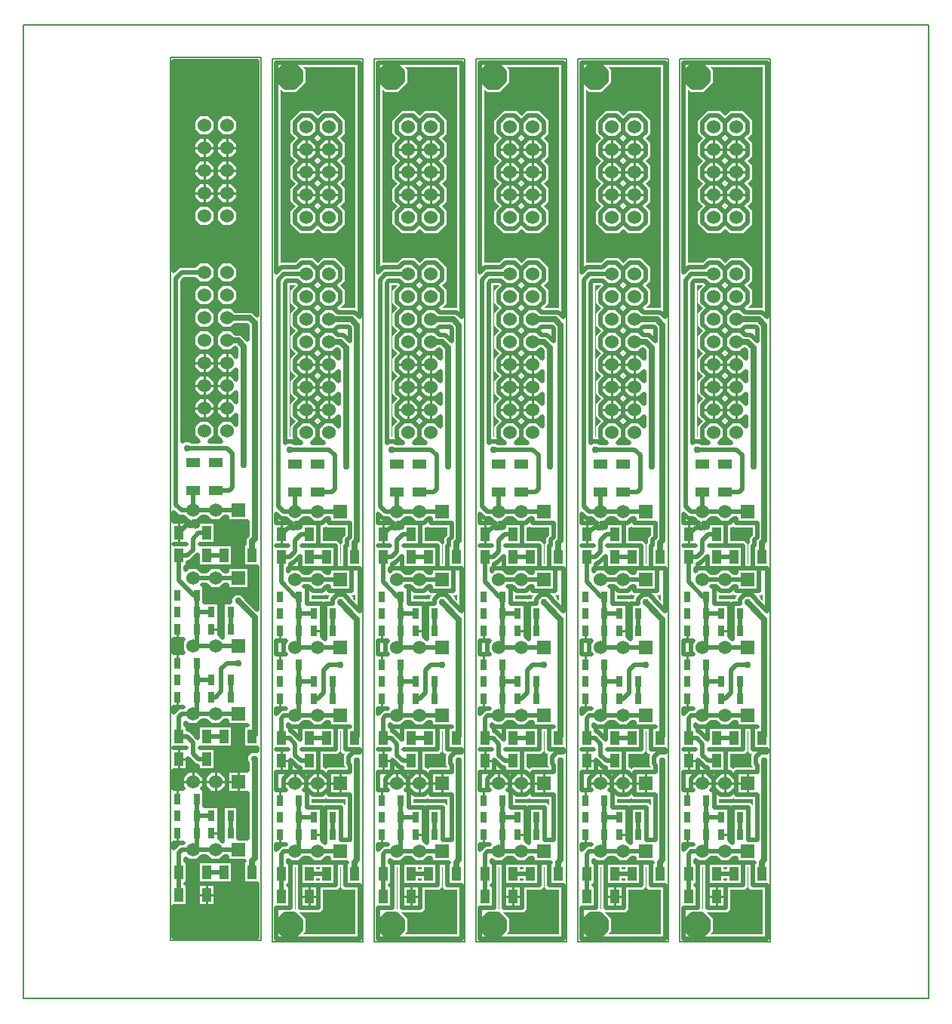
<source format=gtl>
G04 PROTEUS RS274X GERBER FILE*
%FSLAX45Y45*%
%MOMM*%
G01*
%ADD10C,0.508000*%
%ADD11C,0.635000*%
%ADD12C,0.254000*%
%ADD13C,0.203200*%
%ADD14C,0.762000*%
%ADD15C,2.200000*%
%ADD16C,1.524000*%
%ADD17R,1.524000X1.524000*%
%ADD18R,0.762000X1.270000*%
%ADD19R,1.524000X1.016000*%
%ADD70R,1.016000X1.524000*%
%ADD71R,0.762000X1.143000*%
%ADD20R,0.762000X1.219200*%
G36*
X-2457394Y+4364254D02*
X-2512101Y+4418961D01*
X-2703239Y+4418961D01*
X-2747689Y+4463411D01*
X-2852899Y+4463411D01*
X-2927293Y+4389017D01*
X-2927293Y+4283807D01*
X-2852899Y+4209413D01*
X-2747689Y+4209413D01*
X-2703239Y+4253863D01*
X-2580487Y+4253863D01*
X-2569126Y+4242502D01*
X-2569126Y+4094986D01*
X-2639101Y+4164961D01*
X-2703239Y+4164961D01*
X-2747689Y+4209411D01*
X-2852899Y+4209411D01*
X-2927293Y+4135017D01*
X-2927293Y+4029807D01*
X-2852899Y+3955413D01*
X-2747689Y+3955413D01*
X-2705363Y+3997739D01*
X-2692343Y+3984719D01*
X-2692343Y+3900065D01*
X-2747689Y+3955411D01*
X-2852899Y+3955411D01*
X-2927293Y+3881017D01*
X-2927293Y+3775807D01*
X-2852899Y+3701413D01*
X-2747689Y+3701413D01*
X-2692343Y+3756759D01*
X-2692343Y+3646065D01*
X-2747689Y+3701411D01*
X-2852899Y+3701411D01*
X-2927293Y+3627017D01*
X-2927293Y+3521807D01*
X-2852899Y+3447413D01*
X-2747689Y+3447413D01*
X-2692343Y+3502759D01*
X-2692343Y+3392065D01*
X-2747689Y+3447411D01*
X-2852899Y+3447411D01*
X-2927293Y+3373017D01*
X-2927293Y+3267807D01*
X-2852899Y+3193413D01*
X-2747689Y+3193413D01*
X-2692343Y+3248759D01*
X-2692343Y+3138065D01*
X-2747689Y+3193411D01*
X-2852899Y+3193411D01*
X-2927293Y+3119017D01*
X-2927293Y+3013807D01*
X-2865597Y+2952111D01*
X-2988991Y+2952111D01*
X-2927295Y+3013807D01*
X-2927295Y+3119017D01*
X-3001689Y+3193411D01*
X-3106899Y+3193411D01*
X-3181293Y+3119017D01*
X-3181293Y+3013807D01*
X-3119597Y+2952111D01*
X-3195271Y+2952111D01*
X-3207971Y+2964811D01*
X-3281617Y+2964811D01*
X-3295595Y+2950833D01*
X-3295595Y+4749349D01*
X-3276731Y+4768213D01*
X-3157699Y+4768213D01*
X-3106899Y+4717413D01*
X-3001689Y+4717413D01*
X-2927295Y+4791807D01*
X-2927295Y+4897017D01*
X-3001689Y+4971411D01*
X-3106899Y+4971411D01*
X-3157699Y+4920611D01*
X-3339857Y+4920611D01*
X-3397194Y+4863274D01*
X-3397194Y+7219312D01*
X-2457394Y+7219312D01*
X-2457394Y+4364254D01*
X-2457394Y+4364254D01*
G37*
%LPC*%
G36*
X-3370194Y+7014970D02*
X-3370194Y+7118854D01*
X-3296736Y+7192312D01*
X-3192852Y+7192312D01*
X-3119394Y+7118854D01*
X-3119394Y+7014970D01*
X-3192852Y+6941512D01*
X-3296736Y+6941512D01*
X-3370194Y+7014970D01*
X-3370194Y+7014970D01*
G37*
G36*
X-2927295Y+5532017D02*
X-2927295Y+5426807D01*
X-3001689Y+5352413D01*
X-3106899Y+5352413D01*
X-3181293Y+5426807D01*
X-3181293Y+5532017D01*
X-3106899Y+5606411D01*
X-3001689Y+5606411D01*
X-2927295Y+5532017D01*
X-2927295Y+5532017D01*
G37*
G36*
X-2673295Y+5532017D02*
X-2673295Y+5426807D01*
X-2747689Y+5352413D01*
X-2852899Y+5352413D01*
X-2927293Y+5426807D01*
X-2927293Y+5532017D01*
X-2852899Y+5606411D01*
X-2747689Y+5606411D01*
X-2673295Y+5532017D01*
X-2673295Y+5532017D01*
G37*
G36*
X-2927295Y+5786017D02*
X-2927295Y+5680807D01*
X-3001689Y+5606413D01*
X-3106899Y+5606413D01*
X-3181293Y+5680807D01*
X-3181293Y+5786017D01*
X-3106899Y+5860411D01*
X-3001689Y+5860411D01*
X-2927295Y+5786017D01*
X-2927295Y+5786017D01*
G37*
G36*
X-2673295Y+5786017D02*
X-2673295Y+5680807D01*
X-2747689Y+5606413D01*
X-2852899Y+5606413D01*
X-2927293Y+5680807D01*
X-2927293Y+5786017D01*
X-2852899Y+5860411D01*
X-2747689Y+5860411D01*
X-2673295Y+5786017D01*
X-2673295Y+5786017D01*
G37*
G36*
X-2927295Y+6040017D02*
X-2927295Y+5934807D01*
X-3001689Y+5860413D01*
X-3106899Y+5860413D01*
X-3181293Y+5934807D01*
X-3181293Y+6040017D01*
X-3106899Y+6114411D01*
X-3001689Y+6114411D01*
X-2927295Y+6040017D01*
X-2927295Y+6040017D01*
G37*
G36*
X-2673295Y+6040017D02*
X-2673295Y+5934807D01*
X-2747689Y+5860413D01*
X-2852899Y+5860413D01*
X-2927293Y+5934807D01*
X-2927293Y+6040017D01*
X-2852899Y+6114411D01*
X-2747689Y+6114411D01*
X-2673295Y+6040017D01*
X-2673295Y+6040017D01*
G37*
G36*
X-2927295Y+6294017D02*
X-2927295Y+6188807D01*
X-3001689Y+6114413D01*
X-3106899Y+6114413D01*
X-3181293Y+6188807D01*
X-3181293Y+6294017D01*
X-3106899Y+6368411D01*
X-3001689Y+6368411D01*
X-2927295Y+6294017D01*
X-2927295Y+6294017D01*
G37*
G36*
X-2673295Y+6294017D02*
X-2673295Y+6188807D01*
X-2747689Y+6114413D01*
X-2852899Y+6114413D01*
X-2927293Y+6188807D01*
X-2927293Y+6294017D01*
X-2852899Y+6368411D01*
X-2747689Y+6368411D01*
X-2673295Y+6294017D01*
X-2673295Y+6294017D01*
G37*
G36*
X-2927295Y+6548017D02*
X-2927295Y+6442807D01*
X-3001689Y+6368413D01*
X-3106899Y+6368413D01*
X-3181293Y+6442807D01*
X-3181293Y+6548017D01*
X-3106899Y+6622411D01*
X-3001689Y+6622411D01*
X-2927295Y+6548017D01*
X-2927295Y+6548017D01*
G37*
G36*
X-2673295Y+6548017D02*
X-2673295Y+6442807D01*
X-2747689Y+6368413D01*
X-2852899Y+6368413D01*
X-2927293Y+6442807D01*
X-2927293Y+6548017D01*
X-2852899Y+6622411D01*
X-2747689Y+6622411D01*
X-2673295Y+6548017D01*
X-2673295Y+6548017D01*
G37*
G36*
X-2927295Y+3373017D02*
X-2927295Y+3267807D01*
X-3001689Y+3193413D01*
X-3106899Y+3193413D01*
X-3181293Y+3267807D01*
X-3181293Y+3373017D01*
X-3106899Y+3447411D01*
X-3001689Y+3447411D01*
X-2927295Y+3373017D01*
X-2927295Y+3373017D01*
G37*
G36*
X-2927295Y+3627017D02*
X-2927295Y+3521807D01*
X-3001689Y+3447413D01*
X-3106899Y+3447413D01*
X-3181293Y+3521807D01*
X-3181293Y+3627017D01*
X-3106899Y+3701411D01*
X-3001689Y+3701411D01*
X-2927295Y+3627017D01*
X-2927295Y+3627017D01*
G37*
G36*
X-2927295Y+3881017D02*
X-2927295Y+3775807D01*
X-3001689Y+3701413D01*
X-3106899Y+3701413D01*
X-3181293Y+3775807D01*
X-3181293Y+3881017D01*
X-3106899Y+3955411D01*
X-3001689Y+3955411D01*
X-2927295Y+3881017D01*
X-2927295Y+3881017D01*
G37*
G36*
X-2927295Y+4135017D02*
X-2927295Y+4029807D01*
X-3001689Y+3955413D01*
X-3106899Y+3955413D01*
X-3181293Y+4029807D01*
X-3181293Y+4135017D01*
X-3106899Y+4209411D01*
X-3001689Y+4209411D01*
X-2927295Y+4135017D01*
X-2927295Y+4135017D01*
G37*
G36*
X-2927295Y+4389017D02*
X-2927295Y+4283807D01*
X-3001689Y+4209413D01*
X-3106899Y+4209413D01*
X-3181293Y+4283807D01*
X-3181293Y+4389017D01*
X-3106899Y+4463411D01*
X-3001689Y+4463411D01*
X-2927295Y+4389017D01*
X-2927295Y+4389017D01*
G37*
G36*
X-2927295Y+4643017D02*
X-2927295Y+4537807D01*
X-3001689Y+4463413D01*
X-3106899Y+4463413D01*
X-3181293Y+4537807D01*
X-3181293Y+4643017D01*
X-3106899Y+4717411D01*
X-3001689Y+4717411D01*
X-2927295Y+4643017D01*
X-2927295Y+4643017D01*
G37*
G36*
X-2673295Y+4643017D02*
X-2673295Y+4537807D01*
X-2747689Y+4463413D01*
X-2852899Y+4463413D01*
X-2927293Y+4537807D01*
X-2927293Y+4643017D01*
X-2852899Y+4717411D01*
X-2747689Y+4717411D01*
X-2673295Y+4643017D01*
X-2673295Y+4643017D01*
G37*
G36*
X-2673295Y+4897017D02*
X-2673295Y+4791807D01*
X-2747689Y+4717413D01*
X-2852899Y+4717413D01*
X-2927293Y+4791807D01*
X-2927293Y+4897017D01*
X-2852899Y+4971411D01*
X-2747689Y+4971411D01*
X-2673295Y+4897017D01*
X-2673295Y+4897017D01*
G37*
%LPD*%
G36*
X-2800293Y+2050413D02*
X-2569126Y+2050413D01*
X-2569126Y+1894105D01*
X-2598363Y+1864868D01*
X-2598363Y+1796411D01*
X-2617413Y+1796411D01*
X-2617413Y+1542413D01*
X-2457394Y+1542413D01*
X-2457394Y+1062254D01*
X-2584395Y+1189255D01*
X-2584395Y+1198235D01*
X-2636471Y+1250311D01*
X-2710117Y+1250311D01*
X-2762193Y+1198235D01*
X-2762193Y+1146171D01*
X-2846013Y+1146171D01*
X-2846013Y+751735D01*
X-2874689Y+780411D01*
X-2881575Y+780411D01*
X-2881575Y+1146171D01*
X-3049215Y+1146171D01*
X-3049215Y+1339211D01*
X-3077891Y+1339211D01*
X-3077889Y+1339213D01*
X-3030699Y+1339213D01*
X-2979899Y+1288413D01*
X-2874689Y+1288413D01*
X-2823889Y+1339213D01*
X-2800293Y+1339213D01*
X-2800293Y+1288413D01*
X-2546295Y+1288413D01*
X-2546295Y+1542411D01*
X-2800293Y+1542411D01*
X-2800293Y+1491611D01*
X-2823889Y+1491611D01*
X-2874689Y+1542411D01*
X-2979899Y+1542411D01*
X-3030699Y+1491611D01*
X-3077889Y+1491611D01*
X-3128689Y+1542411D01*
X-3233899Y+1542411D01*
X-3262575Y+1513735D01*
X-3262575Y+1542413D01*
X-3237175Y+1542413D01*
X-3237175Y+1593213D01*
X-3213231Y+1593213D01*
X-3125413Y+1681031D01*
X-3125413Y+1542413D01*
X-2729175Y+1542413D01*
X-2729175Y+1796411D01*
X-3105095Y+1796411D01*
X-3105095Y+1796413D01*
X-2922215Y+1796413D01*
X-2922215Y+2050411D01*
X-3125413Y+2050411D01*
X-3125413Y+1999611D01*
X-3149357Y+1999611D01*
X-3154773Y+1994195D01*
X-3154773Y+2026241D01*
X-3178945Y+2050413D01*
X-3128689Y+2050413D01*
X-3077889Y+2101213D01*
X-3030699Y+2101213D01*
X-2979899Y+2050413D01*
X-2874689Y+2050413D01*
X-2823889Y+2101213D01*
X-2800293Y+2101213D01*
X-2800293Y+2050413D01*
X-2800293Y+2050413D01*
G37*
G36*
X-3362175Y+2123531D02*
X-3339857Y+2101213D01*
X-3284699Y+2101213D01*
X-3233899Y+2050413D01*
X-3219501Y+2050413D01*
X-3237175Y+2032739D01*
X-3237175Y+2050411D01*
X-3397194Y+2050411D01*
X-3397194Y+2158550D01*
X-3362175Y+2123531D01*
X-3362175Y+2123531D01*
G37*
G36*
X-3257493Y+1796411D02*
X-3397194Y+1796411D01*
X-3397194Y+1796413D01*
X-3257493Y+1796413D01*
X-3257493Y+1796411D01*
X-3257493Y+1796411D01*
G37*
G36*
X-3308293Y+706017D02*
X-3308293Y+600807D01*
X-3284697Y+577211D01*
X-3397194Y+577211D01*
X-3397194Y+729613D01*
X-3284697Y+729613D01*
X-3308293Y+706017D01*
X-3308293Y+706017D01*
G37*
G36*
X-3284699Y-32389D02*
X-3339857Y-32389D01*
X-3397194Y-89726D01*
X-3397194Y-32387D01*
X-3284697Y-32387D01*
X-3284699Y-32389D01*
X-3284699Y-32389D01*
G37*
G36*
X-2800293Y-235587D02*
X-2569161Y-235587D01*
X-2569161Y-235589D01*
X-2617413Y-235589D01*
X-2617413Y-489587D01*
X-2457394Y-489587D01*
X-2457394Y-521363D01*
X-2529707Y-521363D01*
X-2581783Y-573439D01*
X-2581783Y-647085D01*
X-2569140Y-659728D01*
X-2569140Y-743589D01*
X-2800293Y-743589D01*
X-2800293Y-997587D01*
X-2569140Y-997587D01*
X-2569140Y-1505589D01*
X-2668215Y-1505589D01*
X-2668215Y-1139829D01*
X-2846013Y-1139829D01*
X-2846013Y-1534265D01*
X-2874689Y-1505589D01*
X-2881575Y-1505589D01*
X-2881575Y-1139829D01*
X-3049215Y-1139829D01*
X-3049215Y-946789D01*
X-3077891Y-946789D01*
X-3054295Y-923193D01*
X-3054295Y-817983D01*
X-3128689Y-743589D01*
X-3233899Y-743589D01*
X-3308293Y-817983D01*
X-3308293Y-923193D01*
X-3284697Y-946789D01*
X-3397194Y-946789D01*
X-3397194Y-743587D01*
X-3237175Y-743587D01*
X-3237175Y-604969D01*
X-3149357Y-692787D01*
X-3125413Y-692787D01*
X-3125413Y-743587D01*
X-2922215Y-743587D01*
X-2922215Y-489589D01*
X-3105095Y-489589D01*
X-3105095Y-489587D01*
X-2729175Y-489587D01*
X-2729175Y-235589D01*
X-3125413Y-235589D01*
X-3125413Y-374207D01*
X-3213231Y-286389D01*
X-3237175Y-286389D01*
X-3237175Y-235589D01*
X-3262575Y-235589D01*
X-3262575Y-206911D01*
X-3233899Y-235587D01*
X-3128689Y-235587D01*
X-3077889Y-184787D01*
X-3030699Y-184787D01*
X-2979899Y-235587D01*
X-2874689Y-235587D01*
X-2823889Y-184787D01*
X-2800293Y-184787D01*
X-2800293Y-235587D01*
X-2800293Y-235587D01*
G37*
%LPC*%
G36*
X-3054293Y-923193D02*
X-3054293Y-817983D01*
X-2979899Y-743589D01*
X-2874689Y-743589D01*
X-2800295Y-817983D01*
X-2800295Y-923193D01*
X-2874689Y-997587D01*
X-2979899Y-997587D01*
X-3054293Y-923193D01*
X-3054293Y-923193D01*
G37*
%LPD*%
G36*
X-3257493Y-489589D02*
X-3397194Y-489589D01*
X-3397194Y-489587D01*
X-3257493Y-489587D01*
X-3257493Y-489589D01*
X-3257493Y-489589D01*
G37*
G36*
X-3284699Y-1556389D02*
X-3339857Y-1556389D01*
X-3397194Y-1613726D01*
X-3397194Y-1556387D01*
X-3284697Y-1556387D01*
X-3284699Y-1556389D01*
X-3284699Y-1556389D01*
G37*
G36*
X-2800293Y-1759587D02*
X-2597774Y-1759587D01*
X-2597774Y-1759589D01*
X-2617413Y-1759589D01*
X-2617413Y-2013587D01*
X-2457394Y-2013587D01*
X-2457394Y-2610488D01*
X-3397194Y-2610488D01*
X-3397194Y-2267587D01*
X-3237175Y-2267587D01*
X-3237175Y-2013589D01*
X-3262575Y-2013589D01*
X-3262575Y-2013587D01*
X-3237175Y-2013587D01*
X-3237175Y-1759589D01*
X-3262575Y-1759589D01*
X-3262575Y-1730911D01*
X-3233899Y-1759587D01*
X-3128689Y-1759587D01*
X-3077889Y-1708787D01*
X-3030699Y-1708787D01*
X-2979899Y-1759587D01*
X-2874689Y-1759587D01*
X-2823889Y-1708787D01*
X-2800293Y-1708787D01*
X-2800293Y-1759587D01*
X-2800293Y-1759587D01*
G37*
%LPC*%
G36*
X-3370194Y-2510030D02*
X-3370194Y-2406146D01*
X-3296736Y-2332688D01*
X-3192852Y-2332688D01*
X-3119394Y-2406146D01*
X-3119394Y-2510030D01*
X-3192852Y-2583488D01*
X-3296736Y-2583488D01*
X-3370194Y-2510030D01*
X-3370194Y-2510030D01*
G37*
G36*
X-3125413Y-2013589D02*
X-2922215Y-2013589D01*
X-2922215Y-2267587D01*
X-3125413Y-2267587D01*
X-3125413Y-2013589D01*
X-3125413Y-2013589D01*
G37*
G36*
X-2729175Y-2013587D02*
X-3125413Y-2013587D01*
X-3125413Y-1759589D01*
X-2729175Y-1759589D01*
X-2729175Y-2013587D01*
X-2729175Y-2013587D01*
G37*
%LPD*%
G36*
X-1358899Y+4451348D02*
X-1520208Y+4451348D01*
X-1473202Y+4498354D01*
X-1473202Y+4645647D01*
X-1526556Y+4699000D01*
X-1473202Y+4752354D01*
X-1473202Y+4899647D01*
X-1502960Y+4929404D01*
X-1577354Y+5003798D01*
X-1724646Y+5003798D01*
X-1778000Y+4950444D01*
X-1831354Y+5003798D01*
X-1978646Y+5003798D01*
X-2029446Y+4952998D01*
X-2197101Y+4952998D01*
X-2197101Y+6900919D01*
X-2168483Y+6872301D01*
X-2022517Y+6872301D01*
X-1919301Y+6975517D01*
X-1919301Y+7121483D01*
X-1947919Y+7150101D01*
X-1358899Y+7150101D01*
X-1358899Y+4451348D01*
G37*
%LPC*%
G36*
X-1502960Y+6580404D02*
X-1502959Y+6580404D01*
X-1473202Y+6550647D01*
X-1473202Y+6403354D01*
X-1526556Y+6350000D01*
X-1473202Y+6296647D01*
X-1473202Y+6149354D01*
X-1526556Y+6096000D01*
X-1473202Y+6042647D01*
X-1473202Y+5895354D01*
X-1526556Y+5842000D01*
X-1473202Y+5788647D01*
X-1473202Y+5641354D01*
X-1526556Y+5588000D01*
X-1473202Y+5534647D01*
X-1473202Y+5387354D01*
X-1577354Y+5283202D01*
X-1724646Y+5283202D01*
X-1778000Y+5336556D01*
X-1831354Y+5283202D01*
X-1978646Y+5283202D01*
X-2082798Y+5387354D01*
X-2082798Y+5534646D01*
X-2029444Y+5588000D01*
X-2082798Y+5641354D01*
X-2082798Y+5788646D01*
X-2029444Y+5842000D01*
X-2082798Y+5895354D01*
X-2082798Y+6042646D01*
X-2029444Y+6096000D01*
X-2082798Y+6149354D01*
X-2082798Y+6296646D01*
X-2029444Y+6350000D01*
X-2082798Y+6403354D01*
X-2082798Y+6550646D01*
X-1978646Y+6654798D01*
X-1831354Y+6654798D01*
X-1778000Y+6601444D01*
X-1724646Y+6654798D01*
X-1577354Y+6654798D01*
X-1502960Y+6580404D01*
G37*
%LPD*%
G36*
X-1775444Y+6350000D02*
X-1778000Y+6347444D01*
X-1780556Y+6350000D01*
X-1778000Y+6352556D01*
X-1775444Y+6350000D01*
G37*
G36*
X-1775444Y+6096000D02*
X-1778000Y+6093444D01*
X-1780556Y+6096000D01*
X-1778000Y+6098556D01*
X-1775444Y+6096000D01*
G37*
G36*
X-1775444Y+5842000D02*
X-1778000Y+5839444D01*
X-1780556Y+5842000D01*
X-1778000Y+5844556D01*
X-1775444Y+5842000D01*
G37*
G36*
X-1775444Y+5588000D02*
X-1778000Y+5585444D01*
X-1780556Y+5588000D01*
X-1778000Y+5590556D01*
X-1775444Y+5588000D01*
G37*
G36*
X-1775444Y+4699000D02*
X-1778000Y+4696444D01*
X-1780556Y+4699000D01*
X-1778000Y+4701556D01*
X-1775444Y+4699000D01*
G37*
G36*
X-1775444Y+4445000D02*
X-1778000Y+4442444D01*
X-1780556Y+4445000D01*
X-1778000Y+4447556D01*
X-1775444Y+4445000D01*
G37*
G36*
X-1775444Y+4191000D02*
X-1778000Y+4188444D01*
X-1780556Y+4191000D01*
X-1778000Y+4193556D01*
X-1775444Y+4191000D01*
G37*
G36*
X-1775444Y+3937000D02*
X-1778000Y+3934444D01*
X-1780556Y+3937000D01*
X-1778000Y+3939556D01*
X-1775444Y+3937000D01*
G37*
G36*
X-1775444Y+3683000D02*
X-1778000Y+3680444D01*
X-1780556Y+3683000D01*
X-1778000Y+3685556D01*
X-1775444Y+3683000D01*
G37*
G36*
X-1775444Y+3429000D02*
X-1778000Y+3426444D01*
X-1780556Y+3429000D01*
X-1778000Y+3431556D01*
X-1775444Y+3429000D01*
G37*
G36*
X-1775444Y+3175000D02*
X-1778000Y+3172444D01*
X-1780556Y+3175000D01*
X-1778000Y+3177556D01*
X-1775444Y+3175000D01*
G37*
G36*
X-2029444Y+4699000D02*
X-2082798Y+4645646D01*
X-2082798Y+4498354D01*
X-2029444Y+4445000D01*
X-2082798Y+4391646D01*
X-2082798Y+4244354D01*
X-2029444Y+4191000D01*
X-2082798Y+4137646D01*
X-2082798Y+3990354D01*
X-2029444Y+3937000D01*
X-2082798Y+3883646D01*
X-2082798Y+3736354D01*
X-2029444Y+3683000D01*
X-2082798Y+3629646D01*
X-2082798Y+3482354D01*
X-2029444Y+3429000D01*
X-2082798Y+3375646D01*
X-2082798Y+3228354D01*
X-2029444Y+3175000D01*
X-2082798Y+3121646D01*
X-2082798Y+2997198D01*
X-2095502Y+2997198D01*
X-2095502Y+4699002D01*
X-2029446Y+4699002D01*
X-2029444Y+4699000D01*
G37*
G36*
X-1672041Y+1981202D02*
X-1470631Y+1981202D01*
X-1470631Y+1896734D01*
X-1499868Y+1867497D01*
X-1499868Y+1818090D01*
X-1518918Y+1799040D01*
X-1518918Y+1574798D01*
X-1529082Y+1574798D01*
X-1529082Y+1799040D01*
X-1558840Y+1828798D01*
X-1722122Y+1828798D01*
X-1722122Y+1981202D01*
X-1704354Y+1981202D01*
X-1688198Y+1997358D01*
X-1672041Y+1981202D01*
G37*
G36*
X-1672040Y+1219202D02*
X-1645360Y+1219202D01*
X-1663698Y+1200864D01*
X-1663698Y+1178558D01*
X-1849122Y+1178558D01*
X-1849122Y+1219202D01*
X-1704354Y+1219202D01*
X-1688197Y+1235359D01*
X-1672040Y+1219202D01*
G37*
G36*
X-1358899Y+1166481D02*
X-1384302Y+1191884D01*
X-1384302Y+1200864D01*
X-1402640Y+1219202D01*
X-1375960Y+1219202D01*
X-1358899Y+1236263D01*
X-1358899Y+1166481D01*
G37*
G36*
X-1518918Y-507999D02*
X-1518918Y-529040D01*
X-1489160Y-558798D01*
X-1471276Y-558798D01*
X-1483288Y-570810D01*
X-1483288Y-686542D01*
X-1470645Y-699185D01*
X-1470645Y-711202D01*
X-1672040Y-711202D01*
X-1688197Y-727359D01*
X-1704354Y-711202D01*
X-1722122Y-711202D01*
X-1722122Y-558798D01*
X-1558840Y-558798D01*
X-1529082Y-529040D01*
X-1529082Y-304798D01*
X-1518918Y-304798D01*
X-1518918Y-507999D01*
G37*
G36*
X-1672040Y-1066798D02*
X-1470645Y-1066798D01*
X-1470645Y-1134677D01*
X-1497880Y-1107442D01*
X-1849122Y-1107442D01*
X-1849122Y-1066798D01*
X-1704354Y-1066798D01*
X-1688197Y-1050641D01*
X-1672040Y-1066798D01*
G37*
G36*
X-1757679Y-1854201D02*
X-1798321Y-1854201D01*
X-1798321Y-1828800D01*
X-1757679Y-1828800D01*
X-1757679Y-1854201D01*
G37*
G36*
X-1757679Y-1981200D02*
X-1798321Y-1981200D01*
X-1798321Y-1955799D01*
X-1757679Y-1955799D01*
X-1757679Y-1981200D01*
G37*
G36*
X-2026918Y-2010959D02*
X-2026918Y-2300301D01*
X-2037082Y-2300301D01*
X-2037082Y-1828798D01*
X-2026918Y-1828798D01*
X-2026918Y-2010959D01*
G37*
G36*
X-1518918Y-2031999D02*
X-1518918Y-2053040D01*
X-1489160Y-2082798D01*
X-1358899Y-2082798D01*
X-1358899Y-2578101D01*
X-1947919Y-2578101D01*
X-1919301Y-2549483D01*
X-1919301Y-2403517D01*
X-1986020Y-2336798D01*
X-1751880Y-2336798D01*
X-1722122Y-2307040D01*
X-1722122Y-2082798D01*
X-1558839Y-2082798D01*
X-1529082Y-2053041D01*
X-1529082Y-1828798D01*
X-1518918Y-1828798D01*
X-1518918Y-2031999D01*
G37*
G36*
X-215899Y+4451348D02*
X-377208Y+4451348D01*
X-330202Y+4498354D01*
X-330202Y+4645647D01*
X-383556Y+4699000D01*
X-330202Y+4752354D01*
X-330202Y+4899647D01*
X-359960Y+4929404D01*
X-434354Y+5003798D01*
X-581646Y+5003798D01*
X-635000Y+4950444D01*
X-688354Y+5003798D01*
X-835646Y+5003798D01*
X-886446Y+4952998D01*
X-1054101Y+4952998D01*
X-1054101Y+6900919D01*
X-1025483Y+6872301D01*
X-879517Y+6872301D01*
X-776301Y+6975517D01*
X-776301Y+7121483D01*
X-804919Y+7150101D01*
X-215899Y+7150101D01*
X-215899Y+4451348D01*
G37*
%LPC*%
G36*
X-359960Y+6580404D02*
X-359959Y+6580404D01*
X-330202Y+6550647D01*
X-330202Y+6403354D01*
X-383556Y+6350000D01*
X-330202Y+6296647D01*
X-330202Y+6149354D01*
X-383556Y+6096000D01*
X-330202Y+6042647D01*
X-330202Y+5895354D01*
X-383556Y+5842000D01*
X-330202Y+5788647D01*
X-330202Y+5641354D01*
X-383556Y+5588000D01*
X-330202Y+5534647D01*
X-330202Y+5387354D01*
X-434354Y+5283202D01*
X-581646Y+5283202D01*
X-635000Y+5336556D01*
X-688354Y+5283202D01*
X-835646Y+5283202D01*
X-939798Y+5387354D01*
X-939798Y+5534646D01*
X-886444Y+5588000D01*
X-939798Y+5641354D01*
X-939798Y+5788646D01*
X-886444Y+5842000D01*
X-939798Y+5895354D01*
X-939798Y+6042646D01*
X-886444Y+6096000D01*
X-939798Y+6149354D01*
X-939798Y+6296646D01*
X-886444Y+6350000D01*
X-939798Y+6403354D01*
X-939798Y+6550646D01*
X-835646Y+6654798D01*
X-688354Y+6654798D01*
X-635000Y+6601444D01*
X-581646Y+6654798D01*
X-434354Y+6654798D01*
X-359960Y+6580404D01*
G37*
%LPD*%
G36*
X-632444Y+6350000D02*
X-635000Y+6347444D01*
X-637556Y+6350000D01*
X-635000Y+6352556D01*
X-632444Y+6350000D01*
G37*
G36*
X-632444Y+6096000D02*
X-635000Y+6093444D01*
X-637556Y+6096000D01*
X-635000Y+6098556D01*
X-632444Y+6096000D01*
G37*
G36*
X-632444Y+5842000D02*
X-635000Y+5839444D01*
X-637556Y+5842000D01*
X-635000Y+5844556D01*
X-632444Y+5842000D01*
G37*
G36*
X-632444Y+5588000D02*
X-635000Y+5585444D01*
X-637556Y+5588000D01*
X-635000Y+5590556D01*
X-632444Y+5588000D01*
G37*
G36*
X-632444Y+4699000D02*
X-635000Y+4696444D01*
X-637556Y+4699000D01*
X-635000Y+4701556D01*
X-632444Y+4699000D01*
G37*
G36*
X-632444Y+4445000D02*
X-635000Y+4442444D01*
X-637556Y+4445000D01*
X-635000Y+4447556D01*
X-632444Y+4445000D01*
G37*
G36*
X-632444Y+4191000D02*
X-635000Y+4188444D01*
X-637556Y+4191000D01*
X-635000Y+4193556D01*
X-632444Y+4191000D01*
G37*
G36*
X-632444Y+3937000D02*
X-635000Y+3934444D01*
X-637556Y+3937000D01*
X-635000Y+3939556D01*
X-632444Y+3937000D01*
G37*
G36*
X-632444Y+3683000D02*
X-635000Y+3680444D01*
X-637556Y+3683000D01*
X-635000Y+3685556D01*
X-632444Y+3683000D01*
G37*
G36*
X-632444Y+3429000D02*
X-635000Y+3426444D01*
X-637556Y+3429000D01*
X-635000Y+3431556D01*
X-632444Y+3429000D01*
G37*
G36*
X-632444Y+3175000D02*
X-635000Y+3172444D01*
X-637556Y+3175000D01*
X-635000Y+3177556D01*
X-632444Y+3175000D01*
G37*
G36*
X-886444Y+4699000D02*
X-939798Y+4645646D01*
X-939798Y+4498354D01*
X-886444Y+4445000D01*
X-939798Y+4391646D01*
X-939798Y+4244354D01*
X-886444Y+4191000D01*
X-939798Y+4137646D01*
X-939798Y+3990354D01*
X-886444Y+3937000D01*
X-939798Y+3883646D01*
X-939798Y+3736354D01*
X-886444Y+3683000D01*
X-939798Y+3629646D01*
X-939798Y+3482354D01*
X-886444Y+3429000D01*
X-939798Y+3375646D01*
X-939798Y+3228354D01*
X-886444Y+3175000D01*
X-939798Y+3121646D01*
X-939798Y+2997198D01*
X-952502Y+2997198D01*
X-952502Y+4699002D01*
X-886446Y+4699002D01*
X-886444Y+4699000D01*
G37*
G36*
X-529041Y+1981202D02*
X-327631Y+1981202D01*
X-327631Y+1896734D01*
X-356868Y+1867497D01*
X-356868Y+1818090D01*
X-375918Y+1799040D01*
X-375918Y+1574798D01*
X-386082Y+1574798D01*
X-386082Y+1799040D01*
X-415840Y+1828798D01*
X-579122Y+1828798D01*
X-579122Y+1981202D01*
X-561354Y+1981202D01*
X-545198Y+1997358D01*
X-529041Y+1981202D01*
G37*
G36*
X-529040Y+1219202D02*
X-502360Y+1219202D01*
X-520698Y+1200864D01*
X-520698Y+1178558D01*
X-706122Y+1178558D01*
X-706122Y+1219202D01*
X-561354Y+1219202D01*
X-545197Y+1235359D01*
X-529040Y+1219202D01*
G37*
G36*
X-215899Y+1166481D02*
X-241302Y+1191884D01*
X-241302Y+1200864D01*
X-259640Y+1219202D01*
X-232960Y+1219202D01*
X-215899Y+1236263D01*
X-215899Y+1166481D01*
G37*
G36*
X-375918Y-507999D02*
X-375918Y-529040D01*
X-346160Y-558798D01*
X-328276Y-558798D01*
X-340288Y-570810D01*
X-340288Y-686542D01*
X-327645Y-699185D01*
X-327645Y-711202D01*
X-529040Y-711202D01*
X-545197Y-727359D01*
X-561354Y-711202D01*
X-579122Y-711202D01*
X-579122Y-558798D01*
X-415840Y-558798D01*
X-386082Y-529040D01*
X-386082Y-304798D01*
X-375918Y-304798D01*
X-375918Y-507999D01*
G37*
G36*
X-529040Y-1066798D02*
X-327645Y-1066798D01*
X-327645Y-1134677D01*
X-354880Y-1107442D01*
X-706122Y-1107442D01*
X-706122Y-1066798D01*
X-561354Y-1066798D01*
X-545197Y-1050641D01*
X-529040Y-1066798D01*
G37*
G36*
X-614679Y-1854201D02*
X-655321Y-1854201D01*
X-655321Y-1828800D01*
X-614679Y-1828800D01*
X-614679Y-1854201D01*
G37*
G36*
X-614679Y-1981200D02*
X-655321Y-1981200D01*
X-655321Y-1955799D01*
X-614679Y-1955799D01*
X-614679Y-1981200D01*
G37*
G36*
X-883918Y-2010959D02*
X-883918Y-2300301D01*
X-894082Y-2300301D01*
X-894082Y-1828798D01*
X-883918Y-1828798D01*
X-883918Y-2010959D01*
G37*
G36*
X-375918Y-2031999D02*
X-375918Y-2053040D01*
X-346160Y-2082798D01*
X-215899Y-2082798D01*
X-215899Y-2578101D01*
X-804919Y-2578101D01*
X-776301Y-2549483D01*
X-776301Y-2403517D01*
X-843020Y-2336798D01*
X-608880Y-2336798D01*
X-579122Y-2307040D01*
X-579122Y-2082798D01*
X-415839Y-2082798D01*
X-386082Y-2053041D01*
X-386082Y-1828798D01*
X-375918Y-1828798D01*
X-375918Y-2031999D01*
G37*
G36*
X+927101Y+4451348D02*
X+765792Y+4451348D01*
X+812798Y+4498354D01*
X+812798Y+4645647D01*
X+759444Y+4699000D01*
X+812798Y+4752354D01*
X+812798Y+4899647D01*
X+783040Y+4929404D01*
X+708646Y+5003798D01*
X+561354Y+5003798D01*
X+508000Y+4950444D01*
X+454646Y+5003798D01*
X+307354Y+5003798D01*
X+256554Y+4952998D01*
X+88899Y+4952998D01*
X+88899Y+6900919D01*
X+117517Y+6872301D01*
X+263483Y+6872301D01*
X+366699Y+6975517D01*
X+366699Y+7121483D01*
X+338081Y+7150101D01*
X+927101Y+7150101D01*
X+927101Y+4451348D01*
G37*
%LPC*%
G36*
X+783040Y+6580404D02*
X+783041Y+6580404D01*
X+812798Y+6550647D01*
X+812798Y+6403354D01*
X+759444Y+6350000D01*
X+812798Y+6296647D01*
X+812798Y+6149354D01*
X+759444Y+6096000D01*
X+812798Y+6042647D01*
X+812798Y+5895354D01*
X+759444Y+5842000D01*
X+812798Y+5788647D01*
X+812798Y+5641354D01*
X+759444Y+5588000D01*
X+812798Y+5534647D01*
X+812798Y+5387354D01*
X+708646Y+5283202D01*
X+561354Y+5283202D01*
X+508000Y+5336556D01*
X+454646Y+5283202D01*
X+307354Y+5283202D01*
X+203202Y+5387354D01*
X+203202Y+5534646D01*
X+256556Y+5588000D01*
X+203202Y+5641354D01*
X+203202Y+5788646D01*
X+256556Y+5842000D01*
X+203202Y+5895354D01*
X+203202Y+6042646D01*
X+256556Y+6096000D01*
X+203202Y+6149354D01*
X+203202Y+6296646D01*
X+256556Y+6350000D01*
X+203202Y+6403354D01*
X+203202Y+6550646D01*
X+307354Y+6654798D01*
X+454646Y+6654798D01*
X+508000Y+6601444D01*
X+561354Y+6654798D01*
X+708646Y+6654798D01*
X+783040Y+6580404D01*
G37*
%LPD*%
G36*
X+510556Y+6350000D02*
X+508000Y+6347444D01*
X+505444Y+6350000D01*
X+508000Y+6352556D01*
X+510556Y+6350000D01*
G37*
G36*
X+510556Y+6096000D02*
X+508000Y+6093444D01*
X+505444Y+6096000D01*
X+508000Y+6098556D01*
X+510556Y+6096000D01*
G37*
G36*
X+510556Y+5842000D02*
X+508000Y+5839444D01*
X+505444Y+5842000D01*
X+508000Y+5844556D01*
X+510556Y+5842000D01*
G37*
G36*
X+510556Y+5588000D02*
X+508000Y+5585444D01*
X+505444Y+5588000D01*
X+508000Y+5590556D01*
X+510556Y+5588000D01*
G37*
G36*
X+510556Y+4699000D02*
X+508000Y+4696444D01*
X+505444Y+4699000D01*
X+508000Y+4701556D01*
X+510556Y+4699000D01*
G37*
G36*
X+510556Y+4445000D02*
X+508000Y+4442444D01*
X+505444Y+4445000D01*
X+508000Y+4447556D01*
X+510556Y+4445000D01*
G37*
G36*
X+510556Y+4191000D02*
X+508000Y+4188444D01*
X+505444Y+4191000D01*
X+508000Y+4193556D01*
X+510556Y+4191000D01*
G37*
G36*
X+510556Y+3937000D02*
X+508000Y+3934444D01*
X+505444Y+3937000D01*
X+508000Y+3939556D01*
X+510556Y+3937000D01*
G37*
G36*
X+510556Y+3683000D02*
X+508000Y+3680444D01*
X+505444Y+3683000D01*
X+508000Y+3685556D01*
X+510556Y+3683000D01*
G37*
G36*
X+510556Y+3429000D02*
X+508000Y+3426444D01*
X+505444Y+3429000D01*
X+508000Y+3431556D01*
X+510556Y+3429000D01*
G37*
G36*
X+510556Y+3175000D02*
X+508000Y+3172444D01*
X+505444Y+3175000D01*
X+508000Y+3177556D01*
X+510556Y+3175000D01*
G37*
G36*
X+256556Y+4699000D02*
X+203202Y+4645646D01*
X+203202Y+4498354D01*
X+256556Y+4445000D01*
X+203202Y+4391646D01*
X+203202Y+4244354D01*
X+256556Y+4191000D01*
X+203202Y+4137646D01*
X+203202Y+3990354D01*
X+256556Y+3937000D01*
X+203202Y+3883646D01*
X+203202Y+3736354D01*
X+256556Y+3683000D01*
X+203202Y+3629646D01*
X+203202Y+3482354D01*
X+256556Y+3429000D01*
X+203202Y+3375646D01*
X+203202Y+3228354D01*
X+256556Y+3175000D01*
X+203202Y+3121646D01*
X+203202Y+2997198D01*
X+190498Y+2997198D01*
X+190498Y+4699002D01*
X+256554Y+4699002D01*
X+256556Y+4699000D01*
G37*
G36*
X+613959Y+1981202D02*
X+815369Y+1981202D01*
X+815369Y+1896734D01*
X+786132Y+1867497D01*
X+786132Y+1818090D01*
X+767082Y+1799040D01*
X+767082Y+1574798D01*
X+756918Y+1574798D01*
X+756918Y+1799040D01*
X+727160Y+1828798D01*
X+563878Y+1828798D01*
X+563878Y+1981202D01*
X+581646Y+1981202D01*
X+597802Y+1997358D01*
X+613959Y+1981202D01*
G37*
G36*
X+613960Y+1219202D02*
X+640640Y+1219202D01*
X+622302Y+1200864D01*
X+622302Y+1178558D01*
X+436878Y+1178558D01*
X+436878Y+1219202D01*
X+581646Y+1219202D01*
X+597803Y+1235359D01*
X+613960Y+1219202D01*
G37*
G36*
X+927101Y+1166481D02*
X+901698Y+1191884D01*
X+901698Y+1200864D01*
X+883360Y+1219202D01*
X+910040Y+1219202D01*
X+927101Y+1236263D01*
X+927101Y+1166481D01*
G37*
G36*
X+767082Y-507999D02*
X+767082Y-529040D01*
X+796840Y-558798D01*
X+814724Y-558798D01*
X+802712Y-570810D01*
X+802712Y-686542D01*
X+815355Y-699185D01*
X+815355Y-711202D01*
X+613960Y-711202D01*
X+597803Y-727359D01*
X+581646Y-711202D01*
X+563878Y-711202D01*
X+563878Y-558798D01*
X+727160Y-558798D01*
X+756918Y-529040D01*
X+756918Y-304798D01*
X+767082Y-304798D01*
X+767082Y-507999D01*
G37*
G36*
X+613960Y-1066798D02*
X+815355Y-1066798D01*
X+815355Y-1134677D01*
X+788120Y-1107442D01*
X+436878Y-1107442D01*
X+436878Y-1066798D01*
X+581646Y-1066798D01*
X+597803Y-1050641D01*
X+613960Y-1066798D01*
G37*
G36*
X+528321Y-1854201D02*
X+487679Y-1854201D01*
X+487679Y-1828800D01*
X+528321Y-1828800D01*
X+528321Y-1854201D01*
G37*
G36*
X+528321Y-1981200D02*
X+487679Y-1981200D01*
X+487679Y-1955799D01*
X+528321Y-1955799D01*
X+528321Y-1981200D01*
G37*
G36*
X+259082Y-2010959D02*
X+259082Y-2300301D01*
X+248918Y-2300301D01*
X+248918Y-1828798D01*
X+259082Y-1828798D01*
X+259082Y-2010959D01*
G37*
G36*
X+767082Y-2031999D02*
X+767082Y-2053040D01*
X+796840Y-2082798D01*
X+927101Y-2082798D01*
X+927101Y-2578101D01*
X+338081Y-2578101D01*
X+366699Y-2549483D01*
X+366699Y-2403517D01*
X+299980Y-2336798D01*
X+534120Y-2336798D01*
X+563878Y-2307040D01*
X+563878Y-2082798D01*
X+727161Y-2082798D01*
X+756918Y-2053041D01*
X+756918Y-1828798D01*
X+767082Y-1828798D01*
X+767082Y-2031999D01*
G37*
G36*
X+2070101Y+4451348D02*
X+1908792Y+4451348D01*
X+1955798Y+4498354D01*
X+1955798Y+4645647D01*
X+1902444Y+4699000D01*
X+1955798Y+4752354D01*
X+1955798Y+4899647D01*
X+1926040Y+4929404D01*
X+1851646Y+5003798D01*
X+1704354Y+5003798D01*
X+1651000Y+4950444D01*
X+1597646Y+5003798D01*
X+1450354Y+5003798D01*
X+1399554Y+4952998D01*
X+1231899Y+4952998D01*
X+1231899Y+6900919D01*
X+1260517Y+6872301D01*
X+1406483Y+6872301D01*
X+1509699Y+6975517D01*
X+1509699Y+7121483D01*
X+1481081Y+7150101D01*
X+2070101Y+7150101D01*
X+2070101Y+4451348D01*
G37*
%LPC*%
G36*
X+1926040Y+6580404D02*
X+1926041Y+6580404D01*
X+1955798Y+6550647D01*
X+1955798Y+6403354D01*
X+1902444Y+6350000D01*
X+1955798Y+6296647D01*
X+1955798Y+6149354D01*
X+1902444Y+6096000D01*
X+1955798Y+6042647D01*
X+1955798Y+5895354D01*
X+1902444Y+5842000D01*
X+1955798Y+5788647D01*
X+1955798Y+5641354D01*
X+1902444Y+5588000D01*
X+1955798Y+5534647D01*
X+1955798Y+5387354D01*
X+1851646Y+5283202D01*
X+1704354Y+5283202D01*
X+1651000Y+5336556D01*
X+1597646Y+5283202D01*
X+1450354Y+5283202D01*
X+1346202Y+5387354D01*
X+1346202Y+5534646D01*
X+1399556Y+5588000D01*
X+1346202Y+5641354D01*
X+1346202Y+5788646D01*
X+1399556Y+5842000D01*
X+1346202Y+5895354D01*
X+1346202Y+6042646D01*
X+1399556Y+6096000D01*
X+1346202Y+6149354D01*
X+1346202Y+6296646D01*
X+1399556Y+6350000D01*
X+1346202Y+6403354D01*
X+1346202Y+6550646D01*
X+1450354Y+6654798D01*
X+1597646Y+6654798D01*
X+1651000Y+6601444D01*
X+1704354Y+6654798D01*
X+1851646Y+6654798D01*
X+1926040Y+6580404D01*
G37*
%LPD*%
G36*
X+1653556Y+6350000D02*
X+1651000Y+6347444D01*
X+1648444Y+6350000D01*
X+1651000Y+6352556D01*
X+1653556Y+6350000D01*
G37*
G36*
X+1653556Y+6096000D02*
X+1651000Y+6093444D01*
X+1648444Y+6096000D01*
X+1651000Y+6098556D01*
X+1653556Y+6096000D01*
G37*
G36*
X+1653556Y+5842000D02*
X+1651000Y+5839444D01*
X+1648444Y+5842000D01*
X+1651000Y+5844556D01*
X+1653556Y+5842000D01*
G37*
G36*
X+1653556Y+5588000D02*
X+1651000Y+5585444D01*
X+1648444Y+5588000D01*
X+1651000Y+5590556D01*
X+1653556Y+5588000D01*
G37*
G36*
X+1653556Y+4699000D02*
X+1651000Y+4696444D01*
X+1648444Y+4699000D01*
X+1651000Y+4701556D01*
X+1653556Y+4699000D01*
G37*
G36*
X+1653556Y+4445000D02*
X+1651000Y+4442444D01*
X+1648444Y+4445000D01*
X+1651000Y+4447556D01*
X+1653556Y+4445000D01*
G37*
G36*
X+1653556Y+4191000D02*
X+1651000Y+4188444D01*
X+1648444Y+4191000D01*
X+1651000Y+4193556D01*
X+1653556Y+4191000D01*
G37*
G36*
X+1653556Y+3937000D02*
X+1651000Y+3934444D01*
X+1648444Y+3937000D01*
X+1651000Y+3939556D01*
X+1653556Y+3937000D01*
G37*
G36*
X+1653556Y+3683000D02*
X+1651000Y+3680444D01*
X+1648444Y+3683000D01*
X+1651000Y+3685556D01*
X+1653556Y+3683000D01*
G37*
G36*
X+1653556Y+3429000D02*
X+1651000Y+3426444D01*
X+1648444Y+3429000D01*
X+1651000Y+3431556D01*
X+1653556Y+3429000D01*
G37*
G36*
X+1653556Y+3175000D02*
X+1651000Y+3172444D01*
X+1648444Y+3175000D01*
X+1651000Y+3177556D01*
X+1653556Y+3175000D01*
G37*
G36*
X+1399556Y+4699000D02*
X+1346202Y+4645646D01*
X+1346202Y+4498354D01*
X+1399556Y+4445000D01*
X+1346202Y+4391646D01*
X+1346202Y+4244354D01*
X+1399556Y+4191000D01*
X+1346202Y+4137646D01*
X+1346202Y+3990354D01*
X+1399556Y+3937000D01*
X+1346202Y+3883646D01*
X+1346202Y+3736354D01*
X+1399556Y+3683000D01*
X+1346202Y+3629646D01*
X+1346202Y+3482354D01*
X+1399556Y+3429000D01*
X+1346202Y+3375646D01*
X+1346202Y+3228354D01*
X+1399556Y+3175000D01*
X+1346202Y+3121646D01*
X+1346202Y+2997198D01*
X+1333498Y+2997198D01*
X+1333498Y+4699002D01*
X+1399554Y+4699002D01*
X+1399556Y+4699000D01*
G37*
G36*
X+1756959Y+1981202D02*
X+1958369Y+1981202D01*
X+1958369Y+1896734D01*
X+1929132Y+1867497D01*
X+1929132Y+1818090D01*
X+1910082Y+1799040D01*
X+1910082Y+1574798D01*
X+1899918Y+1574798D01*
X+1899918Y+1799040D01*
X+1870160Y+1828798D01*
X+1706878Y+1828798D01*
X+1706878Y+1981202D01*
X+1724646Y+1981202D01*
X+1740802Y+1997358D01*
X+1756959Y+1981202D01*
G37*
G36*
X+1756960Y+1219202D02*
X+1783640Y+1219202D01*
X+1765302Y+1200864D01*
X+1765302Y+1178558D01*
X+1579878Y+1178558D01*
X+1579878Y+1219202D01*
X+1724646Y+1219202D01*
X+1740803Y+1235359D01*
X+1756960Y+1219202D01*
G37*
G36*
X+2070101Y+1166481D02*
X+2044698Y+1191884D01*
X+2044698Y+1200864D01*
X+2026360Y+1219202D01*
X+2053040Y+1219202D01*
X+2070101Y+1236263D01*
X+2070101Y+1166481D01*
G37*
G36*
X+1910082Y-507999D02*
X+1910082Y-529040D01*
X+1939840Y-558798D01*
X+1957724Y-558798D01*
X+1945712Y-570810D01*
X+1945712Y-686542D01*
X+1958355Y-699185D01*
X+1958355Y-711202D01*
X+1756960Y-711202D01*
X+1740803Y-727359D01*
X+1724646Y-711202D01*
X+1706878Y-711202D01*
X+1706878Y-558798D01*
X+1870160Y-558798D01*
X+1899918Y-529040D01*
X+1899918Y-304798D01*
X+1910082Y-304798D01*
X+1910082Y-507999D01*
G37*
G36*
X+1756960Y-1066798D02*
X+1958355Y-1066798D01*
X+1958355Y-1134677D01*
X+1931120Y-1107442D01*
X+1579878Y-1107442D01*
X+1579878Y-1066798D01*
X+1724646Y-1066798D01*
X+1740803Y-1050641D01*
X+1756960Y-1066798D01*
G37*
G36*
X+1671321Y-1854201D02*
X+1630679Y-1854201D01*
X+1630679Y-1828800D01*
X+1671321Y-1828800D01*
X+1671321Y-1854201D01*
G37*
G36*
X+1671321Y-1981200D02*
X+1630679Y-1981200D01*
X+1630679Y-1955799D01*
X+1671321Y-1955799D01*
X+1671321Y-1981200D01*
G37*
G36*
X+1402082Y-2010959D02*
X+1402082Y-2300301D01*
X+1391918Y-2300301D01*
X+1391918Y-1828798D01*
X+1402082Y-1828798D01*
X+1402082Y-2010959D01*
G37*
G36*
X+1910082Y-2031999D02*
X+1910082Y-2053040D01*
X+1939840Y-2082798D01*
X+2070101Y-2082798D01*
X+2070101Y-2578101D01*
X+1481081Y-2578101D01*
X+1509699Y-2549483D01*
X+1509699Y-2403517D01*
X+1442980Y-2336798D01*
X+1677120Y-2336798D01*
X+1706878Y-2307040D01*
X+1706878Y-2082798D01*
X+1870161Y-2082798D01*
X+1899918Y-2053041D01*
X+1899918Y-1828798D01*
X+1910082Y-1828798D01*
X+1910082Y-2031999D01*
G37*
G36*
X+3213101Y+4451348D02*
X+3051792Y+4451348D01*
X+3098798Y+4498354D01*
X+3098798Y+4645647D01*
X+3045444Y+4699000D01*
X+3098798Y+4752354D01*
X+3098798Y+4899647D01*
X+3069040Y+4929404D01*
X+2994646Y+5003798D01*
X+2847354Y+5003798D01*
X+2794000Y+4950444D01*
X+2740646Y+5003798D01*
X+2593354Y+5003798D01*
X+2542554Y+4952998D01*
X+2374899Y+4952998D01*
X+2374899Y+6900919D01*
X+2403517Y+6872301D01*
X+2549483Y+6872301D01*
X+2652699Y+6975517D01*
X+2652699Y+7121483D01*
X+2624081Y+7150101D01*
X+3213101Y+7150101D01*
X+3213101Y+4451348D01*
G37*
%LPC*%
G36*
X+3069040Y+6580404D02*
X+3069041Y+6580404D01*
X+3098798Y+6550647D01*
X+3098798Y+6403354D01*
X+3045444Y+6350000D01*
X+3098798Y+6296647D01*
X+3098798Y+6149354D01*
X+3045444Y+6096000D01*
X+3098798Y+6042647D01*
X+3098798Y+5895354D01*
X+3045444Y+5842000D01*
X+3098798Y+5788647D01*
X+3098798Y+5641354D01*
X+3045444Y+5588000D01*
X+3098798Y+5534647D01*
X+3098798Y+5387354D01*
X+2994646Y+5283202D01*
X+2847354Y+5283202D01*
X+2794000Y+5336556D01*
X+2740646Y+5283202D01*
X+2593354Y+5283202D01*
X+2489202Y+5387354D01*
X+2489202Y+5534646D01*
X+2542556Y+5588000D01*
X+2489202Y+5641354D01*
X+2489202Y+5788646D01*
X+2542556Y+5842000D01*
X+2489202Y+5895354D01*
X+2489202Y+6042646D01*
X+2542556Y+6096000D01*
X+2489202Y+6149354D01*
X+2489202Y+6296646D01*
X+2542556Y+6350000D01*
X+2489202Y+6403354D01*
X+2489202Y+6550646D01*
X+2593354Y+6654798D01*
X+2740646Y+6654798D01*
X+2794000Y+6601444D01*
X+2847354Y+6654798D01*
X+2994646Y+6654798D01*
X+3069040Y+6580404D01*
G37*
%LPD*%
G36*
X+2796556Y+6350000D02*
X+2794000Y+6347444D01*
X+2791444Y+6350000D01*
X+2794000Y+6352556D01*
X+2796556Y+6350000D01*
G37*
G36*
X+2796556Y+6096000D02*
X+2794000Y+6093444D01*
X+2791444Y+6096000D01*
X+2794000Y+6098556D01*
X+2796556Y+6096000D01*
G37*
G36*
X+2796556Y+5842000D02*
X+2794000Y+5839444D01*
X+2791444Y+5842000D01*
X+2794000Y+5844556D01*
X+2796556Y+5842000D01*
G37*
G36*
X+2796556Y+5588000D02*
X+2794000Y+5585444D01*
X+2791444Y+5588000D01*
X+2794000Y+5590556D01*
X+2796556Y+5588000D01*
G37*
G36*
X+2796556Y+4699000D02*
X+2794000Y+4696444D01*
X+2791444Y+4699000D01*
X+2794000Y+4701556D01*
X+2796556Y+4699000D01*
G37*
G36*
X+2796556Y+4445000D02*
X+2794000Y+4442444D01*
X+2791444Y+4445000D01*
X+2794000Y+4447556D01*
X+2796556Y+4445000D01*
G37*
G36*
X+2796556Y+4191000D02*
X+2794000Y+4188444D01*
X+2791444Y+4191000D01*
X+2794000Y+4193556D01*
X+2796556Y+4191000D01*
G37*
G36*
X+2796556Y+3937000D02*
X+2794000Y+3934444D01*
X+2791444Y+3937000D01*
X+2794000Y+3939556D01*
X+2796556Y+3937000D01*
G37*
G36*
X+2796556Y+3683000D02*
X+2794000Y+3680444D01*
X+2791444Y+3683000D01*
X+2794000Y+3685556D01*
X+2796556Y+3683000D01*
G37*
G36*
X+2796556Y+3429000D02*
X+2794000Y+3426444D01*
X+2791444Y+3429000D01*
X+2794000Y+3431556D01*
X+2796556Y+3429000D01*
G37*
G36*
X+2796556Y+3175000D02*
X+2794000Y+3172444D01*
X+2791444Y+3175000D01*
X+2794000Y+3177556D01*
X+2796556Y+3175000D01*
G37*
G36*
X+2542556Y+4699000D02*
X+2489202Y+4645646D01*
X+2489202Y+4498354D01*
X+2542556Y+4445000D01*
X+2489202Y+4391646D01*
X+2489202Y+4244354D01*
X+2542556Y+4191000D01*
X+2489202Y+4137646D01*
X+2489202Y+3990354D01*
X+2542556Y+3937000D01*
X+2489202Y+3883646D01*
X+2489202Y+3736354D01*
X+2542556Y+3683000D01*
X+2489202Y+3629646D01*
X+2489202Y+3482354D01*
X+2542556Y+3429000D01*
X+2489202Y+3375646D01*
X+2489202Y+3228354D01*
X+2542556Y+3175000D01*
X+2489202Y+3121646D01*
X+2489202Y+2997198D01*
X+2476498Y+2997198D01*
X+2476498Y+4699002D01*
X+2542554Y+4699002D01*
X+2542556Y+4699000D01*
G37*
G36*
X+2899959Y+1981202D02*
X+3101369Y+1981202D01*
X+3101369Y+1896734D01*
X+3072132Y+1867497D01*
X+3072132Y+1818090D01*
X+3053082Y+1799040D01*
X+3053082Y+1574798D01*
X+3042918Y+1574798D01*
X+3042918Y+1799040D01*
X+3013160Y+1828798D01*
X+2849878Y+1828798D01*
X+2849878Y+1981202D01*
X+2867646Y+1981202D01*
X+2883802Y+1997358D01*
X+2899959Y+1981202D01*
G37*
G36*
X+2899960Y+1219202D02*
X+2926640Y+1219202D01*
X+2908302Y+1200864D01*
X+2908302Y+1178558D01*
X+2722878Y+1178558D01*
X+2722878Y+1219202D01*
X+2867646Y+1219202D01*
X+2883803Y+1235359D01*
X+2899960Y+1219202D01*
G37*
G36*
X+3213101Y+1166481D02*
X+3187698Y+1191884D01*
X+3187698Y+1200864D01*
X+3169360Y+1219202D01*
X+3196040Y+1219202D01*
X+3213101Y+1236263D01*
X+3213101Y+1166481D01*
G37*
G36*
X+3053082Y-507999D02*
X+3053082Y-529040D01*
X+3082840Y-558798D01*
X+3100724Y-558798D01*
X+3088712Y-570810D01*
X+3088712Y-686542D01*
X+3101355Y-699185D01*
X+3101355Y-711202D01*
X+2899960Y-711202D01*
X+2883803Y-727359D01*
X+2867646Y-711202D01*
X+2849878Y-711202D01*
X+2849878Y-558798D01*
X+3013160Y-558798D01*
X+3042918Y-529040D01*
X+3042918Y-304798D01*
X+3053082Y-304798D01*
X+3053082Y-507999D01*
G37*
G36*
X+2899960Y-1066798D02*
X+3101355Y-1066798D01*
X+3101355Y-1134677D01*
X+3074120Y-1107442D01*
X+2722878Y-1107442D01*
X+2722878Y-1066798D01*
X+2867646Y-1066798D01*
X+2883803Y-1050641D01*
X+2899960Y-1066798D01*
G37*
G36*
X+2814321Y-1854201D02*
X+2773679Y-1854201D01*
X+2773679Y-1828800D01*
X+2814321Y-1828800D01*
X+2814321Y-1854201D01*
G37*
G36*
X+2814321Y-1981200D02*
X+2773679Y-1981200D01*
X+2773679Y-1955799D01*
X+2814321Y-1955799D01*
X+2814321Y-1981200D01*
G37*
G36*
X+2545082Y-2010959D02*
X+2545082Y-2300301D01*
X+2534918Y-2300301D01*
X+2534918Y-1828798D01*
X+2545082Y-1828798D01*
X+2545082Y-2010959D01*
G37*
G36*
X+3053082Y-2031999D02*
X+3053082Y-2053040D01*
X+3082840Y-2082798D01*
X+3213101Y-2082798D01*
X+3213101Y-2578101D01*
X+2624081Y-2578101D01*
X+2652699Y-2549483D01*
X+2652699Y-2403517D01*
X+2585980Y-2336798D01*
X+2820120Y-2336798D01*
X+2849878Y-2307040D01*
X+2849878Y-2082798D01*
X+3013161Y-2082798D01*
X+3042918Y-2053041D01*
X+3042918Y-1828798D01*
X+3053082Y-1828798D01*
X+3053082Y-2031999D01*
G37*
D10*
X-2673294Y+2177412D02*
X-2927294Y+2177412D01*
X-3181294Y+2177412D01*
X-2927294Y+1415412D02*
X-2673294Y+1415412D01*
X-3181294Y+1415412D02*
X-2927294Y+1415412D01*
X-3181294Y+2177412D02*
X-3181294Y+2400932D01*
X-2990794Y-108588D02*
X-2927294Y-108588D01*
X-2990794Y-108588D02*
X-3181294Y-108588D01*
X-2800294Y-108588D02*
X-2673294Y-108588D01*
X-2927294Y-108588D02*
X-2800294Y-108588D01*
X-2673294Y-1632588D02*
X-2673294Y-1632588D01*
X-2927294Y+653412D02*
X-2990794Y+653412D01*
X-3181294Y+653412D01*
X-2673294Y+653412D02*
X-2800294Y+653412D01*
X-2927294Y+653412D02*
X-2800294Y+653412D01*
X-2673294Y-1632588D02*
X-2820614Y-1632588D01*
X-2927294Y-1632588D02*
X-2820614Y-1632588D01*
X-3138114Y-1442088D02*
X-3138114Y-1251588D01*
X-3138114Y-1061088D01*
X-3138114Y-1251588D02*
X-2970474Y-1251588D01*
X-2757114Y-1442088D02*
X-2757114Y-1251588D01*
X-3138114Y-1442088D02*
X-3138114Y-1612268D01*
X-3117794Y-1632588D01*
X-2947614Y-1632588D01*
X-2927294Y-1632588D01*
X-3117794Y-1632588D02*
X-3181294Y-1632588D01*
X-3023814Y-1886588D02*
X-2830774Y-1886588D01*
X-3338774Y-1886588D02*
X-3338774Y-2140588D01*
X-3338774Y-362588D02*
X-3338774Y-139068D01*
X-3308294Y-108588D01*
X-3181294Y-108588D01*
X-3338774Y-1886588D02*
X-3338774Y-1663068D01*
X-3308294Y-1632588D01*
X-3181294Y-1632588D01*
X-3338774Y-362588D02*
X-3244794Y-362588D01*
X-3181294Y-426088D01*
X-3181294Y-553088D01*
X-3117794Y-616588D01*
X-3023814Y-616588D01*
X-3023814Y-362588D02*
X-2830774Y-362588D01*
X-2970474Y+272412D02*
X-3138114Y+272412D01*
X-3138114Y+462912D02*
X-3138114Y+272412D01*
X-3138114Y+81912D01*
X-3138114Y-65408D01*
X-3181294Y-108588D01*
X-2757114Y+843912D02*
X-2757114Y+1034412D01*
X-2970474Y+1034412D02*
X-3138114Y+1034412D01*
X-3138114Y+1224912D02*
X-3138114Y+1034412D01*
X-3138114Y+843912D01*
X-3138114Y+696592D01*
X-3181294Y+653412D01*
X-3338774Y+1669412D02*
X-3338774Y+1391358D01*
X-3172328Y+1224912D01*
X-3138114Y+1224912D01*
X-3338774Y+1669412D02*
X-3244794Y+1669412D01*
X-3181294Y+1732912D01*
X-3181294Y+1859912D01*
X-3117794Y+1923412D01*
X-3023814Y+1923412D01*
X-3338774Y+1923412D02*
X-3254357Y+2007829D01*
X-3199223Y+2007829D01*
X-3023814Y+1669412D02*
X-2830774Y+1669412D01*
X-2757114Y+81912D02*
X-2757114Y+272412D01*
X-3054294Y+4844412D02*
X-3308294Y+4844412D01*
X-3371794Y+4780912D01*
X-3371794Y+2685412D01*
X-3371794Y+2240912D01*
X-3308294Y+2177412D01*
X-3181294Y+2177412D01*
D11*
X-2515814Y+1669412D02*
X-2515814Y+1830675D01*
X-2486577Y+1859912D01*
X-2486577Y+4276695D01*
X-2546294Y+4336412D01*
X-2800294Y+4336412D01*
X-2609794Y+2685412D02*
X-2609794Y+2939412D01*
X-2609794Y+3002912D01*
X-2609794Y+4018912D01*
X-2673294Y+4082412D01*
X-2800294Y+4082412D01*
D10*
X-2927294Y+2400932D02*
X-2767274Y+2400932D01*
X-2736794Y+2431412D01*
X-2736794Y+2812412D01*
X-2800294Y+2875912D01*
X-3244794Y+2875912D01*
D11*
X-2673294Y+1161412D02*
X-2486612Y+974730D01*
X-2486612Y-333386D01*
X-2515814Y-362588D01*
D10*
X-2970474Y+81912D02*
X-2927294Y+81912D01*
X-2863794Y+145412D01*
X-2863794Y+399412D01*
X-2800294Y+462912D01*
X-2673294Y+462912D01*
D11*
X-2492884Y-610262D02*
X-2486591Y-616555D01*
X-2486591Y-708704D01*
X-2486591Y-1724413D01*
X-2515225Y-1753047D01*
X-2515225Y-1885999D01*
X-2515814Y-1886588D01*
D10*
X-2457394Y+4364254D02*
X-2512101Y+4418961D01*
X-2703239Y+4418961D01*
X-2747689Y+4463411D01*
X-2852899Y+4463411D01*
X-2927293Y+4389017D01*
X-2927293Y+4283807D01*
X-2852899Y+4209413D01*
X-2747689Y+4209413D01*
X-2703239Y+4253863D01*
X-2580487Y+4253863D01*
X-2569126Y+4242502D01*
X-2569126Y+4094986D01*
X-2639101Y+4164961D01*
X-2703239Y+4164961D01*
X-2747689Y+4209411D01*
X-2852899Y+4209411D01*
X-2927293Y+4135017D01*
X-2927293Y+4029807D01*
X-2852899Y+3955413D01*
X-2747689Y+3955413D01*
X-2705363Y+3997739D01*
X-2692343Y+3984719D01*
X-2692343Y+3900065D01*
X-2747689Y+3955411D01*
X-2852899Y+3955411D01*
X-2927293Y+3881017D01*
X-2927293Y+3775807D01*
X-2852899Y+3701413D01*
X-2747689Y+3701413D01*
X-2692343Y+3756759D01*
X-2692343Y+3646065D01*
X-2747689Y+3701411D01*
X-2852899Y+3701411D01*
X-2927293Y+3627017D01*
X-2927293Y+3521807D01*
X-2852899Y+3447413D01*
X-2747689Y+3447413D01*
X-2692343Y+3502759D01*
X-2692343Y+3392065D01*
X-2747689Y+3447411D01*
X-2852899Y+3447411D01*
X-2927293Y+3373017D01*
X-2927293Y+3267807D01*
X-2852899Y+3193413D01*
X-2747689Y+3193413D01*
X-2692343Y+3248759D01*
X-2692343Y+3138065D01*
X-2747689Y+3193411D01*
X-2852899Y+3193411D01*
X-2927293Y+3119017D01*
X-2927293Y+3013807D01*
X-2865597Y+2952111D01*
X-2988991Y+2952111D01*
X-2927295Y+3013807D01*
X-2927295Y+3119017D01*
X-3001689Y+3193411D01*
X-3106899Y+3193411D01*
X-3181293Y+3119017D01*
X-3181293Y+3013807D01*
X-3119597Y+2952111D01*
X-3195271Y+2952111D01*
X-3207971Y+2964811D01*
X-3281617Y+2964811D01*
X-3295595Y+2950833D01*
X-3295595Y+4749349D01*
X-3276731Y+4768213D01*
X-3157699Y+4768213D01*
X-3106899Y+4717413D01*
X-3001689Y+4717413D01*
X-2927295Y+4791807D01*
X-2927295Y+4897017D01*
X-3001689Y+4971411D01*
X-3106899Y+4971411D01*
X-3157699Y+4920611D01*
X-3339857Y+4920611D01*
X-3397194Y+4863274D01*
X-3397194Y+7219312D01*
X-2457394Y+7219312D01*
X-2457394Y+4364254D01*
X-3370194Y+7014970D02*
X-3370194Y+7118854D01*
X-3296736Y+7192312D01*
X-3192852Y+7192312D01*
X-3119394Y+7118854D01*
X-3119394Y+7014970D01*
X-3192852Y+6941512D01*
X-3296736Y+6941512D01*
X-3370194Y+7014970D01*
X-2927295Y+5532017D02*
X-2927295Y+5426807D01*
X-3001689Y+5352413D01*
X-3106899Y+5352413D01*
X-3181293Y+5426807D01*
X-3181293Y+5532017D01*
X-3106899Y+5606411D01*
X-3001689Y+5606411D01*
X-2927295Y+5532017D01*
X-2673295Y+5532017D02*
X-2673295Y+5426807D01*
X-2747689Y+5352413D01*
X-2852899Y+5352413D01*
X-2927293Y+5426807D01*
X-2927293Y+5532017D01*
X-2852899Y+5606411D01*
X-2747689Y+5606411D01*
X-2673295Y+5532017D01*
X-2927295Y+5786017D02*
X-2927295Y+5680807D01*
X-3001689Y+5606413D01*
X-3106899Y+5606413D01*
X-3181293Y+5680807D01*
X-3181293Y+5786017D01*
X-3106899Y+5860411D01*
X-3001689Y+5860411D01*
X-2927295Y+5786017D01*
X-2673295Y+5786017D02*
X-2673295Y+5680807D01*
X-2747689Y+5606413D01*
X-2852899Y+5606413D01*
X-2927293Y+5680807D01*
X-2927293Y+5786017D01*
X-2852899Y+5860411D01*
X-2747689Y+5860411D01*
X-2673295Y+5786017D01*
X-2927295Y+6040017D02*
X-2927295Y+5934807D01*
X-3001689Y+5860413D01*
X-3106899Y+5860413D01*
X-3181293Y+5934807D01*
X-3181293Y+6040017D01*
X-3106899Y+6114411D01*
X-3001689Y+6114411D01*
X-2927295Y+6040017D01*
X-2673295Y+6040017D02*
X-2673295Y+5934807D01*
X-2747689Y+5860413D01*
X-2852899Y+5860413D01*
X-2927293Y+5934807D01*
X-2927293Y+6040017D01*
X-2852899Y+6114411D01*
X-2747689Y+6114411D01*
X-2673295Y+6040017D01*
X-2927295Y+6294017D02*
X-2927295Y+6188807D01*
X-3001689Y+6114413D01*
X-3106899Y+6114413D01*
X-3181293Y+6188807D01*
X-3181293Y+6294017D01*
X-3106899Y+6368411D01*
X-3001689Y+6368411D01*
X-2927295Y+6294017D01*
X-2673295Y+6294017D02*
X-2673295Y+6188807D01*
X-2747689Y+6114413D01*
X-2852899Y+6114413D01*
X-2927293Y+6188807D01*
X-2927293Y+6294017D01*
X-2852899Y+6368411D01*
X-2747689Y+6368411D01*
X-2673295Y+6294017D01*
X-2927295Y+6548017D02*
X-2927295Y+6442807D01*
X-3001689Y+6368413D01*
X-3106899Y+6368413D01*
X-3181293Y+6442807D01*
X-3181293Y+6548017D01*
X-3106899Y+6622411D01*
X-3001689Y+6622411D01*
X-2927295Y+6548017D01*
X-2673295Y+6548017D02*
X-2673295Y+6442807D01*
X-2747689Y+6368413D01*
X-2852899Y+6368413D01*
X-2927293Y+6442807D01*
X-2927293Y+6548017D01*
X-2852899Y+6622411D01*
X-2747689Y+6622411D01*
X-2673295Y+6548017D01*
X-2927295Y+3373017D02*
X-2927295Y+3267807D01*
X-3001689Y+3193413D01*
X-3106899Y+3193413D01*
X-3181293Y+3267807D01*
X-3181293Y+3373017D01*
X-3106899Y+3447411D01*
X-3001689Y+3447411D01*
X-2927295Y+3373017D01*
X-2927295Y+3627017D02*
X-2927295Y+3521807D01*
X-3001689Y+3447413D01*
X-3106899Y+3447413D01*
X-3181293Y+3521807D01*
X-3181293Y+3627017D01*
X-3106899Y+3701411D01*
X-3001689Y+3701411D01*
X-2927295Y+3627017D01*
X-2927295Y+3881017D02*
X-2927295Y+3775807D01*
X-3001689Y+3701413D01*
X-3106899Y+3701413D01*
X-3181293Y+3775807D01*
X-3181293Y+3881017D01*
X-3106899Y+3955411D01*
X-3001689Y+3955411D01*
X-2927295Y+3881017D01*
X-2927295Y+4135017D02*
X-2927295Y+4029807D01*
X-3001689Y+3955413D01*
X-3106899Y+3955413D01*
X-3181293Y+4029807D01*
X-3181293Y+4135017D01*
X-3106899Y+4209411D01*
X-3001689Y+4209411D01*
X-2927295Y+4135017D01*
X-2927295Y+4389017D02*
X-2927295Y+4283807D01*
X-3001689Y+4209413D01*
X-3106899Y+4209413D01*
X-3181293Y+4283807D01*
X-3181293Y+4389017D01*
X-3106899Y+4463411D01*
X-3001689Y+4463411D01*
X-2927295Y+4389017D01*
X-2927295Y+4643017D02*
X-2927295Y+4537807D01*
X-3001689Y+4463413D01*
X-3106899Y+4463413D01*
X-3181293Y+4537807D01*
X-3181293Y+4643017D01*
X-3106899Y+4717411D01*
X-3001689Y+4717411D01*
X-2927295Y+4643017D01*
X-2673295Y+4643017D02*
X-2673295Y+4537807D01*
X-2747689Y+4463413D01*
X-2852899Y+4463413D01*
X-2927293Y+4537807D01*
X-2927293Y+4643017D01*
X-2852899Y+4717411D01*
X-2747689Y+4717411D01*
X-2673295Y+4643017D01*
X-2673295Y+4897017D02*
X-2673295Y+4791807D01*
X-2747689Y+4717413D01*
X-2852899Y+4717413D01*
X-2927293Y+4791807D01*
X-2927293Y+4897017D01*
X-2852899Y+4971411D01*
X-2747689Y+4971411D01*
X-2673295Y+4897017D01*
X-2800293Y+2050413D02*
X-2569126Y+2050413D01*
X-2569126Y+1894105D01*
X-2598363Y+1864868D01*
X-2598363Y+1796411D01*
X-2617413Y+1796411D01*
X-2617413Y+1542413D01*
X-2457394Y+1542413D01*
X-2457394Y+1062254D01*
X-2584395Y+1189255D01*
X-2584395Y+1198235D01*
X-2636471Y+1250311D01*
X-2710117Y+1250311D01*
X-2762193Y+1198235D01*
X-2762193Y+1146171D01*
X-2846013Y+1146171D01*
X-2846013Y+751735D01*
X-2874689Y+780411D01*
X-2881575Y+780411D01*
X-2881575Y+1146171D01*
X-3049215Y+1146171D01*
X-3049215Y+1339211D01*
X-3077891Y+1339211D01*
X-3077889Y+1339213D01*
X-3030699Y+1339213D01*
X-2979899Y+1288413D01*
X-2874689Y+1288413D01*
X-2823889Y+1339213D01*
X-2800293Y+1339213D01*
X-2800293Y+1288413D01*
X-2546295Y+1288413D01*
X-2546295Y+1542411D01*
X-2800293Y+1542411D01*
X-2800293Y+1491611D01*
X-2823889Y+1491611D01*
X-2874689Y+1542411D01*
X-2979899Y+1542411D01*
X-3030699Y+1491611D01*
X-3077889Y+1491611D01*
X-3128689Y+1542411D01*
X-3233899Y+1542411D01*
X-3262575Y+1513735D01*
X-3262575Y+1542413D01*
X-3237175Y+1542413D01*
X-3237175Y+1593213D01*
X-3213231Y+1593213D01*
X-3125413Y+1681031D01*
X-3125413Y+1542413D01*
X-2729175Y+1542413D01*
X-2729175Y+1796411D01*
X-3105095Y+1796411D01*
X-3105095Y+1796413D01*
X-2922215Y+1796413D01*
X-2922215Y+2050411D01*
X-3125413Y+2050411D01*
X-3125413Y+1999611D01*
X-3149357Y+1999611D01*
X-3154773Y+1994195D01*
X-3154773Y+2026241D01*
X-3178945Y+2050413D01*
X-3128689Y+2050413D01*
X-3077889Y+2101213D01*
X-3030699Y+2101213D01*
X-2979899Y+2050413D01*
X-2874689Y+2050413D01*
X-2823889Y+2101213D01*
X-2800293Y+2101213D01*
X-2800293Y+2050413D01*
X-3362175Y+2123531D02*
X-3339857Y+2101213D01*
X-3284699Y+2101213D01*
X-3233899Y+2050413D01*
X-3219501Y+2050413D01*
X-3237175Y+2032739D01*
X-3237175Y+2050411D01*
X-3397194Y+2050411D01*
X-3397194Y+2158550D01*
X-3362175Y+2123531D01*
X-3257493Y+1796411D02*
X-3397194Y+1796411D01*
X-3397194Y+1796413D01*
X-3257493Y+1796413D01*
X-3257493Y+1796411D01*
X-3308293Y+706017D02*
X-3308293Y+600807D01*
X-3284697Y+577211D01*
X-3397194Y+577211D01*
X-3397194Y+729613D01*
X-3284697Y+729613D01*
X-3308293Y+706017D01*
X-3284699Y-32389D02*
X-3339857Y-32389D01*
X-3397194Y-89726D01*
X-3397194Y-32387D01*
X-3284697Y-32387D01*
X-3284699Y-32389D01*
X-2800293Y-235587D02*
X-2569161Y-235587D01*
X-2569161Y-235589D01*
X-2617413Y-235589D01*
X-2617413Y-489587D01*
X-2457394Y-489587D01*
X-2457394Y-521363D01*
X-2529707Y-521363D01*
X-2581783Y-573439D01*
X-2581783Y-647085D01*
X-2569140Y-659728D01*
X-2569140Y-743589D01*
X-2800293Y-743589D01*
X-2800293Y-997587D01*
X-2569140Y-997587D01*
X-2569140Y-1505589D01*
X-2668215Y-1505589D01*
X-2668215Y-1139829D01*
X-2846013Y-1139829D01*
X-2846013Y-1534265D01*
X-2874689Y-1505589D01*
X-2881575Y-1505589D01*
X-2881575Y-1139829D01*
X-3049215Y-1139829D01*
X-3049215Y-946789D01*
X-3077891Y-946789D01*
X-3054295Y-923193D01*
X-3054295Y-817983D01*
X-3128689Y-743589D01*
X-3233899Y-743589D01*
X-3308293Y-817983D01*
X-3308293Y-923193D01*
X-3284697Y-946789D01*
X-3397194Y-946789D01*
X-3397194Y-743587D01*
X-3237175Y-743587D01*
X-3237175Y-604969D01*
X-3149357Y-692787D01*
X-3125413Y-692787D01*
X-3125413Y-743587D01*
X-2922215Y-743587D01*
X-2922215Y-489589D01*
X-3105095Y-489589D01*
X-3105095Y-489587D01*
X-2729175Y-489587D01*
X-2729175Y-235589D01*
X-3125413Y-235589D01*
X-3125413Y-374207D01*
X-3213231Y-286389D01*
X-3237175Y-286389D01*
X-3237175Y-235589D01*
X-3262575Y-235589D01*
X-3262575Y-206911D01*
X-3233899Y-235587D01*
X-3128689Y-235587D01*
X-3077889Y-184787D01*
X-3030699Y-184787D01*
X-2979899Y-235587D01*
X-2874689Y-235587D01*
X-2823889Y-184787D01*
X-2800293Y-184787D01*
X-2800293Y-235587D01*
X-3054293Y-923193D02*
X-3054293Y-817983D01*
X-2979899Y-743589D01*
X-2874689Y-743589D01*
X-2800295Y-817983D01*
X-2800295Y-923193D01*
X-2874689Y-997587D01*
X-2979899Y-997587D01*
X-3054293Y-923193D01*
X-3257493Y-489589D02*
X-3397194Y-489589D01*
X-3397194Y-489587D01*
X-3257493Y-489587D01*
X-3257493Y-489589D01*
X-3284699Y-1556389D02*
X-3339857Y-1556389D01*
X-3397194Y-1613726D01*
X-3397194Y-1556387D01*
X-3284697Y-1556387D01*
X-3284699Y-1556389D01*
X-2800293Y-1759587D02*
X-2597774Y-1759587D01*
X-2597774Y-1759589D01*
X-2617413Y-1759589D01*
X-2617413Y-2013587D01*
X-2457394Y-2013587D01*
X-2457394Y-2610488D01*
X-3397194Y-2610488D01*
X-3397194Y-2267587D01*
X-3237175Y-2267587D01*
X-3237175Y-2013589D01*
X-3262575Y-2013589D01*
X-3262575Y-2013587D01*
X-3237175Y-2013587D01*
X-3237175Y-1759589D01*
X-3262575Y-1759589D01*
X-3262575Y-1730911D01*
X-3233899Y-1759587D01*
X-3128689Y-1759587D01*
X-3077889Y-1708787D01*
X-3030699Y-1708787D01*
X-2979899Y-1759587D01*
X-2874689Y-1759587D01*
X-2823889Y-1708787D01*
X-2800293Y-1708787D01*
X-2800293Y-1759587D01*
X-3370194Y-2510030D02*
X-3370194Y-2406146D01*
X-3296736Y-2332688D01*
X-3192852Y-2332688D01*
X-3119394Y-2406146D01*
X-3119394Y-2510030D01*
X-3192852Y-2583488D01*
X-3296736Y-2583488D01*
X-3370194Y-2510030D01*
X-3125413Y-2013589D02*
X-2922215Y-2013589D01*
X-2922215Y-2267587D01*
X-3125413Y-2267587D01*
X-3125413Y-2013589D01*
X-2729175Y-2013587D02*
X-3125413Y-2013587D01*
X-3125413Y-1759589D01*
X-2729175Y-1759589D01*
X-2729175Y-2013587D01*
D12*
X-2927295Y+5733412D02*
X-3054294Y+5733412D01*
X-3181293Y+5733412D02*
X-3054294Y+5733412D01*
X-3054294Y+5860411D02*
X-3054294Y+5733412D01*
X-3054294Y+5606413D02*
X-3054294Y+5733412D01*
X-2673295Y+5733412D02*
X-2800294Y+5733412D01*
X-2927293Y+5733412D02*
X-2800294Y+5733412D01*
X-2800294Y+5860411D02*
X-2800294Y+5733412D01*
X-2800294Y+5606413D02*
X-2800294Y+5733412D01*
X-2927295Y+5987412D02*
X-3054294Y+5987412D01*
X-3181293Y+5987412D02*
X-3054294Y+5987412D01*
X-3054294Y+6114411D02*
X-3054294Y+5987412D01*
X-3054294Y+5860413D02*
X-3054294Y+5987412D01*
X-2673295Y+5987412D02*
X-2800294Y+5987412D01*
X-2927293Y+5987412D02*
X-2800294Y+5987412D01*
X-2800294Y+6114411D02*
X-2800294Y+5987412D01*
X-2800294Y+5860413D02*
X-2800294Y+5987412D01*
X-2927295Y+6241412D02*
X-3054294Y+6241412D01*
X-3181293Y+6241412D02*
X-3054294Y+6241412D01*
X-3054294Y+6368411D02*
X-3054294Y+6241412D01*
X-3054294Y+6114413D02*
X-3054294Y+6241412D01*
X-2673295Y+6241412D02*
X-2800294Y+6241412D01*
X-2927293Y+6241412D02*
X-2800294Y+6241412D01*
X-2800294Y+6368411D02*
X-2800294Y+6241412D01*
X-2800294Y+6114413D02*
X-2800294Y+6241412D01*
X-2927295Y+3320412D02*
X-3054294Y+3320412D01*
X-3181293Y+3320412D02*
X-3054294Y+3320412D01*
X-3054294Y+3447411D02*
X-3054294Y+3320412D01*
X-3054294Y+3193413D02*
X-3054294Y+3320412D01*
X-2927293Y+3320412D02*
X-2800294Y+3320412D01*
X-2800294Y+3447411D02*
X-2800294Y+3320412D01*
X-2800294Y+3193413D02*
X-2800294Y+3320412D01*
X-2927295Y+3574412D02*
X-3054294Y+3574412D01*
X-3181293Y+3574412D02*
X-3054294Y+3574412D01*
X-3054294Y+3701411D02*
X-3054294Y+3574412D01*
X-3054294Y+3447413D02*
X-3054294Y+3574412D01*
X-2927293Y+3574412D02*
X-2800294Y+3574412D01*
X-2800294Y+3701411D02*
X-2800294Y+3574412D01*
X-2800294Y+3447413D02*
X-2800294Y+3574412D01*
X-2927295Y+3828412D02*
X-3054294Y+3828412D01*
X-3181293Y+3828412D02*
X-3054294Y+3828412D01*
X-3054294Y+3955411D02*
X-3054294Y+3828412D01*
X-3054294Y+3701413D02*
X-3054294Y+3828412D01*
X-2927293Y+3828412D02*
X-2800294Y+3828412D01*
X-2800294Y+3955411D02*
X-2800294Y+3828412D01*
X-2800294Y+3701413D02*
X-2800294Y+3828412D01*
X-2800293Y-870588D02*
X-2673294Y-870588D01*
X-2673294Y-997587D02*
X-2673294Y-870588D01*
X-2673294Y-743589D02*
X-2673294Y-870588D01*
X-3054293Y-870588D02*
X-2927294Y-870588D01*
X-2800295Y-870588D02*
X-2927294Y-870588D01*
X-2927294Y-997587D02*
X-2927294Y-870588D01*
X-2927294Y-743589D02*
X-2927294Y-870588D01*
X-3308293Y-870588D02*
X-3181294Y-870588D01*
X-3054295Y-870588D02*
X-3181294Y-870588D01*
X-3181294Y-743589D02*
X-3181294Y-870588D01*
X-3351474Y+729613D02*
X-3351474Y+843912D01*
X-3351474Y-32387D02*
X-3351474Y+81912D01*
X-3351474Y+577211D02*
X-3351474Y+462912D01*
X-3351474Y-1556387D02*
X-3351474Y-1442088D01*
X-3351474Y-946789D02*
X-3351474Y-1061088D01*
X-3338774Y+1796413D02*
X-3338774Y+1923412D01*
X-3338774Y+2050411D02*
X-3338774Y+1923412D01*
X-3237175Y-616588D02*
X-3338774Y-616588D01*
X-3338774Y-743587D02*
X-3338774Y-616588D01*
X-3338774Y-489589D02*
X-3338774Y-616588D01*
X-3125413Y-2140588D02*
X-3023814Y-2140588D01*
X-2922215Y-2140588D02*
X-3023814Y-2140588D01*
X-3023814Y-2267587D02*
X-3023814Y-2140588D01*
X-3023814Y-2013589D02*
X-3023814Y-2140588D01*
X-2881575Y-1442088D02*
X-2970474Y-1442088D01*
X-2881575Y+843912D02*
X-2970474Y+843912D01*
D13*
X-3435294Y-2648588D02*
X-2419294Y-2648588D01*
X-2419294Y+7257412D01*
X-3435294Y+7257412D01*
X-3435294Y-2648588D01*
X-3435294Y-2648588D01*
D10*
X-1524000Y+2159000D02*
X-1778000Y+2159000D01*
X-2032000Y+2159000D01*
X-1778000Y+1397000D02*
X-1524000Y+1397000D01*
X-2032000Y+1397000D02*
X-1778000Y+1397000D01*
X-2032000Y+2159000D02*
X-2032000Y+2382520D01*
X-1841500Y-127000D02*
X-1778000Y-127000D01*
X-1841500Y-127000D02*
X-2032000Y-127000D01*
X-1651000Y-127000D02*
X-1524000Y-127000D01*
X-1778000Y-127000D02*
X-1651000Y-127000D01*
X-1524000Y-1651000D02*
X-1524000Y-1651000D01*
X-1778000Y+635000D02*
X-1841500Y+635000D01*
X-2032000Y+635000D01*
X-1524000Y+635000D02*
X-1651000Y+635000D01*
X-1778000Y+635000D02*
X-1651000Y+635000D01*
X-1524000Y-1651000D02*
X-1671320Y-1651000D01*
X-1778000Y-1651000D02*
X-1671320Y-1651000D01*
X-1988820Y-1460500D02*
X-1988820Y-1270000D01*
X-1988820Y-1079500D01*
X-1988820Y-1270000D02*
X-1821180Y-1270000D01*
X-1607820Y-1460500D02*
X-1607820Y-1270000D01*
X-1988820Y-1460500D02*
X-1988820Y-1630680D01*
X-1968500Y-1651000D01*
X-1798320Y-1651000D01*
X-1778000Y-1651000D01*
X-1968500Y-1651000D02*
X-2032000Y-1651000D01*
X-1874520Y-1905000D02*
X-1681480Y-1905000D01*
X-2189480Y-1905000D02*
X-2189480Y-2159000D01*
X-2189480Y-381000D02*
X-2189480Y-157480D01*
X-2159000Y-127000D01*
X-2032000Y-127000D01*
X-2189480Y-1905000D02*
X-2189480Y-1681480D01*
X-2159000Y-1651000D01*
X-2032000Y-1651000D01*
X-2189480Y-381000D02*
X-2095500Y-381000D01*
X-2032000Y-444500D01*
X-2032000Y-571500D01*
X-1968500Y-635000D01*
X-1874520Y-635000D01*
X-1874520Y-381000D02*
X-1681480Y-381000D01*
X-1821180Y+254000D02*
X-1988820Y+254000D01*
X-1988820Y+444500D02*
X-1988820Y+254000D01*
X-1988820Y+63500D01*
X-1988820Y-83820D01*
X-2032000Y-127000D01*
X-1607820Y+825500D02*
X-1607820Y+1016000D01*
X-1821180Y+1016000D02*
X-1988820Y+1016000D01*
X-1988820Y+1206500D02*
X-1988820Y+1016000D01*
X-1988820Y+825500D01*
X-1988820Y+678180D01*
X-2032000Y+635000D01*
X-2189480Y+1651000D02*
X-2189480Y+1372946D01*
X-2023034Y+1206500D01*
X-1988820Y+1206500D01*
X-2189480Y+1651000D02*
X-2095500Y+1651000D01*
X-2032000Y+1714500D01*
X-2032000Y+1841500D01*
X-1968500Y+1905000D01*
X-1874520Y+1905000D01*
X-2189480Y+1905000D02*
X-2105063Y+1989417D01*
X-2049929Y+1989417D01*
X-1874520Y+1651000D02*
X-1681480Y+1651000D01*
X-1607820Y+63500D02*
X-1607820Y+254000D01*
X-1905000Y+4826000D02*
X-2159000Y+4826000D01*
X-2222500Y+4762500D01*
X-2222500Y+2667000D01*
X-2222500Y+2222500D01*
X-2159000Y+2159000D01*
X-2032000Y+2159000D01*
D11*
X-1366520Y+1651000D02*
X-1366520Y+1812263D01*
X-1337283Y+1841500D01*
X-1337283Y+4258283D01*
X-1397000Y+4318000D01*
X-1651000Y+4318000D01*
X-1460500Y+2667000D02*
X-1460500Y+2921000D01*
X-1460500Y+2984500D01*
X-1460500Y+4000500D01*
X-1524000Y+4064000D01*
X-1651000Y+4064000D01*
D10*
X-1778000Y+2382520D02*
X-1617980Y+2382520D01*
X-1587500Y+2413000D01*
X-1587500Y+2794000D01*
X-1651000Y+2857500D01*
X-2095500Y+2857500D01*
D11*
X-1524000Y+1143000D02*
X-1337318Y+956318D01*
X-1337318Y-351798D01*
X-1366520Y-381000D01*
D10*
X-1821180Y+63500D02*
X-1778000Y+63500D01*
X-1714500Y+127000D01*
X-1714500Y+381000D01*
X-1651000Y+444500D01*
X-1524000Y+444500D01*
D11*
X-1343590Y-628674D02*
X-1337297Y-634967D01*
X-1337297Y-727116D01*
X-1337297Y-1742825D01*
X-1365931Y-1771459D01*
X-1365931Y-1904411D01*
X-1366520Y-1905000D01*
D10*
X-1308100Y+4345842D02*
X-1362807Y+4400549D01*
X-1553945Y+4400549D01*
X-1598395Y+4444999D01*
X-1703605Y+4444999D01*
X-1777999Y+4370605D01*
X-1777999Y+4265395D01*
X-1703605Y+4191001D01*
X-1598395Y+4191001D01*
X-1553945Y+4235451D01*
X-1431193Y+4235451D01*
X-1419832Y+4224090D01*
X-1419832Y+4076574D01*
X-1489807Y+4146549D01*
X-1553945Y+4146549D01*
X-1598395Y+4190999D01*
X-1703605Y+4190999D01*
X-1777999Y+4116605D01*
X-1777999Y+4011395D01*
X-1703605Y+3937001D01*
X-1598395Y+3937001D01*
X-1556069Y+3979327D01*
X-1543049Y+3966307D01*
X-1543049Y+3881653D01*
X-1598395Y+3936999D01*
X-1703605Y+3936999D01*
X-1777999Y+3862605D01*
X-1777999Y+3757395D01*
X-1703605Y+3683001D01*
X-1598395Y+3683001D01*
X-1543049Y+3738347D01*
X-1543049Y+3627653D01*
X-1598395Y+3682999D01*
X-1703605Y+3682999D01*
X-1777999Y+3608605D01*
X-1777999Y+3503395D01*
X-1703605Y+3429001D01*
X-1598395Y+3429001D01*
X-1543049Y+3484347D01*
X-1543049Y+3373653D01*
X-1598395Y+3428999D01*
X-1703605Y+3428999D01*
X-1777999Y+3354605D01*
X-1777999Y+3249395D01*
X-1703605Y+3175001D01*
X-1598395Y+3175001D01*
X-1543049Y+3230347D01*
X-1543049Y+3119653D01*
X-1598395Y+3174999D01*
X-1703605Y+3174999D01*
X-1777999Y+3100605D01*
X-1777999Y+2995395D01*
X-1716303Y+2933699D01*
X-1839697Y+2933699D01*
X-1778001Y+2995395D01*
X-1778001Y+3100605D01*
X-1852395Y+3174999D01*
X-1957605Y+3174999D01*
X-2031999Y+3100605D01*
X-2031999Y+2995395D01*
X-1970303Y+2933699D01*
X-2045977Y+2933699D01*
X-2058677Y+2946399D01*
X-2132323Y+2946399D01*
X-2146301Y+2932421D01*
X-2146301Y+4730937D01*
X-2127437Y+4749801D01*
X-2008405Y+4749801D01*
X-1957605Y+4699001D01*
X-1852395Y+4699001D01*
X-1778001Y+4773395D01*
X-1778001Y+4878605D01*
X-1852395Y+4952999D01*
X-1957605Y+4952999D01*
X-2008405Y+4902199D01*
X-2190563Y+4902199D01*
X-2247900Y+4844862D01*
X-2247900Y+7200900D01*
X-1308100Y+7200900D01*
X-1308100Y+4345842D01*
X-2220900Y+6996558D02*
X-2220900Y+7100442D01*
X-2147442Y+7173900D01*
X-2043558Y+7173900D01*
X-1970100Y+7100442D01*
X-1970100Y+6996558D01*
X-2043558Y+6923100D01*
X-2147442Y+6923100D01*
X-2220900Y+6996558D01*
X-1778001Y+5513605D02*
X-1778001Y+5408395D01*
X-1852395Y+5334001D01*
X-1957605Y+5334001D01*
X-2031999Y+5408395D01*
X-2031999Y+5513605D01*
X-1957605Y+5587999D01*
X-1852395Y+5587999D01*
X-1778001Y+5513605D01*
X-1524001Y+5513605D02*
X-1524001Y+5408395D01*
X-1598395Y+5334001D01*
X-1703605Y+5334001D01*
X-1777999Y+5408395D01*
X-1777999Y+5513605D01*
X-1703605Y+5587999D01*
X-1598395Y+5587999D01*
X-1524001Y+5513605D01*
X-1778001Y+5767605D02*
X-1778001Y+5662395D01*
X-1852395Y+5588001D01*
X-1957605Y+5588001D01*
X-2031999Y+5662395D01*
X-2031999Y+5767605D01*
X-1957605Y+5841999D01*
X-1852395Y+5841999D01*
X-1778001Y+5767605D01*
X-1524001Y+5767605D02*
X-1524001Y+5662395D01*
X-1598395Y+5588001D01*
X-1703605Y+5588001D01*
X-1777999Y+5662395D01*
X-1777999Y+5767605D01*
X-1703605Y+5841999D01*
X-1598395Y+5841999D01*
X-1524001Y+5767605D01*
X-1778001Y+6021605D02*
X-1778001Y+5916395D01*
X-1852395Y+5842001D01*
X-1957605Y+5842001D01*
X-2031999Y+5916395D01*
X-2031999Y+6021605D01*
X-1957605Y+6095999D01*
X-1852395Y+6095999D01*
X-1778001Y+6021605D01*
X-1524001Y+6021605D02*
X-1524001Y+5916395D01*
X-1598395Y+5842001D01*
X-1703605Y+5842001D01*
X-1777999Y+5916395D01*
X-1777999Y+6021605D01*
X-1703605Y+6095999D01*
X-1598395Y+6095999D01*
X-1524001Y+6021605D01*
X-1778001Y+6275605D02*
X-1778001Y+6170395D01*
X-1852395Y+6096001D01*
X-1957605Y+6096001D01*
X-2031999Y+6170395D01*
X-2031999Y+6275605D01*
X-1957605Y+6349999D01*
X-1852395Y+6349999D01*
X-1778001Y+6275605D01*
X-1524001Y+6275605D02*
X-1524001Y+6170395D01*
X-1598395Y+6096001D01*
X-1703605Y+6096001D01*
X-1777999Y+6170395D01*
X-1777999Y+6275605D01*
X-1703605Y+6349999D01*
X-1598395Y+6349999D01*
X-1524001Y+6275605D01*
X-1778001Y+6529605D02*
X-1778001Y+6424395D01*
X-1852395Y+6350001D01*
X-1957605Y+6350001D01*
X-2031999Y+6424395D01*
X-2031999Y+6529605D01*
X-1957605Y+6603999D01*
X-1852395Y+6603999D01*
X-1778001Y+6529605D01*
X-1524001Y+6529605D02*
X-1524001Y+6424395D01*
X-1598395Y+6350001D01*
X-1703605Y+6350001D01*
X-1777999Y+6424395D01*
X-1777999Y+6529605D01*
X-1703605Y+6603999D01*
X-1598395Y+6603999D01*
X-1524001Y+6529605D01*
X-1778001Y+3354605D02*
X-1778001Y+3249395D01*
X-1852395Y+3175001D01*
X-1957605Y+3175001D01*
X-2031999Y+3249395D01*
X-2031999Y+3354605D01*
X-1957605Y+3428999D01*
X-1852395Y+3428999D01*
X-1778001Y+3354605D01*
X-1778001Y+3608605D02*
X-1778001Y+3503395D01*
X-1852395Y+3429001D01*
X-1957605Y+3429001D01*
X-2031999Y+3503395D01*
X-2031999Y+3608605D01*
X-1957605Y+3682999D01*
X-1852395Y+3682999D01*
X-1778001Y+3608605D01*
X-1778001Y+3862605D02*
X-1778001Y+3757395D01*
X-1852395Y+3683001D01*
X-1957605Y+3683001D01*
X-2031999Y+3757395D01*
X-2031999Y+3862605D01*
X-1957605Y+3936999D01*
X-1852395Y+3936999D01*
X-1778001Y+3862605D01*
X-1778001Y+4116605D02*
X-1778001Y+4011395D01*
X-1852395Y+3937001D01*
X-1957605Y+3937001D01*
X-2031999Y+4011395D01*
X-2031999Y+4116605D01*
X-1957605Y+4190999D01*
X-1852395Y+4190999D01*
X-1778001Y+4116605D01*
X-1778001Y+4370605D02*
X-1778001Y+4265395D01*
X-1852395Y+4191001D01*
X-1957605Y+4191001D01*
X-2031999Y+4265395D01*
X-2031999Y+4370605D01*
X-1957605Y+4444999D01*
X-1852395Y+4444999D01*
X-1778001Y+4370605D01*
X-1778001Y+4624605D02*
X-1778001Y+4519395D01*
X-1852395Y+4445001D01*
X-1957605Y+4445001D01*
X-2031999Y+4519395D01*
X-2031999Y+4624605D01*
X-1957605Y+4698999D01*
X-1852395Y+4698999D01*
X-1778001Y+4624605D01*
X-1524001Y+4624605D02*
X-1524001Y+4519395D01*
X-1598395Y+4445001D01*
X-1703605Y+4445001D01*
X-1777999Y+4519395D01*
X-1777999Y+4624605D01*
X-1703605Y+4698999D01*
X-1598395Y+4698999D01*
X-1524001Y+4624605D01*
X-1524001Y+4878605D02*
X-1524001Y+4773395D01*
X-1598395Y+4699001D01*
X-1703605Y+4699001D01*
X-1777999Y+4773395D01*
X-1777999Y+4878605D01*
X-1703605Y+4952999D01*
X-1598395Y+4952999D01*
X-1524001Y+4878605D01*
X-1650999Y+2032001D02*
X-1419832Y+2032001D01*
X-1419832Y+1875693D01*
X-1449069Y+1846456D01*
X-1449069Y+1777999D01*
X-1468119Y+1777999D01*
X-1468119Y+1524001D01*
X-1308100Y+1524001D01*
X-1308100Y+1043842D01*
X-1435101Y+1170843D01*
X-1435101Y+1179823D01*
X-1487177Y+1231899D01*
X-1560823Y+1231899D01*
X-1612899Y+1179823D01*
X-1612899Y+1127759D01*
X-1696719Y+1127759D01*
X-1696719Y+733323D01*
X-1725395Y+761999D01*
X-1732281Y+761999D01*
X-1732281Y+1127759D01*
X-1899921Y+1127759D01*
X-1899921Y+1320799D01*
X-1928597Y+1320799D01*
X-1928595Y+1320801D01*
X-1881405Y+1320801D01*
X-1830605Y+1270001D01*
X-1725395Y+1270001D01*
X-1674595Y+1320801D01*
X-1650999Y+1320801D01*
X-1650999Y+1270001D01*
X-1397001Y+1270001D01*
X-1397001Y+1523999D01*
X-1650999Y+1523999D01*
X-1650999Y+1473199D01*
X-1674595Y+1473199D01*
X-1725395Y+1523999D01*
X-1830605Y+1523999D01*
X-1881405Y+1473199D01*
X-1928595Y+1473199D01*
X-1979395Y+1523999D01*
X-2084605Y+1523999D01*
X-2113281Y+1495323D01*
X-2113281Y+1524001D01*
X-2087881Y+1524001D01*
X-2087881Y+1574801D01*
X-2063937Y+1574801D01*
X-1976119Y+1662619D01*
X-1976119Y+1524001D01*
X-1579881Y+1524001D01*
X-1579881Y+1777999D01*
X-1955801Y+1777999D01*
X-1955801Y+1778001D01*
X-1772921Y+1778001D01*
X-1772921Y+2031999D01*
X-1976119Y+2031999D01*
X-1976119Y+1981199D01*
X-2000063Y+1981199D01*
X-2005479Y+1975783D01*
X-2005479Y+2007829D01*
X-2029651Y+2032001D01*
X-1979395Y+2032001D01*
X-1928595Y+2082801D01*
X-1881405Y+2082801D01*
X-1830605Y+2032001D01*
X-1725395Y+2032001D01*
X-1674595Y+2082801D01*
X-1650999Y+2082801D01*
X-1650999Y+2032001D01*
X-2212881Y+2105119D02*
X-2190563Y+2082801D01*
X-2135405Y+2082801D01*
X-2084605Y+2032001D01*
X-2070207Y+2032001D01*
X-2087881Y+2014327D01*
X-2087881Y+2031999D01*
X-2247900Y+2031999D01*
X-2247900Y+2140138D01*
X-2212881Y+2105119D01*
X-2108199Y+1777999D02*
X-2247900Y+1777999D01*
X-2247900Y+1778001D01*
X-2108199Y+1778001D01*
X-2108199Y+1777999D01*
X-2158999Y+687605D02*
X-2158999Y+582395D01*
X-2135403Y+558799D01*
X-2247900Y+558799D01*
X-2247900Y+711201D01*
X-2135403Y+711201D01*
X-2158999Y+687605D01*
X-2135405Y-50801D02*
X-2190563Y-50801D01*
X-2247900Y-108138D01*
X-2247900Y-50799D01*
X-2135403Y-50799D01*
X-2135405Y-50801D01*
X-1650999Y-253999D02*
X-1419867Y-253999D01*
X-1419867Y-254001D01*
X-1468119Y-254001D01*
X-1468119Y-507999D01*
X-1308100Y-507999D01*
X-1308100Y-539775D01*
X-1380413Y-539775D01*
X-1432489Y-591851D01*
X-1432489Y-665497D01*
X-1419846Y-678140D01*
X-1419846Y-762001D01*
X-1650999Y-762001D01*
X-1650999Y-1015999D01*
X-1419846Y-1015999D01*
X-1419846Y-1524001D01*
X-1518921Y-1524001D01*
X-1518921Y-1158241D01*
X-1696719Y-1158241D01*
X-1696719Y-1552677D01*
X-1725395Y-1524001D01*
X-1732281Y-1524001D01*
X-1732281Y-1158241D01*
X-1899921Y-1158241D01*
X-1899921Y-965201D01*
X-1928597Y-965201D01*
X-1905001Y-941605D01*
X-1905001Y-836395D01*
X-1979395Y-762001D01*
X-2084605Y-762001D01*
X-2158999Y-836395D01*
X-2158999Y-941605D01*
X-2135403Y-965201D01*
X-2247900Y-965201D01*
X-2247900Y-761999D01*
X-2087881Y-761999D01*
X-2087881Y-623381D01*
X-2000063Y-711199D01*
X-1976119Y-711199D01*
X-1976119Y-761999D01*
X-1772921Y-761999D01*
X-1772921Y-508001D01*
X-1955801Y-508001D01*
X-1955801Y-507999D01*
X-1579881Y-507999D01*
X-1579881Y-254001D01*
X-1976119Y-254001D01*
X-1976119Y-392619D01*
X-2063937Y-304801D01*
X-2087881Y-304801D01*
X-2087881Y-254001D01*
X-2113281Y-254001D01*
X-2113281Y-225323D01*
X-2084605Y-253999D01*
X-1979395Y-253999D01*
X-1928595Y-203199D01*
X-1881405Y-203199D01*
X-1830605Y-253999D01*
X-1725395Y-253999D01*
X-1674595Y-203199D01*
X-1650999Y-203199D01*
X-1650999Y-253999D01*
X-1904999Y-941605D02*
X-1904999Y-836395D01*
X-1830605Y-762001D01*
X-1725395Y-762001D01*
X-1651001Y-836395D01*
X-1651001Y-941605D01*
X-1725395Y-1015999D01*
X-1830605Y-1015999D01*
X-1904999Y-941605D01*
X-2108199Y-508001D02*
X-2247900Y-508001D01*
X-2247900Y-507999D01*
X-2108199Y-507999D01*
X-2108199Y-508001D01*
X-2135405Y-1574801D02*
X-2190563Y-1574801D01*
X-2247900Y-1632138D01*
X-2247900Y-1574799D01*
X-2135403Y-1574799D01*
X-2135405Y-1574801D01*
X-1650999Y-1777999D02*
X-1448480Y-1777999D01*
X-1448480Y-1778001D01*
X-1468119Y-1778001D01*
X-1468119Y-2031999D01*
X-1308100Y-2031999D01*
X-1308100Y-2628900D01*
X-2247900Y-2628900D01*
X-2247900Y-2285999D01*
X-2087881Y-2285999D01*
X-2087881Y-2032001D01*
X-2113281Y-2032001D01*
X-2113281Y-2031999D01*
X-2087881Y-2031999D01*
X-2087881Y-1778001D01*
X-2113281Y-1778001D01*
X-2113281Y-1749323D01*
X-2084605Y-1777999D01*
X-1979395Y-1777999D01*
X-1928595Y-1727199D01*
X-1881405Y-1727199D01*
X-1830605Y-1777999D01*
X-1725395Y-1777999D01*
X-1674595Y-1727199D01*
X-1650999Y-1727199D01*
X-1650999Y-1777999D01*
X-2220900Y-2528442D02*
X-2220900Y-2424558D01*
X-2147442Y-2351100D01*
X-2043558Y-2351100D01*
X-1970100Y-2424558D01*
X-1970100Y-2528442D01*
X-2043558Y-2601900D01*
X-2147442Y-2601900D01*
X-2220900Y-2528442D01*
X-1976119Y-2032001D02*
X-1772921Y-2032001D01*
X-1772921Y-2285999D01*
X-1976119Y-2285999D01*
X-1976119Y-2032001D01*
X-1579881Y-2031999D02*
X-1976119Y-2031999D01*
X-1976119Y-1778001D01*
X-1579881Y-1778001D01*
X-1579881Y-2031999D01*
D12*
X-1778001Y+5715000D02*
X-1905000Y+5715000D01*
X-2031999Y+5715000D02*
X-1905000Y+5715000D01*
X-1905000Y+5841999D02*
X-1905000Y+5715000D01*
X-1905000Y+5588001D02*
X-1905000Y+5715000D01*
X-1524001Y+5715000D02*
X-1651000Y+5715000D01*
X-1777999Y+5715000D02*
X-1651000Y+5715000D01*
X-1651000Y+5841999D02*
X-1651000Y+5715000D01*
X-1651000Y+5588001D02*
X-1651000Y+5715000D01*
X-1778001Y+5969000D02*
X-1905000Y+5969000D01*
X-2031999Y+5969000D02*
X-1905000Y+5969000D01*
X-1905000Y+6095999D02*
X-1905000Y+5969000D01*
X-1905000Y+5842001D02*
X-1905000Y+5969000D01*
X-1524001Y+5969000D02*
X-1651000Y+5969000D01*
X-1777999Y+5969000D02*
X-1651000Y+5969000D01*
X-1651000Y+6095999D02*
X-1651000Y+5969000D01*
X-1651000Y+5842001D02*
X-1651000Y+5969000D01*
X-1778001Y+6223000D02*
X-1905000Y+6223000D01*
X-2031999Y+6223000D02*
X-1905000Y+6223000D01*
X-1905000Y+6349999D02*
X-1905000Y+6223000D01*
X-1905000Y+6096001D02*
X-1905000Y+6223000D01*
X-1524001Y+6223000D02*
X-1651000Y+6223000D01*
X-1777999Y+6223000D02*
X-1651000Y+6223000D01*
X-1651000Y+6349999D02*
X-1651000Y+6223000D01*
X-1651000Y+6096001D02*
X-1651000Y+6223000D01*
X-1778001Y+3302000D02*
X-1905000Y+3302000D01*
X-2031999Y+3302000D02*
X-1905000Y+3302000D01*
X-1905000Y+3428999D02*
X-1905000Y+3302000D01*
X-1905000Y+3175001D02*
X-1905000Y+3302000D01*
X-1777999Y+3302000D02*
X-1651000Y+3302000D01*
X-1651000Y+3428999D02*
X-1651000Y+3302000D01*
X-1651000Y+3175001D02*
X-1651000Y+3302000D01*
X-1778001Y+3556000D02*
X-1905000Y+3556000D01*
X-2031999Y+3556000D02*
X-1905000Y+3556000D01*
X-1905000Y+3682999D02*
X-1905000Y+3556000D01*
X-1905000Y+3429001D02*
X-1905000Y+3556000D01*
X-1777999Y+3556000D02*
X-1651000Y+3556000D01*
X-1651000Y+3682999D02*
X-1651000Y+3556000D01*
X-1651000Y+3429001D02*
X-1651000Y+3556000D01*
X-1778001Y+3810000D02*
X-1905000Y+3810000D01*
X-2031999Y+3810000D02*
X-1905000Y+3810000D01*
X-1905000Y+3936999D02*
X-1905000Y+3810000D01*
X-1905000Y+3683001D02*
X-1905000Y+3810000D01*
X-1777999Y+3810000D02*
X-1651000Y+3810000D01*
X-1651000Y+3936999D02*
X-1651000Y+3810000D01*
X-1651000Y+3683001D02*
X-1651000Y+3810000D01*
X-1650999Y-889000D02*
X-1524000Y-889000D01*
X-1524000Y-1015999D02*
X-1524000Y-889000D01*
X-1524000Y-762001D02*
X-1524000Y-889000D01*
X-1904999Y-889000D02*
X-1778000Y-889000D01*
X-1651001Y-889000D02*
X-1778000Y-889000D01*
X-1778000Y-1015999D02*
X-1778000Y-889000D01*
X-1778000Y-762001D02*
X-1778000Y-889000D01*
X-2158999Y-889000D02*
X-2032000Y-889000D01*
X-1905001Y-889000D02*
X-2032000Y-889000D01*
X-2032000Y-762001D02*
X-2032000Y-889000D01*
X-2202180Y+711201D02*
X-2202180Y+825500D01*
X-2202180Y-50799D02*
X-2202180Y+63500D01*
X-2202180Y+558799D02*
X-2202180Y+444500D01*
X-2202180Y-1574799D02*
X-2202180Y-1460500D01*
X-2202180Y-965201D02*
X-2202180Y-1079500D01*
X-2189480Y+1778001D02*
X-2189480Y+1905000D01*
X-2189480Y+2031999D02*
X-2189480Y+1905000D01*
X-2087881Y-635000D02*
X-2189480Y-635000D01*
X-2189480Y-761999D02*
X-2189480Y-635000D01*
X-2189480Y-508001D02*
X-2189480Y-635000D01*
X-1976119Y-2159000D02*
X-1874520Y-2159000D01*
X-1772921Y-2159000D02*
X-1874520Y-2159000D01*
X-1874520Y-2285999D02*
X-1874520Y-2159000D01*
X-1874520Y-2032001D02*
X-1874520Y-2159000D01*
X-1732281Y-1460500D02*
X-1821180Y-1460500D01*
X-1732281Y+825500D02*
X-1821180Y+825500D01*
D13*
X-2286000Y-2667000D02*
X-1270000Y-2667000D01*
X-1270000Y+7239000D01*
X-2286000Y+7239000D01*
X-2286000Y-2667000D01*
X-2286000Y-2667000D01*
D10*
X-381000Y+2159000D02*
X-635000Y+2159000D01*
X-889000Y+2159000D01*
X-635000Y+1397000D02*
X-381000Y+1397000D01*
X-889000Y+1397000D02*
X-635000Y+1397000D01*
X-889000Y+2159000D02*
X-889000Y+2382520D01*
X-698500Y-127000D02*
X-635000Y-127000D01*
X-698500Y-127000D02*
X-889000Y-127000D01*
X-508000Y-127000D02*
X-381000Y-127000D01*
X-635000Y-127000D02*
X-508000Y-127000D01*
X-381000Y-1651000D02*
X-381000Y-1651000D01*
X-635000Y+635000D02*
X-698500Y+635000D01*
X-889000Y+635000D01*
X-381000Y+635000D02*
X-508000Y+635000D01*
X-635000Y+635000D02*
X-508000Y+635000D01*
X-381000Y-1651000D02*
X-528320Y-1651000D01*
X-635000Y-1651000D02*
X-528320Y-1651000D01*
X-845820Y-1460500D02*
X-845820Y-1270000D01*
X-845820Y-1079500D01*
X-845820Y-1270000D02*
X-678180Y-1270000D01*
X-464820Y-1460500D02*
X-464820Y-1270000D01*
X-845820Y-1460500D02*
X-845820Y-1630680D01*
X-825500Y-1651000D01*
X-655320Y-1651000D01*
X-635000Y-1651000D01*
X-825500Y-1651000D02*
X-889000Y-1651000D01*
X-731520Y-1905000D02*
X-538480Y-1905000D01*
X-1046480Y-1905000D02*
X-1046480Y-2159000D01*
X-1046480Y-381000D02*
X-1046480Y-157480D01*
X-1016000Y-127000D01*
X-889000Y-127000D01*
X-1046480Y-1905000D02*
X-1046480Y-1681480D01*
X-1016000Y-1651000D01*
X-889000Y-1651000D01*
X-1046480Y-381000D02*
X-952500Y-381000D01*
X-889000Y-444500D01*
X-889000Y-571500D01*
X-825500Y-635000D01*
X-731520Y-635000D01*
X-731520Y-381000D02*
X-538480Y-381000D01*
X-678180Y+254000D02*
X-845820Y+254000D01*
X-845820Y+444500D02*
X-845820Y+254000D01*
X-845820Y+63500D01*
X-845820Y-83820D01*
X-889000Y-127000D01*
X-464820Y+825500D02*
X-464820Y+1016000D01*
X-678180Y+1016000D02*
X-845820Y+1016000D01*
X-845820Y+1206500D02*
X-845820Y+1016000D01*
X-845820Y+825500D01*
X-845820Y+678180D01*
X-889000Y+635000D01*
X-1046480Y+1651000D02*
X-1046480Y+1372946D01*
X-880034Y+1206500D01*
X-845820Y+1206500D01*
X-1046480Y+1651000D02*
X-952500Y+1651000D01*
X-889000Y+1714500D01*
X-889000Y+1841500D01*
X-825500Y+1905000D01*
X-731520Y+1905000D01*
X-1046480Y+1905000D02*
X-962063Y+1989417D01*
X-906929Y+1989417D01*
X-731520Y+1651000D02*
X-538480Y+1651000D01*
X-464820Y+63500D02*
X-464820Y+254000D01*
X-762000Y+4826000D02*
X-1016000Y+4826000D01*
X-1079500Y+4762500D01*
X-1079500Y+2667000D01*
X-1079500Y+2222500D01*
X-1016000Y+2159000D01*
X-889000Y+2159000D01*
D11*
X-223520Y+1651000D02*
X-223520Y+1812263D01*
X-194283Y+1841500D01*
X-194283Y+4258283D01*
X-254000Y+4318000D01*
X-508000Y+4318000D01*
X-317500Y+2667000D02*
X-317500Y+2921000D01*
X-317500Y+2984500D01*
X-317500Y+4000500D01*
X-381000Y+4064000D01*
X-508000Y+4064000D01*
D10*
X-635000Y+2382520D02*
X-474980Y+2382520D01*
X-444500Y+2413000D01*
X-444500Y+2794000D01*
X-508000Y+2857500D01*
X-952500Y+2857500D01*
D11*
X-381000Y+1143000D02*
X-194318Y+956318D01*
X-194318Y-351798D01*
X-223520Y-381000D01*
D10*
X-678180Y+63500D02*
X-635000Y+63500D01*
X-571500Y+127000D01*
X-571500Y+381000D01*
X-508000Y+444500D01*
X-381000Y+444500D01*
D11*
X-200590Y-628674D02*
X-194297Y-634967D01*
X-194297Y-727116D01*
X-194297Y-1742825D01*
X-222931Y-1771459D01*
X-222931Y-1904411D01*
X-223520Y-1905000D01*
D10*
X-165100Y+4345842D02*
X-219807Y+4400549D01*
X-410945Y+4400549D01*
X-455395Y+4444999D01*
X-560605Y+4444999D01*
X-634999Y+4370605D01*
X-634999Y+4265395D01*
X-560605Y+4191001D01*
X-455395Y+4191001D01*
X-410945Y+4235451D01*
X-288193Y+4235451D01*
X-276832Y+4224090D01*
X-276832Y+4076574D01*
X-346807Y+4146549D01*
X-410945Y+4146549D01*
X-455395Y+4190999D01*
X-560605Y+4190999D01*
X-634999Y+4116605D01*
X-634999Y+4011395D01*
X-560605Y+3937001D01*
X-455395Y+3937001D01*
X-413069Y+3979327D01*
X-400049Y+3966307D01*
X-400049Y+3881653D01*
X-455395Y+3936999D01*
X-560605Y+3936999D01*
X-634999Y+3862605D01*
X-634999Y+3757395D01*
X-560605Y+3683001D01*
X-455395Y+3683001D01*
X-400049Y+3738347D01*
X-400049Y+3627653D01*
X-455395Y+3682999D01*
X-560605Y+3682999D01*
X-634999Y+3608605D01*
X-634999Y+3503395D01*
X-560605Y+3429001D01*
X-455395Y+3429001D01*
X-400049Y+3484347D01*
X-400049Y+3373653D01*
X-455395Y+3428999D01*
X-560605Y+3428999D01*
X-634999Y+3354605D01*
X-634999Y+3249395D01*
X-560605Y+3175001D01*
X-455395Y+3175001D01*
X-400049Y+3230347D01*
X-400049Y+3119653D01*
X-455395Y+3174999D01*
X-560605Y+3174999D01*
X-634999Y+3100605D01*
X-634999Y+2995395D01*
X-573303Y+2933699D01*
X-696697Y+2933699D01*
X-635001Y+2995395D01*
X-635001Y+3100605D01*
X-709395Y+3174999D01*
X-814605Y+3174999D01*
X-888999Y+3100605D01*
X-888999Y+2995395D01*
X-827303Y+2933699D01*
X-902977Y+2933699D01*
X-915677Y+2946399D01*
X-989323Y+2946399D01*
X-1003301Y+2932421D01*
X-1003301Y+4730937D01*
X-984437Y+4749801D01*
X-865405Y+4749801D01*
X-814605Y+4699001D01*
X-709395Y+4699001D01*
X-635001Y+4773395D01*
X-635001Y+4878605D01*
X-709395Y+4952999D01*
X-814605Y+4952999D01*
X-865405Y+4902199D01*
X-1047563Y+4902199D01*
X-1104900Y+4844862D01*
X-1104900Y+7200900D01*
X-165100Y+7200900D01*
X-165100Y+4345842D01*
X-1077900Y+6996558D02*
X-1077900Y+7100442D01*
X-1004442Y+7173900D01*
X-900558Y+7173900D01*
X-827100Y+7100442D01*
X-827100Y+6996558D01*
X-900558Y+6923100D01*
X-1004442Y+6923100D01*
X-1077900Y+6996558D01*
X-635001Y+5513605D02*
X-635001Y+5408395D01*
X-709395Y+5334001D01*
X-814605Y+5334001D01*
X-888999Y+5408395D01*
X-888999Y+5513605D01*
X-814605Y+5587999D01*
X-709395Y+5587999D01*
X-635001Y+5513605D01*
X-381001Y+5513605D02*
X-381001Y+5408395D01*
X-455395Y+5334001D01*
X-560605Y+5334001D01*
X-634999Y+5408395D01*
X-634999Y+5513605D01*
X-560605Y+5587999D01*
X-455395Y+5587999D01*
X-381001Y+5513605D01*
X-635001Y+5767605D02*
X-635001Y+5662395D01*
X-709395Y+5588001D01*
X-814605Y+5588001D01*
X-888999Y+5662395D01*
X-888999Y+5767605D01*
X-814605Y+5841999D01*
X-709395Y+5841999D01*
X-635001Y+5767605D01*
X-381001Y+5767605D02*
X-381001Y+5662395D01*
X-455395Y+5588001D01*
X-560605Y+5588001D01*
X-634999Y+5662395D01*
X-634999Y+5767605D01*
X-560605Y+5841999D01*
X-455395Y+5841999D01*
X-381001Y+5767605D01*
X-635001Y+6021605D02*
X-635001Y+5916395D01*
X-709395Y+5842001D01*
X-814605Y+5842001D01*
X-888999Y+5916395D01*
X-888999Y+6021605D01*
X-814605Y+6095999D01*
X-709395Y+6095999D01*
X-635001Y+6021605D01*
X-381001Y+6021605D02*
X-381001Y+5916395D01*
X-455395Y+5842001D01*
X-560605Y+5842001D01*
X-634999Y+5916395D01*
X-634999Y+6021605D01*
X-560605Y+6095999D01*
X-455395Y+6095999D01*
X-381001Y+6021605D01*
X-635001Y+6275605D02*
X-635001Y+6170395D01*
X-709395Y+6096001D01*
X-814605Y+6096001D01*
X-888999Y+6170395D01*
X-888999Y+6275605D01*
X-814605Y+6349999D01*
X-709395Y+6349999D01*
X-635001Y+6275605D01*
X-381001Y+6275605D02*
X-381001Y+6170395D01*
X-455395Y+6096001D01*
X-560605Y+6096001D01*
X-634999Y+6170395D01*
X-634999Y+6275605D01*
X-560605Y+6349999D01*
X-455395Y+6349999D01*
X-381001Y+6275605D01*
X-635001Y+6529605D02*
X-635001Y+6424395D01*
X-709395Y+6350001D01*
X-814605Y+6350001D01*
X-888999Y+6424395D01*
X-888999Y+6529605D01*
X-814605Y+6603999D01*
X-709395Y+6603999D01*
X-635001Y+6529605D01*
X-381001Y+6529605D02*
X-381001Y+6424395D01*
X-455395Y+6350001D01*
X-560605Y+6350001D01*
X-634999Y+6424395D01*
X-634999Y+6529605D01*
X-560605Y+6603999D01*
X-455395Y+6603999D01*
X-381001Y+6529605D01*
X-635001Y+3354605D02*
X-635001Y+3249395D01*
X-709395Y+3175001D01*
X-814605Y+3175001D01*
X-888999Y+3249395D01*
X-888999Y+3354605D01*
X-814605Y+3428999D01*
X-709395Y+3428999D01*
X-635001Y+3354605D01*
X-635001Y+3608605D02*
X-635001Y+3503395D01*
X-709395Y+3429001D01*
X-814605Y+3429001D01*
X-888999Y+3503395D01*
X-888999Y+3608605D01*
X-814605Y+3682999D01*
X-709395Y+3682999D01*
X-635001Y+3608605D01*
X-635001Y+3862605D02*
X-635001Y+3757395D01*
X-709395Y+3683001D01*
X-814605Y+3683001D01*
X-888999Y+3757395D01*
X-888999Y+3862605D01*
X-814605Y+3936999D01*
X-709395Y+3936999D01*
X-635001Y+3862605D01*
X-635001Y+4116605D02*
X-635001Y+4011395D01*
X-709395Y+3937001D01*
X-814605Y+3937001D01*
X-888999Y+4011395D01*
X-888999Y+4116605D01*
X-814605Y+4190999D01*
X-709395Y+4190999D01*
X-635001Y+4116605D01*
X-635001Y+4370605D02*
X-635001Y+4265395D01*
X-709395Y+4191001D01*
X-814605Y+4191001D01*
X-888999Y+4265395D01*
X-888999Y+4370605D01*
X-814605Y+4444999D01*
X-709395Y+4444999D01*
X-635001Y+4370605D01*
X-635001Y+4624605D02*
X-635001Y+4519395D01*
X-709395Y+4445001D01*
X-814605Y+4445001D01*
X-888999Y+4519395D01*
X-888999Y+4624605D01*
X-814605Y+4698999D01*
X-709395Y+4698999D01*
X-635001Y+4624605D01*
X-381001Y+4624605D02*
X-381001Y+4519395D01*
X-455395Y+4445001D01*
X-560605Y+4445001D01*
X-634999Y+4519395D01*
X-634999Y+4624605D01*
X-560605Y+4698999D01*
X-455395Y+4698999D01*
X-381001Y+4624605D01*
X-381001Y+4878605D02*
X-381001Y+4773395D01*
X-455395Y+4699001D01*
X-560605Y+4699001D01*
X-634999Y+4773395D01*
X-634999Y+4878605D01*
X-560605Y+4952999D01*
X-455395Y+4952999D01*
X-381001Y+4878605D01*
X-507999Y+2032001D02*
X-276832Y+2032001D01*
X-276832Y+1875693D01*
X-306069Y+1846456D01*
X-306069Y+1777999D01*
X-325119Y+1777999D01*
X-325119Y+1524001D01*
X-165100Y+1524001D01*
X-165100Y+1043842D01*
X-292101Y+1170843D01*
X-292101Y+1179823D01*
X-344177Y+1231899D01*
X-417823Y+1231899D01*
X-469899Y+1179823D01*
X-469899Y+1127759D01*
X-553719Y+1127759D01*
X-553719Y+733323D01*
X-582395Y+761999D01*
X-589281Y+761999D01*
X-589281Y+1127759D01*
X-756921Y+1127759D01*
X-756921Y+1320799D01*
X-785597Y+1320799D01*
X-785595Y+1320801D01*
X-738405Y+1320801D01*
X-687605Y+1270001D01*
X-582395Y+1270001D01*
X-531595Y+1320801D01*
X-507999Y+1320801D01*
X-507999Y+1270001D01*
X-254001Y+1270001D01*
X-254001Y+1523999D01*
X-507999Y+1523999D01*
X-507999Y+1473199D01*
X-531595Y+1473199D01*
X-582395Y+1523999D01*
X-687605Y+1523999D01*
X-738405Y+1473199D01*
X-785595Y+1473199D01*
X-836395Y+1523999D01*
X-941605Y+1523999D01*
X-970281Y+1495323D01*
X-970281Y+1524001D01*
X-944881Y+1524001D01*
X-944881Y+1574801D01*
X-920937Y+1574801D01*
X-833119Y+1662619D01*
X-833119Y+1524001D01*
X-436881Y+1524001D01*
X-436881Y+1777999D01*
X-812801Y+1777999D01*
X-812801Y+1778001D01*
X-629921Y+1778001D01*
X-629921Y+2031999D01*
X-833119Y+2031999D01*
X-833119Y+1981199D01*
X-857063Y+1981199D01*
X-862479Y+1975783D01*
X-862479Y+2007829D01*
X-886651Y+2032001D01*
X-836395Y+2032001D01*
X-785595Y+2082801D01*
X-738405Y+2082801D01*
X-687605Y+2032001D01*
X-582395Y+2032001D01*
X-531595Y+2082801D01*
X-507999Y+2082801D01*
X-507999Y+2032001D01*
X-1069881Y+2105119D02*
X-1047563Y+2082801D01*
X-992405Y+2082801D01*
X-941605Y+2032001D01*
X-927207Y+2032001D01*
X-944881Y+2014327D01*
X-944881Y+2031999D01*
X-1104900Y+2031999D01*
X-1104900Y+2140138D01*
X-1069881Y+2105119D01*
X-965199Y+1777999D02*
X-1104900Y+1777999D01*
X-1104900Y+1778001D01*
X-965199Y+1778001D01*
X-965199Y+1777999D01*
X-1015999Y+687605D02*
X-1015999Y+582395D01*
X-992403Y+558799D01*
X-1104900Y+558799D01*
X-1104900Y+711201D01*
X-992403Y+711201D01*
X-1015999Y+687605D01*
X-992405Y-50801D02*
X-1047563Y-50801D01*
X-1104900Y-108138D01*
X-1104900Y-50799D01*
X-992403Y-50799D01*
X-992405Y-50801D01*
X-507999Y-253999D02*
X-276867Y-253999D01*
X-276867Y-254001D01*
X-325119Y-254001D01*
X-325119Y-507999D01*
X-165100Y-507999D01*
X-165100Y-539775D01*
X-237413Y-539775D01*
X-289489Y-591851D01*
X-289489Y-665497D01*
X-276846Y-678140D01*
X-276846Y-762001D01*
X-507999Y-762001D01*
X-507999Y-1015999D01*
X-276846Y-1015999D01*
X-276846Y-1524001D01*
X-375921Y-1524001D01*
X-375921Y-1158241D01*
X-553719Y-1158241D01*
X-553719Y-1552677D01*
X-582395Y-1524001D01*
X-589281Y-1524001D01*
X-589281Y-1158241D01*
X-756921Y-1158241D01*
X-756921Y-965201D01*
X-785597Y-965201D01*
X-762001Y-941605D01*
X-762001Y-836395D01*
X-836395Y-762001D01*
X-941605Y-762001D01*
X-1015999Y-836395D01*
X-1015999Y-941605D01*
X-992403Y-965201D01*
X-1104900Y-965201D01*
X-1104900Y-761999D01*
X-944881Y-761999D01*
X-944881Y-623381D01*
X-857063Y-711199D01*
X-833119Y-711199D01*
X-833119Y-761999D01*
X-629921Y-761999D01*
X-629921Y-508001D01*
X-812801Y-508001D01*
X-812801Y-507999D01*
X-436881Y-507999D01*
X-436881Y-254001D01*
X-833119Y-254001D01*
X-833119Y-392619D01*
X-920937Y-304801D01*
X-944881Y-304801D01*
X-944881Y-254001D01*
X-970281Y-254001D01*
X-970281Y-225323D01*
X-941605Y-253999D01*
X-836395Y-253999D01*
X-785595Y-203199D01*
X-738405Y-203199D01*
X-687605Y-253999D01*
X-582395Y-253999D01*
X-531595Y-203199D01*
X-507999Y-203199D01*
X-507999Y-253999D01*
X-761999Y-941605D02*
X-761999Y-836395D01*
X-687605Y-762001D01*
X-582395Y-762001D01*
X-508001Y-836395D01*
X-508001Y-941605D01*
X-582395Y-1015999D01*
X-687605Y-1015999D01*
X-761999Y-941605D01*
X-965199Y-508001D02*
X-1104900Y-508001D01*
X-1104900Y-507999D01*
X-965199Y-507999D01*
X-965199Y-508001D01*
X-992405Y-1574801D02*
X-1047563Y-1574801D01*
X-1104900Y-1632138D01*
X-1104900Y-1574799D01*
X-992403Y-1574799D01*
X-992405Y-1574801D01*
X-507999Y-1777999D02*
X-305480Y-1777999D01*
X-305480Y-1778001D01*
X-325119Y-1778001D01*
X-325119Y-2031999D01*
X-165100Y-2031999D01*
X-165100Y-2628900D01*
X-1104900Y-2628900D01*
X-1104900Y-2285999D01*
X-944881Y-2285999D01*
X-944881Y-2032001D01*
X-970281Y-2032001D01*
X-970281Y-2031999D01*
X-944881Y-2031999D01*
X-944881Y-1778001D01*
X-970281Y-1778001D01*
X-970281Y-1749323D01*
X-941605Y-1777999D01*
X-836395Y-1777999D01*
X-785595Y-1727199D01*
X-738405Y-1727199D01*
X-687605Y-1777999D01*
X-582395Y-1777999D01*
X-531595Y-1727199D01*
X-507999Y-1727199D01*
X-507999Y-1777999D01*
X-1077900Y-2528442D02*
X-1077900Y-2424558D01*
X-1004442Y-2351100D01*
X-900558Y-2351100D01*
X-827100Y-2424558D01*
X-827100Y-2528442D01*
X-900558Y-2601900D01*
X-1004442Y-2601900D01*
X-1077900Y-2528442D01*
X-833119Y-2032001D02*
X-629921Y-2032001D01*
X-629921Y-2285999D01*
X-833119Y-2285999D01*
X-833119Y-2032001D01*
X-436881Y-2031999D02*
X-833119Y-2031999D01*
X-833119Y-1778001D01*
X-436881Y-1778001D01*
X-436881Y-2031999D01*
D12*
X-635001Y+5715000D02*
X-762000Y+5715000D01*
X-888999Y+5715000D02*
X-762000Y+5715000D01*
X-762000Y+5841999D02*
X-762000Y+5715000D01*
X-762000Y+5588001D02*
X-762000Y+5715000D01*
X-381001Y+5715000D02*
X-508000Y+5715000D01*
X-634999Y+5715000D02*
X-508000Y+5715000D01*
X-508000Y+5841999D02*
X-508000Y+5715000D01*
X-508000Y+5588001D02*
X-508000Y+5715000D01*
X-635001Y+5969000D02*
X-762000Y+5969000D01*
X-888999Y+5969000D02*
X-762000Y+5969000D01*
X-762000Y+6095999D02*
X-762000Y+5969000D01*
X-762000Y+5842001D02*
X-762000Y+5969000D01*
X-381001Y+5969000D02*
X-508000Y+5969000D01*
X-634999Y+5969000D02*
X-508000Y+5969000D01*
X-508000Y+6095999D02*
X-508000Y+5969000D01*
X-508000Y+5842001D02*
X-508000Y+5969000D01*
X-635001Y+6223000D02*
X-762000Y+6223000D01*
X-888999Y+6223000D02*
X-762000Y+6223000D01*
X-762000Y+6349999D02*
X-762000Y+6223000D01*
X-762000Y+6096001D02*
X-762000Y+6223000D01*
X-381001Y+6223000D02*
X-508000Y+6223000D01*
X-634999Y+6223000D02*
X-508000Y+6223000D01*
X-508000Y+6349999D02*
X-508000Y+6223000D01*
X-508000Y+6096001D02*
X-508000Y+6223000D01*
X-635001Y+3302000D02*
X-762000Y+3302000D01*
X-888999Y+3302000D02*
X-762000Y+3302000D01*
X-762000Y+3428999D02*
X-762000Y+3302000D01*
X-762000Y+3175001D02*
X-762000Y+3302000D01*
X-634999Y+3302000D02*
X-508000Y+3302000D01*
X-508000Y+3428999D02*
X-508000Y+3302000D01*
X-508000Y+3175001D02*
X-508000Y+3302000D01*
X-635001Y+3556000D02*
X-762000Y+3556000D01*
X-888999Y+3556000D02*
X-762000Y+3556000D01*
X-762000Y+3682999D02*
X-762000Y+3556000D01*
X-762000Y+3429001D02*
X-762000Y+3556000D01*
X-634999Y+3556000D02*
X-508000Y+3556000D01*
X-508000Y+3682999D02*
X-508000Y+3556000D01*
X-508000Y+3429001D02*
X-508000Y+3556000D01*
X-635001Y+3810000D02*
X-762000Y+3810000D01*
X-888999Y+3810000D02*
X-762000Y+3810000D01*
X-762000Y+3936999D02*
X-762000Y+3810000D01*
X-762000Y+3683001D02*
X-762000Y+3810000D01*
X-634999Y+3810000D02*
X-508000Y+3810000D01*
X-508000Y+3936999D02*
X-508000Y+3810000D01*
X-508000Y+3683001D02*
X-508000Y+3810000D01*
X-507999Y-889000D02*
X-381000Y-889000D01*
X-381000Y-1015999D02*
X-381000Y-889000D01*
X-381000Y-762001D02*
X-381000Y-889000D01*
X-761999Y-889000D02*
X-635000Y-889000D01*
X-508001Y-889000D02*
X-635000Y-889000D01*
X-635000Y-1015999D02*
X-635000Y-889000D01*
X-635000Y-762001D02*
X-635000Y-889000D01*
X-1015999Y-889000D02*
X-889000Y-889000D01*
X-762001Y-889000D02*
X-889000Y-889000D01*
X-889000Y-762001D02*
X-889000Y-889000D01*
X-1059180Y+711201D02*
X-1059180Y+825500D01*
X-1059180Y-50799D02*
X-1059180Y+63500D01*
X-1059180Y+558799D02*
X-1059180Y+444500D01*
X-1059180Y-1574799D02*
X-1059180Y-1460500D01*
X-1059180Y-965201D02*
X-1059180Y-1079500D01*
X-1046480Y+1778001D02*
X-1046480Y+1905000D01*
X-1046480Y+2031999D02*
X-1046480Y+1905000D01*
X-944881Y-635000D02*
X-1046480Y-635000D01*
X-1046480Y-761999D02*
X-1046480Y-635000D01*
X-1046480Y-508001D02*
X-1046480Y-635000D01*
X-833119Y-2159000D02*
X-731520Y-2159000D01*
X-629921Y-2159000D02*
X-731520Y-2159000D01*
X-731520Y-2285999D02*
X-731520Y-2159000D01*
X-731520Y-2032001D02*
X-731520Y-2159000D01*
X-589281Y-1460500D02*
X-678180Y-1460500D01*
X-589281Y+825500D02*
X-678180Y+825500D01*
D13*
X-1143000Y-2667000D02*
X-127000Y-2667000D01*
X-127000Y+7239000D01*
X-1143000Y+7239000D01*
X-1143000Y-2667000D01*
X-1143000Y-2667000D01*
D10*
X+762000Y+2159000D02*
X+508000Y+2159000D01*
X+254000Y+2159000D01*
X+508000Y+1397000D02*
X+762000Y+1397000D01*
X+254000Y+1397000D02*
X+508000Y+1397000D01*
X+254000Y+2159000D02*
X+254000Y+2382520D01*
X+444500Y-127000D02*
X+508000Y-127000D01*
X+444500Y-127000D02*
X+254000Y-127000D01*
X+635000Y-127000D02*
X+762000Y-127000D01*
X+508000Y-127000D02*
X+635000Y-127000D01*
X+762000Y-1651000D02*
X+762000Y-1651000D01*
X+508000Y+635000D02*
X+444500Y+635000D01*
X+254000Y+635000D01*
X+762000Y+635000D02*
X+635000Y+635000D01*
X+508000Y+635000D02*
X+635000Y+635000D01*
X+762000Y-1651000D02*
X+614680Y-1651000D01*
X+508000Y-1651000D02*
X+614680Y-1651000D01*
X+297180Y-1460500D02*
X+297180Y-1270000D01*
X+297180Y-1079500D01*
X+297180Y-1270000D02*
X+464820Y-1270000D01*
X+678180Y-1460500D02*
X+678180Y-1270000D01*
X+297180Y-1460500D02*
X+297180Y-1630680D01*
X+317500Y-1651000D01*
X+487680Y-1651000D01*
X+508000Y-1651000D01*
X+317500Y-1651000D02*
X+254000Y-1651000D01*
X+411480Y-1905000D02*
X+604520Y-1905000D01*
X+96520Y-1905000D02*
X+96520Y-2159000D01*
X+96520Y-381000D02*
X+96520Y-157480D01*
X+127000Y-127000D01*
X+254000Y-127000D01*
X+96520Y-1905000D02*
X+96520Y-1681480D01*
X+127000Y-1651000D01*
X+254000Y-1651000D01*
X+96520Y-381000D02*
X+190500Y-381000D01*
X+254000Y-444500D01*
X+254000Y-571500D01*
X+317500Y-635000D01*
X+411480Y-635000D01*
X+411480Y-381000D02*
X+604520Y-381000D01*
X+464820Y+254000D02*
X+297180Y+254000D01*
X+297180Y+444500D02*
X+297180Y+254000D01*
X+297180Y+63500D01*
X+297180Y-83820D01*
X+254000Y-127000D01*
X+678180Y+825500D02*
X+678180Y+1016000D01*
X+464820Y+1016000D02*
X+297180Y+1016000D01*
X+297180Y+1206500D02*
X+297180Y+1016000D01*
X+297180Y+825500D01*
X+297180Y+678180D01*
X+254000Y+635000D01*
X+96520Y+1651000D02*
X+96520Y+1372946D01*
X+262966Y+1206500D01*
X+297180Y+1206500D01*
X+96520Y+1651000D02*
X+190500Y+1651000D01*
X+254000Y+1714500D01*
X+254000Y+1841500D01*
X+317500Y+1905000D01*
X+411480Y+1905000D01*
X+96520Y+1905000D02*
X+180937Y+1989417D01*
X+236071Y+1989417D01*
X+411480Y+1651000D02*
X+604520Y+1651000D01*
X+678180Y+63500D02*
X+678180Y+254000D01*
X+381000Y+4826000D02*
X+127000Y+4826000D01*
X+63500Y+4762500D01*
X+63500Y+2667000D01*
X+63500Y+2222500D01*
X+127000Y+2159000D01*
X+254000Y+2159000D01*
D11*
X+919480Y+1651000D02*
X+919480Y+1812263D01*
X+948717Y+1841500D01*
X+948717Y+4258283D01*
X+889000Y+4318000D01*
X+635000Y+4318000D01*
X+825500Y+2667000D02*
X+825500Y+2921000D01*
X+825500Y+2984500D01*
X+825500Y+4000500D01*
X+762000Y+4064000D01*
X+635000Y+4064000D01*
D10*
X+508000Y+2382520D02*
X+668020Y+2382520D01*
X+698500Y+2413000D01*
X+698500Y+2794000D01*
X+635000Y+2857500D01*
X+190500Y+2857500D01*
D11*
X+762000Y+1143000D02*
X+948682Y+956318D01*
X+948682Y-351798D01*
X+919480Y-381000D01*
D10*
X+464820Y+63500D02*
X+508000Y+63500D01*
X+571500Y+127000D01*
X+571500Y+381000D01*
X+635000Y+444500D01*
X+762000Y+444500D01*
D11*
X+942410Y-628674D02*
X+948703Y-634967D01*
X+948703Y-727116D01*
X+948703Y-1742825D01*
X+920069Y-1771459D01*
X+920069Y-1904411D01*
X+919480Y-1905000D01*
D10*
X+977900Y+4345842D02*
X+923193Y+4400549D01*
X+732055Y+4400549D01*
X+687605Y+4444999D01*
X+582395Y+4444999D01*
X+508001Y+4370605D01*
X+508001Y+4265395D01*
X+582395Y+4191001D01*
X+687605Y+4191001D01*
X+732055Y+4235451D01*
X+854807Y+4235451D01*
X+866168Y+4224090D01*
X+866168Y+4076574D01*
X+796193Y+4146549D01*
X+732055Y+4146549D01*
X+687605Y+4190999D01*
X+582395Y+4190999D01*
X+508001Y+4116605D01*
X+508001Y+4011395D01*
X+582395Y+3937001D01*
X+687605Y+3937001D01*
X+729931Y+3979327D01*
X+742951Y+3966307D01*
X+742951Y+3881653D01*
X+687605Y+3936999D01*
X+582395Y+3936999D01*
X+508001Y+3862605D01*
X+508001Y+3757395D01*
X+582395Y+3683001D01*
X+687605Y+3683001D01*
X+742951Y+3738347D01*
X+742951Y+3627653D01*
X+687605Y+3682999D01*
X+582395Y+3682999D01*
X+508001Y+3608605D01*
X+508001Y+3503395D01*
X+582395Y+3429001D01*
X+687605Y+3429001D01*
X+742951Y+3484347D01*
X+742951Y+3373653D01*
X+687605Y+3428999D01*
X+582395Y+3428999D01*
X+508001Y+3354605D01*
X+508001Y+3249395D01*
X+582395Y+3175001D01*
X+687605Y+3175001D01*
X+742951Y+3230347D01*
X+742951Y+3119653D01*
X+687605Y+3174999D01*
X+582395Y+3174999D01*
X+508001Y+3100605D01*
X+508001Y+2995395D01*
X+569697Y+2933699D01*
X+446303Y+2933699D01*
X+507999Y+2995395D01*
X+507999Y+3100605D01*
X+433605Y+3174999D01*
X+328395Y+3174999D01*
X+254001Y+3100605D01*
X+254001Y+2995395D01*
X+315697Y+2933699D01*
X+240023Y+2933699D01*
X+227323Y+2946399D01*
X+153677Y+2946399D01*
X+139699Y+2932421D01*
X+139699Y+4730937D01*
X+158563Y+4749801D01*
X+277595Y+4749801D01*
X+328395Y+4699001D01*
X+433605Y+4699001D01*
X+507999Y+4773395D01*
X+507999Y+4878605D01*
X+433605Y+4952999D01*
X+328395Y+4952999D01*
X+277595Y+4902199D01*
X+95437Y+4902199D01*
X+38100Y+4844862D01*
X+38100Y+7200900D01*
X+977900Y+7200900D01*
X+977900Y+4345842D01*
X+65100Y+6996558D02*
X+65100Y+7100442D01*
X+138558Y+7173900D01*
X+242442Y+7173900D01*
X+315900Y+7100442D01*
X+315900Y+6996558D01*
X+242442Y+6923100D01*
X+138558Y+6923100D01*
X+65100Y+6996558D01*
X+507999Y+5513605D02*
X+507999Y+5408395D01*
X+433605Y+5334001D01*
X+328395Y+5334001D01*
X+254001Y+5408395D01*
X+254001Y+5513605D01*
X+328395Y+5587999D01*
X+433605Y+5587999D01*
X+507999Y+5513605D01*
X+761999Y+5513605D02*
X+761999Y+5408395D01*
X+687605Y+5334001D01*
X+582395Y+5334001D01*
X+508001Y+5408395D01*
X+508001Y+5513605D01*
X+582395Y+5587999D01*
X+687605Y+5587999D01*
X+761999Y+5513605D01*
X+507999Y+5767605D02*
X+507999Y+5662395D01*
X+433605Y+5588001D01*
X+328395Y+5588001D01*
X+254001Y+5662395D01*
X+254001Y+5767605D01*
X+328395Y+5841999D01*
X+433605Y+5841999D01*
X+507999Y+5767605D01*
X+761999Y+5767605D02*
X+761999Y+5662395D01*
X+687605Y+5588001D01*
X+582395Y+5588001D01*
X+508001Y+5662395D01*
X+508001Y+5767605D01*
X+582395Y+5841999D01*
X+687605Y+5841999D01*
X+761999Y+5767605D01*
X+507999Y+6021605D02*
X+507999Y+5916395D01*
X+433605Y+5842001D01*
X+328395Y+5842001D01*
X+254001Y+5916395D01*
X+254001Y+6021605D01*
X+328395Y+6095999D01*
X+433605Y+6095999D01*
X+507999Y+6021605D01*
X+761999Y+6021605D02*
X+761999Y+5916395D01*
X+687605Y+5842001D01*
X+582395Y+5842001D01*
X+508001Y+5916395D01*
X+508001Y+6021605D01*
X+582395Y+6095999D01*
X+687605Y+6095999D01*
X+761999Y+6021605D01*
X+507999Y+6275605D02*
X+507999Y+6170395D01*
X+433605Y+6096001D01*
X+328395Y+6096001D01*
X+254001Y+6170395D01*
X+254001Y+6275605D01*
X+328395Y+6349999D01*
X+433605Y+6349999D01*
X+507999Y+6275605D01*
X+761999Y+6275605D02*
X+761999Y+6170395D01*
X+687605Y+6096001D01*
X+582395Y+6096001D01*
X+508001Y+6170395D01*
X+508001Y+6275605D01*
X+582395Y+6349999D01*
X+687605Y+6349999D01*
X+761999Y+6275605D01*
X+507999Y+6529605D02*
X+507999Y+6424395D01*
X+433605Y+6350001D01*
X+328395Y+6350001D01*
X+254001Y+6424395D01*
X+254001Y+6529605D01*
X+328395Y+6603999D01*
X+433605Y+6603999D01*
X+507999Y+6529605D01*
X+761999Y+6529605D02*
X+761999Y+6424395D01*
X+687605Y+6350001D01*
X+582395Y+6350001D01*
X+508001Y+6424395D01*
X+508001Y+6529605D01*
X+582395Y+6603999D01*
X+687605Y+6603999D01*
X+761999Y+6529605D01*
X+507999Y+3354605D02*
X+507999Y+3249395D01*
X+433605Y+3175001D01*
X+328395Y+3175001D01*
X+254001Y+3249395D01*
X+254001Y+3354605D01*
X+328395Y+3428999D01*
X+433605Y+3428999D01*
X+507999Y+3354605D01*
X+507999Y+3608605D02*
X+507999Y+3503395D01*
X+433605Y+3429001D01*
X+328395Y+3429001D01*
X+254001Y+3503395D01*
X+254001Y+3608605D01*
X+328395Y+3682999D01*
X+433605Y+3682999D01*
X+507999Y+3608605D01*
X+507999Y+3862605D02*
X+507999Y+3757395D01*
X+433605Y+3683001D01*
X+328395Y+3683001D01*
X+254001Y+3757395D01*
X+254001Y+3862605D01*
X+328395Y+3936999D01*
X+433605Y+3936999D01*
X+507999Y+3862605D01*
X+507999Y+4116605D02*
X+507999Y+4011395D01*
X+433605Y+3937001D01*
X+328395Y+3937001D01*
X+254001Y+4011395D01*
X+254001Y+4116605D01*
X+328395Y+4190999D01*
X+433605Y+4190999D01*
X+507999Y+4116605D01*
X+507999Y+4370605D02*
X+507999Y+4265395D01*
X+433605Y+4191001D01*
X+328395Y+4191001D01*
X+254001Y+4265395D01*
X+254001Y+4370605D01*
X+328395Y+4444999D01*
X+433605Y+4444999D01*
X+507999Y+4370605D01*
X+507999Y+4624605D02*
X+507999Y+4519395D01*
X+433605Y+4445001D01*
X+328395Y+4445001D01*
X+254001Y+4519395D01*
X+254001Y+4624605D01*
X+328395Y+4698999D01*
X+433605Y+4698999D01*
X+507999Y+4624605D01*
X+761999Y+4624605D02*
X+761999Y+4519395D01*
X+687605Y+4445001D01*
X+582395Y+4445001D01*
X+508001Y+4519395D01*
X+508001Y+4624605D01*
X+582395Y+4698999D01*
X+687605Y+4698999D01*
X+761999Y+4624605D01*
X+761999Y+4878605D02*
X+761999Y+4773395D01*
X+687605Y+4699001D01*
X+582395Y+4699001D01*
X+508001Y+4773395D01*
X+508001Y+4878605D01*
X+582395Y+4952999D01*
X+687605Y+4952999D01*
X+761999Y+4878605D01*
X+635001Y+2032001D02*
X+866168Y+2032001D01*
X+866168Y+1875693D01*
X+836931Y+1846456D01*
X+836931Y+1777999D01*
X+817881Y+1777999D01*
X+817881Y+1524001D01*
X+977900Y+1524001D01*
X+977900Y+1043842D01*
X+850899Y+1170843D01*
X+850899Y+1179823D01*
X+798823Y+1231899D01*
X+725177Y+1231899D01*
X+673101Y+1179823D01*
X+673101Y+1127759D01*
X+589281Y+1127759D01*
X+589281Y+733323D01*
X+560605Y+761999D01*
X+553719Y+761999D01*
X+553719Y+1127759D01*
X+386079Y+1127759D01*
X+386079Y+1320799D01*
X+357403Y+1320799D01*
X+357405Y+1320801D01*
X+404595Y+1320801D01*
X+455395Y+1270001D01*
X+560605Y+1270001D01*
X+611405Y+1320801D01*
X+635001Y+1320801D01*
X+635001Y+1270001D01*
X+888999Y+1270001D01*
X+888999Y+1523999D01*
X+635001Y+1523999D01*
X+635001Y+1473199D01*
X+611405Y+1473199D01*
X+560605Y+1523999D01*
X+455395Y+1523999D01*
X+404595Y+1473199D01*
X+357405Y+1473199D01*
X+306605Y+1523999D01*
X+201395Y+1523999D01*
X+172719Y+1495323D01*
X+172719Y+1524001D01*
X+198119Y+1524001D01*
X+198119Y+1574801D01*
X+222063Y+1574801D01*
X+309881Y+1662619D01*
X+309881Y+1524001D01*
X+706119Y+1524001D01*
X+706119Y+1777999D01*
X+330199Y+1777999D01*
X+330199Y+1778001D01*
X+513079Y+1778001D01*
X+513079Y+2031999D01*
X+309881Y+2031999D01*
X+309881Y+1981199D01*
X+285937Y+1981199D01*
X+280521Y+1975783D01*
X+280521Y+2007829D01*
X+256349Y+2032001D01*
X+306605Y+2032001D01*
X+357405Y+2082801D01*
X+404595Y+2082801D01*
X+455395Y+2032001D01*
X+560605Y+2032001D01*
X+611405Y+2082801D01*
X+635001Y+2082801D01*
X+635001Y+2032001D01*
X+73119Y+2105119D02*
X+95437Y+2082801D01*
X+150595Y+2082801D01*
X+201395Y+2032001D01*
X+215793Y+2032001D01*
X+198119Y+2014327D01*
X+198119Y+2031999D01*
X+38100Y+2031999D01*
X+38100Y+2140138D01*
X+73119Y+2105119D01*
X+177801Y+1777999D02*
X+38100Y+1777999D01*
X+38100Y+1778001D01*
X+177801Y+1778001D01*
X+177801Y+1777999D01*
X+127001Y+687605D02*
X+127001Y+582395D01*
X+150597Y+558799D01*
X+38100Y+558799D01*
X+38100Y+711201D01*
X+150597Y+711201D01*
X+127001Y+687605D01*
X+150595Y-50801D02*
X+95437Y-50801D01*
X+38100Y-108138D01*
X+38100Y-50799D01*
X+150597Y-50799D01*
X+150595Y-50801D01*
X+635001Y-253999D02*
X+866133Y-253999D01*
X+866133Y-254001D01*
X+817881Y-254001D01*
X+817881Y-507999D01*
X+977900Y-507999D01*
X+977900Y-539775D01*
X+905587Y-539775D01*
X+853511Y-591851D01*
X+853511Y-665497D01*
X+866154Y-678140D01*
X+866154Y-762001D01*
X+635001Y-762001D01*
X+635001Y-1015999D01*
X+866154Y-1015999D01*
X+866154Y-1524001D01*
X+767079Y-1524001D01*
X+767079Y-1158241D01*
X+589281Y-1158241D01*
X+589281Y-1552677D01*
X+560605Y-1524001D01*
X+553719Y-1524001D01*
X+553719Y-1158241D01*
X+386079Y-1158241D01*
X+386079Y-965201D01*
X+357403Y-965201D01*
X+380999Y-941605D01*
X+380999Y-836395D01*
X+306605Y-762001D01*
X+201395Y-762001D01*
X+127001Y-836395D01*
X+127001Y-941605D01*
X+150597Y-965201D01*
X+38100Y-965201D01*
X+38100Y-761999D01*
X+198119Y-761999D01*
X+198119Y-623381D01*
X+285937Y-711199D01*
X+309881Y-711199D01*
X+309881Y-761999D01*
X+513079Y-761999D01*
X+513079Y-508001D01*
X+330199Y-508001D01*
X+330199Y-507999D01*
X+706119Y-507999D01*
X+706119Y-254001D01*
X+309881Y-254001D01*
X+309881Y-392619D01*
X+222063Y-304801D01*
X+198119Y-304801D01*
X+198119Y-254001D01*
X+172719Y-254001D01*
X+172719Y-225323D01*
X+201395Y-253999D01*
X+306605Y-253999D01*
X+357405Y-203199D01*
X+404595Y-203199D01*
X+455395Y-253999D01*
X+560605Y-253999D01*
X+611405Y-203199D01*
X+635001Y-203199D01*
X+635001Y-253999D01*
X+381001Y-941605D02*
X+381001Y-836395D01*
X+455395Y-762001D01*
X+560605Y-762001D01*
X+634999Y-836395D01*
X+634999Y-941605D01*
X+560605Y-1015999D01*
X+455395Y-1015999D01*
X+381001Y-941605D01*
X+177801Y-508001D02*
X+38100Y-508001D01*
X+38100Y-507999D01*
X+177801Y-507999D01*
X+177801Y-508001D01*
X+150595Y-1574801D02*
X+95437Y-1574801D01*
X+38100Y-1632138D01*
X+38100Y-1574799D01*
X+150597Y-1574799D01*
X+150595Y-1574801D01*
X+635001Y-1777999D02*
X+837520Y-1777999D01*
X+837520Y-1778001D01*
X+817881Y-1778001D01*
X+817881Y-2031999D01*
X+977900Y-2031999D01*
X+977900Y-2628900D01*
X+38100Y-2628900D01*
X+38100Y-2285999D01*
X+198119Y-2285999D01*
X+198119Y-2032001D01*
X+172719Y-2032001D01*
X+172719Y-2031999D01*
X+198119Y-2031999D01*
X+198119Y-1778001D01*
X+172719Y-1778001D01*
X+172719Y-1749323D01*
X+201395Y-1777999D01*
X+306605Y-1777999D01*
X+357405Y-1727199D01*
X+404595Y-1727199D01*
X+455395Y-1777999D01*
X+560605Y-1777999D01*
X+611405Y-1727199D01*
X+635001Y-1727199D01*
X+635001Y-1777999D01*
X+65100Y-2528442D02*
X+65100Y-2424558D01*
X+138558Y-2351100D01*
X+242442Y-2351100D01*
X+315900Y-2424558D01*
X+315900Y-2528442D01*
X+242442Y-2601900D01*
X+138558Y-2601900D01*
X+65100Y-2528442D01*
X+309881Y-2032001D02*
X+513079Y-2032001D01*
X+513079Y-2285999D01*
X+309881Y-2285999D01*
X+309881Y-2032001D01*
X+706119Y-2031999D02*
X+309881Y-2031999D01*
X+309881Y-1778001D01*
X+706119Y-1778001D01*
X+706119Y-2031999D01*
D12*
X+507999Y+5715000D02*
X+381000Y+5715000D01*
X+254001Y+5715000D02*
X+381000Y+5715000D01*
X+381000Y+5841999D02*
X+381000Y+5715000D01*
X+381000Y+5588001D02*
X+381000Y+5715000D01*
X+761999Y+5715000D02*
X+635000Y+5715000D01*
X+508001Y+5715000D02*
X+635000Y+5715000D01*
X+635000Y+5841999D02*
X+635000Y+5715000D01*
X+635000Y+5588001D02*
X+635000Y+5715000D01*
X+507999Y+5969000D02*
X+381000Y+5969000D01*
X+254001Y+5969000D02*
X+381000Y+5969000D01*
X+381000Y+6095999D02*
X+381000Y+5969000D01*
X+381000Y+5842001D02*
X+381000Y+5969000D01*
X+761999Y+5969000D02*
X+635000Y+5969000D01*
X+508001Y+5969000D02*
X+635000Y+5969000D01*
X+635000Y+6095999D02*
X+635000Y+5969000D01*
X+635000Y+5842001D02*
X+635000Y+5969000D01*
X+507999Y+6223000D02*
X+381000Y+6223000D01*
X+254001Y+6223000D02*
X+381000Y+6223000D01*
X+381000Y+6349999D02*
X+381000Y+6223000D01*
X+381000Y+6096001D02*
X+381000Y+6223000D01*
X+761999Y+6223000D02*
X+635000Y+6223000D01*
X+508001Y+6223000D02*
X+635000Y+6223000D01*
X+635000Y+6349999D02*
X+635000Y+6223000D01*
X+635000Y+6096001D02*
X+635000Y+6223000D01*
X+507999Y+3302000D02*
X+381000Y+3302000D01*
X+254001Y+3302000D02*
X+381000Y+3302000D01*
X+381000Y+3428999D02*
X+381000Y+3302000D01*
X+381000Y+3175001D02*
X+381000Y+3302000D01*
X+508001Y+3302000D02*
X+635000Y+3302000D01*
X+635000Y+3428999D02*
X+635000Y+3302000D01*
X+635000Y+3175001D02*
X+635000Y+3302000D01*
X+507999Y+3556000D02*
X+381000Y+3556000D01*
X+254001Y+3556000D02*
X+381000Y+3556000D01*
X+381000Y+3682999D02*
X+381000Y+3556000D01*
X+381000Y+3429001D02*
X+381000Y+3556000D01*
X+508001Y+3556000D02*
X+635000Y+3556000D01*
X+635000Y+3682999D02*
X+635000Y+3556000D01*
X+635000Y+3429001D02*
X+635000Y+3556000D01*
X+507999Y+3810000D02*
X+381000Y+3810000D01*
X+254001Y+3810000D02*
X+381000Y+3810000D01*
X+381000Y+3936999D02*
X+381000Y+3810000D01*
X+381000Y+3683001D02*
X+381000Y+3810000D01*
X+508001Y+3810000D02*
X+635000Y+3810000D01*
X+635000Y+3936999D02*
X+635000Y+3810000D01*
X+635000Y+3683001D02*
X+635000Y+3810000D01*
X+635001Y-889000D02*
X+762000Y-889000D01*
X+762000Y-1015999D02*
X+762000Y-889000D01*
X+762000Y-762001D02*
X+762000Y-889000D01*
X+381001Y-889000D02*
X+508000Y-889000D01*
X+634999Y-889000D02*
X+508000Y-889000D01*
X+508000Y-1015999D02*
X+508000Y-889000D01*
X+508000Y-762001D02*
X+508000Y-889000D01*
X+127001Y-889000D02*
X+254000Y-889000D01*
X+380999Y-889000D02*
X+254000Y-889000D01*
X+254000Y-762001D02*
X+254000Y-889000D01*
X+83820Y+711201D02*
X+83820Y+825500D01*
X+83820Y-50799D02*
X+83820Y+63500D01*
X+83820Y+558799D02*
X+83820Y+444500D01*
X+83820Y-1574799D02*
X+83820Y-1460500D01*
X+83820Y-965201D02*
X+83820Y-1079500D01*
X+96520Y+1778001D02*
X+96520Y+1905000D01*
X+96520Y+2031999D02*
X+96520Y+1905000D01*
X+198119Y-635000D02*
X+96520Y-635000D01*
X+96520Y-761999D02*
X+96520Y-635000D01*
X+96520Y-508001D02*
X+96520Y-635000D01*
X+309881Y-2159000D02*
X+411480Y-2159000D01*
X+513079Y-2159000D02*
X+411480Y-2159000D01*
X+411480Y-2285999D02*
X+411480Y-2159000D01*
X+411480Y-2032001D02*
X+411480Y-2159000D01*
X+553719Y-1460500D02*
X+464820Y-1460500D01*
X+553719Y+825500D02*
X+464820Y+825500D01*
D13*
X+0Y-2667000D02*
X+1016000Y-2667000D01*
X+1016000Y+7239000D01*
X+0Y+7239000D01*
X+0Y-2667000D01*
X+0Y-2667000D01*
D10*
X+1905000Y+2159000D02*
X+1651000Y+2159000D01*
X+1397000Y+2159000D01*
X+1651000Y+1397000D02*
X+1905000Y+1397000D01*
X+1397000Y+1397000D02*
X+1651000Y+1397000D01*
X+1397000Y+2159000D02*
X+1397000Y+2382520D01*
X+1587500Y-127000D02*
X+1651000Y-127000D01*
X+1587500Y-127000D02*
X+1397000Y-127000D01*
X+1778000Y-127000D02*
X+1905000Y-127000D01*
X+1651000Y-127000D02*
X+1778000Y-127000D01*
X+1905000Y-1651000D02*
X+1905000Y-1651000D01*
X+1651000Y+635000D02*
X+1587500Y+635000D01*
X+1397000Y+635000D01*
X+1905000Y+635000D02*
X+1778000Y+635000D01*
X+1651000Y+635000D02*
X+1778000Y+635000D01*
X+1905000Y-1651000D02*
X+1757680Y-1651000D01*
X+1651000Y-1651000D02*
X+1757680Y-1651000D01*
X+1440180Y-1460500D02*
X+1440180Y-1270000D01*
X+1440180Y-1079500D01*
X+1440180Y-1270000D02*
X+1607820Y-1270000D01*
X+1821180Y-1460500D02*
X+1821180Y-1270000D01*
X+1440180Y-1460500D02*
X+1440180Y-1630680D01*
X+1460500Y-1651000D01*
X+1630680Y-1651000D01*
X+1651000Y-1651000D01*
X+1460500Y-1651000D02*
X+1397000Y-1651000D01*
X+1554480Y-1905000D02*
X+1747520Y-1905000D01*
X+1239520Y-1905000D02*
X+1239520Y-2159000D01*
X+1239520Y-381000D02*
X+1239520Y-157480D01*
X+1270000Y-127000D01*
X+1397000Y-127000D01*
X+1239520Y-1905000D02*
X+1239520Y-1681480D01*
X+1270000Y-1651000D01*
X+1397000Y-1651000D01*
X+1239520Y-381000D02*
X+1333500Y-381000D01*
X+1397000Y-444500D01*
X+1397000Y-571500D01*
X+1460500Y-635000D01*
X+1554480Y-635000D01*
X+1554480Y-381000D02*
X+1747520Y-381000D01*
X+1607820Y+254000D02*
X+1440180Y+254000D01*
X+1440180Y+444500D02*
X+1440180Y+254000D01*
X+1440180Y+63500D01*
X+1440180Y-83820D01*
X+1397000Y-127000D01*
X+1821180Y+825500D02*
X+1821180Y+1016000D01*
X+1607820Y+1016000D02*
X+1440180Y+1016000D01*
X+1440180Y+1206500D02*
X+1440180Y+1016000D01*
X+1440180Y+825500D01*
X+1440180Y+678180D01*
X+1397000Y+635000D01*
X+1239520Y+1651000D02*
X+1239520Y+1372946D01*
X+1405966Y+1206500D01*
X+1440180Y+1206500D01*
X+1239520Y+1651000D02*
X+1333500Y+1651000D01*
X+1397000Y+1714500D01*
X+1397000Y+1841500D01*
X+1460500Y+1905000D01*
X+1554480Y+1905000D01*
X+1239520Y+1905000D02*
X+1323937Y+1989417D01*
X+1379071Y+1989417D01*
X+1554480Y+1651000D02*
X+1747520Y+1651000D01*
X+1821180Y+63500D02*
X+1821180Y+254000D01*
X+1524000Y+4826000D02*
X+1270000Y+4826000D01*
X+1206500Y+4762500D01*
X+1206500Y+2667000D01*
X+1206500Y+2222500D01*
X+1270000Y+2159000D01*
X+1397000Y+2159000D01*
D11*
X+2062480Y+1651000D02*
X+2062480Y+1812263D01*
X+2091717Y+1841500D01*
X+2091717Y+4258283D01*
X+2032000Y+4318000D01*
X+1778000Y+4318000D01*
X+1968500Y+2667000D02*
X+1968500Y+2921000D01*
X+1968500Y+2984500D01*
X+1968500Y+4000500D01*
X+1905000Y+4064000D01*
X+1778000Y+4064000D01*
D10*
X+1651000Y+2382520D02*
X+1811020Y+2382520D01*
X+1841500Y+2413000D01*
X+1841500Y+2794000D01*
X+1778000Y+2857500D01*
X+1333500Y+2857500D01*
D11*
X+1905000Y+1143000D02*
X+2091682Y+956318D01*
X+2091682Y-351798D01*
X+2062480Y-381000D01*
D10*
X+1607820Y+63500D02*
X+1651000Y+63500D01*
X+1714500Y+127000D01*
X+1714500Y+381000D01*
X+1778000Y+444500D01*
X+1905000Y+444500D01*
D11*
X+2085410Y-628674D02*
X+2091703Y-634967D01*
X+2091703Y-727116D01*
X+2091703Y-1742825D01*
X+2063069Y-1771459D01*
X+2063069Y-1904411D01*
X+2062480Y-1905000D01*
D10*
X+2120900Y+4345842D02*
X+2066193Y+4400549D01*
X+1875055Y+4400549D01*
X+1830605Y+4444999D01*
X+1725395Y+4444999D01*
X+1651001Y+4370605D01*
X+1651001Y+4265395D01*
X+1725395Y+4191001D01*
X+1830605Y+4191001D01*
X+1875055Y+4235451D01*
X+1997807Y+4235451D01*
X+2009168Y+4224090D01*
X+2009168Y+4076574D01*
X+1939193Y+4146549D01*
X+1875055Y+4146549D01*
X+1830605Y+4190999D01*
X+1725395Y+4190999D01*
X+1651001Y+4116605D01*
X+1651001Y+4011395D01*
X+1725395Y+3937001D01*
X+1830605Y+3937001D01*
X+1872931Y+3979327D01*
X+1885951Y+3966307D01*
X+1885951Y+3881653D01*
X+1830605Y+3936999D01*
X+1725395Y+3936999D01*
X+1651001Y+3862605D01*
X+1651001Y+3757395D01*
X+1725395Y+3683001D01*
X+1830605Y+3683001D01*
X+1885951Y+3738347D01*
X+1885951Y+3627653D01*
X+1830605Y+3682999D01*
X+1725395Y+3682999D01*
X+1651001Y+3608605D01*
X+1651001Y+3503395D01*
X+1725395Y+3429001D01*
X+1830605Y+3429001D01*
X+1885951Y+3484347D01*
X+1885951Y+3373653D01*
X+1830605Y+3428999D01*
X+1725395Y+3428999D01*
X+1651001Y+3354605D01*
X+1651001Y+3249395D01*
X+1725395Y+3175001D01*
X+1830605Y+3175001D01*
X+1885951Y+3230347D01*
X+1885951Y+3119653D01*
X+1830605Y+3174999D01*
X+1725395Y+3174999D01*
X+1651001Y+3100605D01*
X+1651001Y+2995395D01*
X+1712697Y+2933699D01*
X+1589303Y+2933699D01*
X+1650999Y+2995395D01*
X+1650999Y+3100605D01*
X+1576605Y+3174999D01*
X+1471395Y+3174999D01*
X+1397001Y+3100605D01*
X+1397001Y+2995395D01*
X+1458697Y+2933699D01*
X+1383023Y+2933699D01*
X+1370323Y+2946399D01*
X+1296677Y+2946399D01*
X+1282699Y+2932421D01*
X+1282699Y+4730937D01*
X+1301563Y+4749801D01*
X+1420595Y+4749801D01*
X+1471395Y+4699001D01*
X+1576605Y+4699001D01*
X+1650999Y+4773395D01*
X+1650999Y+4878605D01*
X+1576605Y+4952999D01*
X+1471395Y+4952999D01*
X+1420595Y+4902199D01*
X+1238437Y+4902199D01*
X+1181100Y+4844862D01*
X+1181100Y+7200900D01*
X+2120900Y+7200900D01*
X+2120900Y+4345842D01*
X+1208100Y+6996558D02*
X+1208100Y+7100442D01*
X+1281558Y+7173900D01*
X+1385442Y+7173900D01*
X+1458900Y+7100442D01*
X+1458900Y+6996558D01*
X+1385442Y+6923100D01*
X+1281558Y+6923100D01*
X+1208100Y+6996558D01*
X+1650999Y+5513605D02*
X+1650999Y+5408395D01*
X+1576605Y+5334001D01*
X+1471395Y+5334001D01*
X+1397001Y+5408395D01*
X+1397001Y+5513605D01*
X+1471395Y+5587999D01*
X+1576605Y+5587999D01*
X+1650999Y+5513605D01*
X+1904999Y+5513605D02*
X+1904999Y+5408395D01*
X+1830605Y+5334001D01*
X+1725395Y+5334001D01*
X+1651001Y+5408395D01*
X+1651001Y+5513605D01*
X+1725395Y+5587999D01*
X+1830605Y+5587999D01*
X+1904999Y+5513605D01*
X+1650999Y+5767605D02*
X+1650999Y+5662395D01*
X+1576605Y+5588001D01*
X+1471395Y+5588001D01*
X+1397001Y+5662395D01*
X+1397001Y+5767605D01*
X+1471395Y+5841999D01*
X+1576605Y+5841999D01*
X+1650999Y+5767605D01*
X+1904999Y+5767605D02*
X+1904999Y+5662395D01*
X+1830605Y+5588001D01*
X+1725395Y+5588001D01*
X+1651001Y+5662395D01*
X+1651001Y+5767605D01*
X+1725395Y+5841999D01*
X+1830605Y+5841999D01*
X+1904999Y+5767605D01*
X+1650999Y+6021605D02*
X+1650999Y+5916395D01*
X+1576605Y+5842001D01*
X+1471395Y+5842001D01*
X+1397001Y+5916395D01*
X+1397001Y+6021605D01*
X+1471395Y+6095999D01*
X+1576605Y+6095999D01*
X+1650999Y+6021605D01*
X+1904999Y+6021605D02*
X+1904999Y+5916395D01*
X+1830605Y+5842001D01*
X+1725395Y+5842001D01*
X+1651001Y+5916395D01*
X+1651001Y+6021605D01*
X+1725395Y+6095999D01*
X+1830605Y+6095999D01*
X+1904999Y+6021605D01*
X+1650999Y+6275605D02*
X+1650999Y+6170395D01*
X+1576605Y+6096001D01*
X+1471395Y+6096001D01*
X+1397001Y+6170395D01*
X+1397001Y+6275605D01*
X+1471395Y+6349999D01*
X+1576605Y+6349999D01*
X+1650999Y+6275605D01*
X+1904999Y+6275605D02*
X+1904999Y+6170395D01*
X+1830605Y+6096001D01*
X+1725395Y+6096001D01*
X+1651001Y+6170395D01*
X+1651001Y+6275605D01*
X+1725395Y+6349999D01*
X+1830605Y+6349999D01*
X+1904999Y+6275605D01*
X+1650999Y+6529605D02*
X+1650999Y+6424395D01*
X+1576605Y+6350001D01*
X+1471395Y+6350001D01*
X+1397001Y+6424395D01*
X+1397001Y+6529605D01*
X+1471395Y+6603999D01*
X+1576605Y+6603999D01*
X+1650999Y+6529605D01*
X+1904999Y+6529605D02*
X+1904999Y+6424395D01*
X+1830605Y+6350001D01*
X+1725395Y+6350001D01*
X+1651001Y+6424395D01*
X+1651001Y+6529605D01*
X+1725395Y+6603999D01*
X+1830605Y+6603999D01*
X+1904999Y+6529605D01*
X+1650999Y+3354605D02*
X+1650999Y+3249395D01*
X+1576605Y+3175001D01*
X+1471395Y+3175001D01*
X+1397001Y+3249395D01*
X+1397001Y+3354605D01*
X+1471395Y+3428999D01*
X+1576605Y+3428999D01*
X+1650999Y+3354605D01*
X+1650999Y+3608605D02*
X+1650999Y+3503395D01*
X+1576605Y+3429001D01*
X+1471395Y+3429001D01*
X+1397001Y+3503395D01*
X+1397001Y+3608605D01*
X+1471395Y+3682999D01*
X+1576605Y+3682999D01*
X+1650999Y+3608605D01*
X+1650999Y+3862605D02*
X+1650999Y+3757395D01*
X+1576605Y+3683001D01*
X+1471395Y+3683001D01*
X+1397001Y+3757395D01*
X+1397001Y+3862605D01*
X+1471395Y+3936999D01*
X+1576605Y+3936999D01*
X+1650999Y+3862605D01*
X+1650999Y+4116605D02*
X+1650999Y+4011395D01*
X+1576605Y+3937001D01*
X+1471395Y+3937001D01*
X+1397001Y+4011395D01*
X+1397001Y+4116605D01*
X+1471395Y+4190999D01*
X+1576605Y+4190999D01*
X+1650999Y+4116605D01*
X+1650999Y+4370605D02*
X+1650999Y+4265395D01*
X+1576605Y+4191001D01*
X+1471395Y+4191001D01*
X+1397001Y+4265395D01*
X+1397001Y+4370605D01*
X+1471395Y+4444999D01*
X+1576605Y+4444999D01*
X+1650999Y+4370605D01*
X+1650999Y+4624605D02*
X+1650999Y+4519395D01*
X+1576605Y+4445001D01*
X+1471395Y+4445001D01*
X+1397001Y+4519395D01*
X+1397001Y+4624605D01*
X+1471395Y+4698999D01*
X+1576605Y+4698999D01*
X+1650999Y+4624605D01*
X+1904999Y+4624605D02*
X+1904999Y+4519395D01*
X+1830605Y+4445001D01*
X+1725395Y+4445001D01*
X+1651001Y+4519395D01*
X+1651001Y+4624605D01*
X+1725395Y+4698999D01*
X+1830605Y+4698999D01*
X+1904999Y+4624605D01*
X+1904999Y+4878605D02*
X+1904999Y+4773395D01*
X+1830605Y+4699001D01*
X+1725395Y+4699001D01*
X+1651001Y+4773395D01*
X+1651001Y+4878605D01*
X+1725395Y+4952999D01*
X+1830605Y+4952999D01*
X+1904999Y+4878605D01*
X+1778001Y+2032001D02*
X+2009168Y+2032001D01*
X+2009168Y+1875693D01*
X+1979931Y+1846456D01*
X+1979931Y+1777999D01*
X+1960881Y+1777999D01*
X+1960881Y+1524001D01*
X+2120900Y+1524001D01*
X+2120900Y+1043842D01*
X+1993899Y+1170843D01*
X+1993899Y+1179823D01*
X+1941823Y+1231899D01*
X+1868177Y+1231899D01*
X+1816101Y+1179823D01*
X+1816101Y+1127759D01*
X+1732281Y+1127759D01*
X+1732281Y+733323D01*
X+1703605Y+761999D01*
X+1696719Y+761999D01*
X+1696719Y+1127759D01*
X+1529079Y+1127759D01*
X+1529079Y+1320799D01*
X+1500403Y+1320799D01*
X+1500405Y+1320801D01*
X+1547595Y+1320801D01*
X+1598395Y+1270001D01*
X+1703605Y+1270001D01*
X+1754405Y+1320801D01*
X+1778001Y+1320801D01*
X+1778001Y+1270001D01*
X+2031999Y+1270001D01*
X+2031999Y+1523999D01*
X+1778001Y+1523999D01*
X+1778001Y+1473199D01*
X+1754405Y+1473199D01*
X+1703605Y+1523999D01*
X+1598395Y+1523999D01*
X+1547595Y+1473199D01*
X+1500405Y+1473199D01*
X+1449605Y+1523999D01*
X+1344395Y+1523999D01*
X+1315719Y+1495323D01*
X+1315719Y+1524001D01*
X+1341119Y+1524001D01*
X+1341119Y+1574801D01*
X+1365063Y+1574801D01*
X+1452881Y+1662619D01*
X+1452881Y+1524001D01*
X+1849119Y+1524001D01*
X+1849119Y+1777999D01*
X+1473199Y+1777999D01*
X+1473199Y+1778001D01*
X+1656079Y+1778001D01*
X+1656079Y+2031999D01*
X+1452881Y+2031999D01*
X+1452881Y+1981199D01*
X+1428937Y+1981199D01*
X+1423521Y+1975783D01*
X+1423521Y+2007829D01*
X+1399349Y+2032001D01*
X+1449605Y+2032001D01*
X+1500405Y+2082801D01*
X+1547595Y+2082801D01*
X+1598395Y+2032001D01*
X+1703605Y+2032001D01*
X+1754405Y+2082801D01*
X+1778001Y+2082801D01*
X+1778001Y+2032001D01*
X+1216119Y+2105119D02*
X+1238437Y+2082801D01*
X+1293595Y+2082801D01*
X+1344395Y+2032001D01*
X+1358793Y+2032001D01*
X+1341119Y+2014327D01*
X+1341119Y+2031999D01*
X+1181100Y+2031999D01*
X+1181100Y+2140138D01*
X+1216119Y+2105119D01*
X+1320801Y+1777999D02*
X+1181100Y+1777999D01*
X+1181100Y+1778001D01*
X+1320801Y+1778001D01*
X+1320801Y+1777999D01*
X+1270001Y+687605D02*
X+1270001Y+582395D01*
X+1293597Y+558799D01*
X+1181100Y+558799D01*
X+1181100Y+711201D01*
X+1293597Y+711201D01*
X+1270001Y+687605D01*
X+1293595Y-50801D02*
X+1238437Y-50801D01*
X+1181100Y-108138D01*
X+1181100Y-50799D01*
X+1293597Y-50799D01*
X+1293595Y-50801D01*
X+1778001Y-253999D02*
X+2009133Y-253999D01*
X+2009133Y-254001D01*
X+1960881Y-254001D01*
X+1960881Y-507999D01*
X+2120900Y-507999D01*
X+2120900Y-539775D01*
X+2048587Y-539775D01*
X+1996511Y-591851D01*
X+1996511Y-665497D01*
X+2009154Y-678140D01*
X+2009154Y-762001D01*
X+1778001Y-762001D01*
X+1778001Y-1015999D01*
X+2009154Y-1015999D01*
X+2009154Y-1524001D01*
X+1910079Y-1524001D01*
X+1910079Y-1158241D01*
X+1732281Y-1158241D01*
X+1732281Y-1552677D01*
X+1703605Y-1524001D01*
X+1696719Y-1524001D01*
X+1696719Y-1158241D01*
X+1529079Y-1158241D01*
X+1529079Y-965201D01*
X+1500403Y-965201D01*
X+1523999Y-941605D01*
X+1523999Y-836395D01*
X+1449605Y-762001D01*
X+1344395Y-762001D01*
X+1270001Y-836395D01*
X+1270001Y-941605D01*
X+1293597Y-965201D01*
X+1181100Y-965201D01*
X+1181100Y-761999D01*
X+1341119Y-761999D01*
X+1341119Y-623381D01*
X+1428937Y-711199D01*
X+1452881Y-711199D01*
X+1452881Y-761999D01*
X+1656079Y-761999D01*
X+1656079Y-508001D01*
X+1473199Y-508001D01*
X+1473199Y-507999D01*
X+1849119Y-507999D01*
X+1849119Y-254001D01*
X+1452881Y-254001D01*
X+1452881Y-392619D01*
X+1365063Y-304801D01*
X+1341119Y-304801D01*
X+1341119Y-254001D01*
X+1315719Y-254001D01*
X+1315719Y-225323D01*
X+1344395Y-253999D01*
X+1449605Y-253999D01*
X+1500405Y-203199D01*
X+1547595Y-203199D01*
X+1598395Y-253999D01*
X+1703605Y-253999D01*
X+1754405Y-203199D01*
X+1778001Y-203199D01*
X+1778001Y-253999D01*
X+1524001Y-941605D02*
X+1524001Y-836395D01*
X+1598395Y-762001D01*
X+1703605Y-762001D01*
X+1777999Y-836395D01*
X+1777999Y-941605D01*
X+1703605Y-1015999D01*
X+1598395Y-1015999D01*
X+1524001Y-941605D01*
X+1320801Y-508001D02*
X+1181100Y-508001D01*
X+1181100Y-507999D01*
X+1320801Y-507999D01*
X+1320801Y-508001D01*
X+1293595Y-1574801D02*
X+1238437Y-1574801D01*
X+1181100Y-1632138D01*
X+1181100Y-1574799D01*
X+1293597Y-1574799D01*
X+1293595Y-1574801D01*
X+1778001Y-1777999D02*
X+1980520Y-1777999D01*
X+1980520Y-1778001D01*
X+1960881Y-1778001D01*
X+1960881Y-2031999D01*
X+2120900Y-2031999D01*
X+2120900Y-2628900D01*
X+1181100Y-2628900D01*
X+1181100Y-2285999D01*
X+1341119Y-2285999D01*
X+1341119Y-2032001D01*
X+1315719Y-2032001D01*
X+1315719Y-2031999D01*
X+1341119Y-2031999D01*
X+1341119Y-1778001D01*
X+1315719Y-1778001D01*
X+1315719Y-1749323D01*
X+1344395Y-1777999D01*
X+1449605Y-1777999D01*
X+1500405Y-1727199D01*
X+1547595Y-1727199D01*
X+1598395Y-1777999D01*
X+1703605Y-1777999D01*
X+1754405Y-1727199D01*
X+1778001Y-1727199D01*
X+1778001Y-1777999D01*
X+1208100Y-2528442D02*
X+1208100Y-2424558D01*
X+1281558Y-2351100D01*
X+1385442Y-2351100D01*
X+1458900Y-2424558D01*
X+1458900Y-2528442D01*
X+1385442Y-2601900D01*
X+1281558Y-2601900D01*
X+1208100Y-2528442D01*
X+1452881Y-2032001D02*
X+1656079Y-2032001D01*
X+1656079Y-2285999D01*
X+1452881Y-2285999D01*
X+1452881Y-2032001D01*
X+1849119Y-2031999D02*
X+1452881Y-2031999D01*
X+1452881Y-1778001D01*
X+1849119Y-1778001D01*
X+1849119Y-2031999D01*
D12*
X+1650999Y+5715000D02*
X+1524000Y+5715000D01*
X+1397001Y+5715000D02*
X+1524000Y+5715000D01*
X+1524000Y+5841999D02*
X+1524000Y+5715000D01*
X+1524000Y+5588001D02*
X+1524000Y+5715000D01*
X+1904999Y+5715000D02*
X+1778000Y+5715000D01*
X+1651001Y+5715000D02*
X+1778000Y+5715000D01*
X+1778000Y+5841999D02*
X+1778000Y+5715000D01*
X+1778000Y+5588001D02*
X+1778000Y+5715000D01*
X+1650999Y+5969000D02*
X+1524000Y+5969000D01*
X+1397001Y+5969000D02*
X+1524000Y+5969000D01*
X+1524000Y+6095999D02*
X+1524000Y+5969000D01*
X+1524000Y+5842001D02*
X+1524000Y+5969000D01*
X+1904999Y+5969000D02*
X+1778000Y+5969000D01*
X+1651001Y+5969000D02*
X+1778000Y+5969000D01*
X+1778000Y+6095999D02*
X+1778000Y+5969000D01*
X+1778000Y+5842001D02*
X+1778000Y+5969000D01*
X+1650999Y+6223000D02*
X+1524000Y+6223000D01*
X+1397001Y+6223000D02*
X+1524000Y+6223000D01*
X+1524000Y+6349999D02*
X+1524000Y+6223000D01*
X+1524000Y+6096001D02*
X+1524000Y+6223000D01*
X+1904999Y+6223000D02*
X+1778000Y+6223000D01*
X+1651001Y+6223000D02*
X+1778000Y+6223000D01*
X+1778000Y+6349999D02*
X+1778000Y+6223000D01*
X+1778000Y+6096001D02*
X+1778000Y+6223000D01*
X+1650999Y+3302000D02*
X+1524000Y+3302000D01*
X+1397001Y+3302000D02*
X+1524000Y+3302000D01*
X+1524000Y+3428999D02*
X+1524000Y+3302000D01*
X+1524000Y+3175001D02*
X+1524000Y+3302000D01*
X+1651001Y+3302000D02*
X+1778000Y+3302000D01*
X+1778000Y+3428999D02*
X+1778000Y+3302000D01*
X+1778000Y+3175001D02*
X+1778000Y+3302000D01*
X+1650999Y+3556000D02*
X+1524000Y+3556000D01*
X+1397001Y+3556000D02*
X+1524000Y+3556000D01*
X+1524000Y+3682999D02*
X+1524000Y+3556000D01*
X+1524000Y+3429001D02*
X+1524000Y+3556000D01*
X+1651001Y+3556000D02*
X+1778000Y+3556000D01*
X+1778000Y+3682999D02*
X+1778000Y+3556000D01*
X+1778000Y+3429001D02*
X+1778000Y+3556000D01*
X+1650999Y+3810000D02*
X+1524000Y+3810000D01*
X+1397001Y+3810000D02*
X+1524000Y+3810000D01*
X+1524000Y+3936999D02*
X+1524000Y+3810000D01*
X+1524000Y+3683001D02*
X+1524000Y+3810000D01*
X+1651001Y+3810000D02*
X+1778000Y+3810000D01*
X+1778000Y+3936999D02*
X+1778000Y+3810000D01*
X+1778000Y+3683001D02*
X+1778000Y+3810000D01*
X+1778001Y-889000D02*
X+1905000Y-889000D01*
X+1905000Y-1015999D02*
X+1905000Y-889000D01*
X+1905000Y-762001D02*
X+1905000Y-889000D01*
X+1524001Y-889000D02*
X+1651000Y-889000D01*
X+1777999Y-889000D02*
X+1651000Y-889000D01*
X+1651000Y-1015999D02*
X+1651000Y-889000D01*
X+1651000Y-762001D02*
X+1651000Y-889000D01*
X+1270001Y-889000D02*
X+1397000Y-889000D01*
X+1523999Y-889000D02*
X+1397000Y-889000D01*
X+1397000Y-762001D02*
X+1397000Y-889000D01*
X+1226820Y+711201D02*
X+1226820Y+825500D01*
X+1226820Y-50799D02*
X+1226820Y+63500D01*
X+1226820Y+558799D02*
X+1226820Y+444500D01*
X+1226820Y-1574799D02*
X+1226820Y-1460500D01*
X+1226820Y-965201D02*
X+1226820Y-1079500D01*
X+1239520Y+1778001D02*
X+1239520Y+1905000D01*
X+1239520Y+2031999D02*
X+1239520Y+1905000D01*
X+1341119Y-635000D02*
X+1239520Y-635000D01*
X+1239520Y-761999D02*
X+1239520Y-635000D01*
X+1239520Y-508001D02*
X+1239520Y-635000D01*
X+1452881Y-2159000D02*
X+1554480Y-2159000D01*
X+1656079Y-2159000D02*
X+1554480Y-2159000D01*
X+1554480Y-2285999D02*
X+1554480Y-2159000D01*
X+1554480Y-2032001D02*
X+1554480Y-2159000D01*
X+1696719Y-1460500D02*
X+1607820Y-1460500D01*
X+1696719Y+825500D02*
X+1607820Y+825500D01*
D13*
X+1143000Y-2667000D02*
X+2159000Y-2667000D01*
X+2159000Y+7239000D01*
X+1143000Y+7239000D01*
X+1143000Y-2667000D01*
X+1143000Y-2667000D01*
D10*
X+3048000Y+2159000D02*
X+2794000Y+2159000D01*
X+2540000Y+2159000D01*
X+2794000Y+1397000D02*
X+3048000Y+1397000D01*
X+2540000Y+1397000D02*
X+2794000Y+1397000D01*
X+2540000Y+2159000D02*
X+2540000Y+2382520D01*
X+2730500Y-127000D02*
X+2794000Y-127000D01*
X+2730500Y-127000D02*
X+2540000Y-127000D01*
X+2921000Y-127000D02*
X+3048000Y-127000D01*
X+2794000Y-127000D02*
X+2921000Y-127000D01*
X+3048000Y-1651000D02*
X+3048000Y-1651000D01*
X+2794000Y+635000D02*
X+2730500Y+635000D01*
X+2540000Y+635000D01*
X+3048000Y+635000D02*
X+2921000Y+635000D01*
X+2794000Y+635000D02*
X+2921000Y+635000D01*
X+3048000Y-1651000D02*
X+2900680Y-1651000D01*
X+2794000Y-1651000D02*
X+2900680Y-1651000D01*
X+2583180Y-1460500D02*
X+2583180Y-1270000D01*
X+2583180Y-1079500D01*
X+2583180Y-1270000D02*
X+2750820Y-1270000D01*
X+2964180Y-1460500D02*
X+2964180Y-1270000D01*
X+2583180Y-1460500D02*
X+2583180Y-1630680D01*
X+2603500Y-1651000D01*
X+2773680Y-1651000D01*
X+2794000Y-1651000D01*
X+2603500Y-1651000D02*
X+2540000Y-1651000D01*
X+2697480Y-1905000D02*
X+2890520Y-1905000D01*
X+2382520Y-1905000D02*
X+2382520Y-2159000D01*
X+2382520Y-381000D02*
X+2382520Y-157480D01*
X+2413000Y-127000D01*
X+2540000Y-127000D01*
X+2382520Y-1905000D02*
X+2382520Y-1681480D01*
X+2413000Y-1651000D01*
X+2540000Y-1651000D01*
X+2382520Y-381000D02*
X+2476500Y-381000D01*
X+2540000Y-444500D01*
X+2540000Y-571500D01*
X+2603500Y-635000D01*
X+2697480Y-635000D01*
X+2697480Y-381000D02*
X+2890520Y-381000D01*
X+2750820Y+254000D02*
X+2583180Y+254000D01*
X+2583180Y+444500D02*
X+2583180Y+254000D01*
X+2583180Y+63500D01*
X+2583180Y-83820D01*
X+2540000Y-127000D01*
X+2964180Y+825500D02*
X+2964180Y+1016000D01*
X+2750820Y+1016000D02*
X+2583180Y+1016000D01*
X+2583180Y+1206500D02*
X+2583180Y+1016000D01*
X+2583180Y+825500D01*
X+2583180Y+678180D01*
X+2540000Y+635000D01*
X+2382520Y+1651000D02*
X+2382520Y+1372946D01*
X+2548966Y+1206500D01*
X+2583180Y+1206500D01*
X+2382520Y+1651000D02*
X+2476500Y+1651000D01*
X+2540000Y+1714500D01*
X+2540000Y+1841500D01*
X+2603500Y+1905000D01*
X+2697480Y+1905000D01*
X+2382520Y+1905000D02*
X+2466937Y+1989417D01*
X+2522071Y+1989417D01*
X+2697480Y+1651000D02*
X+2890520Y+1651000D01*
X+2964180Y+63500D02*
X+2964180Y+254000D01*
X+2667000Y+4826000D02*
X+2413000Y+4826000D01*
X+2349500Y+4762500D01*
X+2349500Y+2667000D01*
X+2349500Y+2222500D01*
X+2413000Y+2159000D01*
X+2540000Y+2159000D01*
D11*
X+3205480Y+1651000D02*
X+3205480Y+1812263D01*
X+3234717Y+1841500D01*
X+3234717Y+4258283D01*
X+3175000Y+4318000D01*
X+2921000Y+4318000D01*
X+3111500Y+2667000D02*
X+3111500Y+2921000D01*
X+3111500Y+2984500D01*
X+3111500Y+4000500D01*
X+3048000Y+4064000D01*
X+2921000Y+4064000D01*
D10*
X+2794000Y+2382520D02*
X+2954020Y+2382520D01*
X+2984500Y+2413000D01*
X+2984500Y+2794000D01*
X+2921000Y+2857500D01*
X+2476500Y+2857500D01*
D11*
X+3048000Y+1143000D02*
X+3234682Y+956318D01*
X+3234682Y-351798D01*
X+3205480Y-381000D01*
D10*
X+2750820Y+63500D02*
X+2794000Y+63500D01*
X+2857500Y+127000D01*
X+2857500Y+381000D01*
X+2921000Y+444500D01*
X+3048000Y+444500D01*
D11*
X+3228410Y-628674D02*
X+3234703Y-634967D01*
X+3234703Y-727116D01*
X+3234703Y-1742825D01*
X+3206069Y-1771459D01*
X+3206069Y-1904411D01*
X+3205480Y-1905000D01*
D10*
X+3263900Y+4345842D02*
X+3209193Y+4400549D01*
X+3018055Y+4400549D01*
X+2973605Y+4444999D01*
X+2868395Y+4444999D01*
X+2794001Y+4370605D01*
X+2794001Y+4265395D01*
X+2868395Y+4191001D01*
X+2973605Y+4191001D01*
X+3018055Y+4235451D01*
X+3140807Y+4235451D01*
X+3152168Y+4224090D01*
X+3152168Y+4076574D01*
X+3082193Y+4146549D01*
X+3018055Y+4146549D01*
X+2973605Y+4190999D01*
X+2868395Y+4190999D01*
X+2794001Y+4116605D01*
X+2794001Y+4011395D01*
X+2868395Y+3937001D01*
X+2973605Y+3937001D01*
X+3015931Y+3979327D01*
X+3028951Y+3966307D01*
X+3028951Y+3881653D01*
X+2973605Y+3936999D01*
X+2868395Y+3936999D01*
X+2794001Y+3862605D01*
X+2794001Y+3757395D01*
X+2868395Y+3683001D01*
X+2973605Y+3683001D01*
X+3028951Y+3738347D01*
X+3028951Y+3627653D01*
X+2973605Y+3682999D01*
X+2868395Y+3682999D01*
X+2794001Y+3608605D01*
X+2794001Y+3503395D01*
X+2868395Y+3429001D01*
X+2973605Y+3429001D01*
X+3028951Y+3484347D01*
X+3028951Y+3373653D01*
X+2973605Y+3428999D01*
X+2868395Y+3428999D01*
X+2794001Y+3354605D01*
X+2794001Y+3249395D01*
X+2868395Y+3175001D01*
X+2973605Y+3175001D01*
X+3028951Y+3230347D01*
X+3028951Y+3119653D01*
X+2973605Y+3174999D01*
X+2868395Y+3174999D01*
X+2794001Y+3100605D01*
X+2794001Y+2995395D01*
X+2855697Y+2933699D01*
X+2732303Y+2933699D01*
X+2793999Y+2995395D01*
X+2793999Y+3100605D01*
X+2719605Y+3174999D01*
X+2614395Y+3174999D01*
X+2540001Y+3100605D01*
X+2540001Y+2995395D01*
X+2601697Y+2933699D01*
X+2526023Y+2933699D01*
X+2513323Y+2946399D01*
X+2439677Y+2946399D01*
X+2425699Y+2932421D01*
X+2425699Y+4730937D01*
X+2444563Y+4749801D01*
X+2563595Y+4749801D01*
X+2614395Y+4699001D01*
X+2719605Y+4699001D01*
X+2793999Y+4773395D01*
X+2793999Y+4878605D01*
X+2719605Y+4952999D01*
X+2614395Y+4952999D01*
X+2563595Y+4902199D01*
X+2381437Y+4902199D01*
X+2324100Y+4844862D01*
X+2324100Y+7200900D01*
X+3263900Y+7200900D01*
X+3263900Y+4345842D01*
X+2351100Y+6996558D02*
X+2351100Y+7100442D01*
X+2424558Y+7173900D01*
X+2528442Y+7173900D01*
X+2601900Y+7100442D01*
X+2601900Y+6996558D01*
X+2528442Y+6923100D01*
X+2424558Y+6923100D01*
X+2351100Y+6996558D01*
X+2793999Y+5513605D02*
X+2793999Y+5408395D01*
X+2719605Y+5334001D01*
X+2614395Y+5334001D01*
X+2540001Y+5408395D01*
X+2540001Y+5513605D01*
X+2614395Y+5587999D01*
X+2719605Y+5587999D01*
X+2793999Y+5513605D01*
X+3047999Y+5513605D02*
X+3047999Y+5408395D01*
X+2973605Y+5334001D01*
X+2868395Y+5334001D01*
X+2794001Y+5408395D01*
X+2794001Y+5513605D01*
X+2868395Y+5587999D01*
X+2973605Y+5587999D01*
X+3047999Y+5513605D01*
X+2793999Y+5767605D02*
X+2793999Y+5662395D01*
X+2719605Y+5588001D01*
X+2614395Y+5588001D01*
X+2540001Y+5662395D01*
X+2540001Y+5767605D01*
X+2614395Y+5841999D01*
X+2719605Y+5841999D01*
X+2793999Y+5767605D01*
X+3047999Y+5767605D02*
X+3047999Y+5662395D01*
X+2973605Y+5588001D01*
X+2868395Y+5588001D01*
X+2794001Y+5662395D01*
X+2794001Y+5767605D01*
X+2868395Y+5841999D01*
X+2973605Y+5841999D01*
X+3047999Y+5767605D01*
X+2793999Y+6021605D02*
X+2793999Y+5916395D01*
X+2719605Y+5842001D01*
X+2614395Y+5842001D01*
X+2540001Y+5916395D01*
X+2540001Y+6021605D01*
X+2614395Y+6095999D01*
X+2719605Y+6095999D01*
X+2793999Y+6021605D01*
X+3047999Y+6021605D02*
X+3047999Y+5916395D01*
X+2973605Y+5842001D01*
X+2868395Y+5842001D01*
X+2794001Y+5916395D01*
X+2794001Y+6021605D01*
X+2868395Y+6095999D01*
X+2973605Y+6095999D01*
X+3047999Y+6021605D01*
X+2793999Y+6275605D02*
X+2793999Y+6170395D01*
X+2719605Y+6096001D01*
X+2614395Y+6096001D01*
X+2540001Y+6170395D01*
X+2540001Y+6275605D01*
X+2614395Y+6349999D01*
X+2719605Y+6349999D01*
X+2793999Y+6275605D01*
X+3047999Y+6275605D02*
X+3047999Y+6170395D01*
X+2973605Y+6096001D01*
X+2868395Y+6096001D01*
X+2794001Y+6170395D01*
X+2794001Y+6275605D01*
X+2868395Y+6349999D01*
X+2973605Y+6349999D01*
X+3047999Y+6275605D01*
X+2793999Y+6529605D02*
X+2793999Y+6424395D01*
X+2719605Y+6350001D01*
X+2614395Y+6350001D01*
X+2540001Y+6424395D01*
X+2540001Y+6529605D01*
X+2614395Y+6603999D01*
X+2719605Y+6603999D01*
X+2793999Y+6529605D01*
X+3047999Y+6529605D02*
X+3047999Y+6424395D01*
X+2973605Y+6350001D01*
X+2868395Y+6350001D01*
X+2794001Y+6424395D01*
X+2794001Y+6529605D01*
X+2868395Y+6603999D01*
X+2973605Y+6603999D01*
X+3047999Y+6529605D01*
X+2793999Y+3354605D02*
X+2793999Y+3249395D01*
X+2719605Y+3175001D01*
X+2614395Y+3175001D01*
X+2540001Y+3249395D01*
X+2540001Y+3354605D01*
X+2614395Y+3428999D01*
X+2719605Y+3428999D01*
X+2793999Y+3354605D01*
X+2793999Y+3608605D02*
X+2793999Y+3503395D01*
X+2719605Y+3429001D01*
X+2614395Y+3429001D01*
X+2540001Y+3503395D01*
X+2540001Y+3608605D01*
X+2614395Y+3682999D01*
X+2719605Y+3682999D01*
X+2793999Y+3608605D01*
X+2793999Y+3862605D02*
X+2793999Y+3757395D01*
X+2719605Y+3683001D01*
X+2614395Y+3683001D01*
X+2540001Y+3757395D01*
X+2540001Y+3862605D01*
X+2614395Y+3936999D01*
X+2719605Y+3936999D01*
X+2793999Y+3862605D01*
X+2793999Y+4116605D02*
X+2793999Y+4011395D01*
X+2719605Y+3937001D01*
X+2614395Y+3937001D01*
X+2540001Y+4011395D01*
X+2540001Y+4116605D01*
X+2614395Y+4190999D01*
X+2719605Y+4190999D01*
X+2793999Y+4116605D01*
X+2793999Y+4370605D02*
X+2793999Y+4265395D01*
X+2719605Y+4191001D01*
X+2614395Y+4191001D01*
X+2540001Y+4265395D01*
X+2540001Y+4370605D01*
X+2614395Y+4444999D01*
X+2719605Y+4444999D01*
X+2793999Y+4370605D01*
X+2793999Y+4624605D02*
X+2793999Y+4519395D01*
X+2719605Y+4445001D01*
X+2614395Y+4445001D01*
X+2540001Y+4519395D01*
X+2540001Y+4624605D01*
X+2614395Y+4698999D01*
X+2719605Y+4698999D01*
X+2793999Y+4624605D01*
X+3047999Y+4624605D02*
X+3047999Y+4519395D01*
X+2973605Y+4445001D01*
X+2868395Y+4445001D01*
X+2794001Y+4519395D01*
X+2794001Y+4624605D01*
X+2868395Y+4698999D01*
X+2973605Y+4698999D01*
X+3047999Y+4624605D01*
X+3047999Y+4878605D02*
X+3047999Y+4773395D01*
X+2973605Y+4699001D01*
X+2868395Y+4699001D01*
X+2794001Y+4773395D01*
X+2794001Y+4878605D01*
X+2868395Y+4952999D01*
X+2973605Y+4952999D01*
X+3047999Y+4878605D01*
X+2921001Y+2032001D02*
X+3152168Y+2032001D01*
X+3152168Y+1875693D01*
X+3122931Y+1846456D01*
X+3122931Y+1777999D01*
X+3103881Y+1777999D01*
X+3103881Y+1524001D01*
X+3263900Y+1524001D01*
X+3263900Y+1043842D01*
X+3136899Y+1170843D01*
X+3136899Y+1179823D01*
X+3084823Y+1231899D01*
X+3011177Y+1231899D01*
X+2959101Y+1179823D01*
X+2959101Y+1127759D01*
X+2875281Y+1127759D01*
X+2875281Y+733323D01*
X+2846605Y+761999D01*
X+2839719Y+761999D01*
X+2839719Y+1127759D01*
X+2672079Y+1127759D01*
X+2672079Y+1320799D01*
X+2643403Y+1320799D01*
X+2643405Y+1320801D01*
X+2690595Y+1320801D01*
X+2741395Y+1270001D01*
X+2846605Y+1270001D01*
X+2897405Y+1320801D01*
X+2921001Y+1320801D01*
X+2921001Y+1270001D01*
X+3174999Y+1270001D01*
X+3174999Y+1523999D01*
X+2921001Y+1523999D01*
X+2921001Y+1473199D01*
X+2897405Y+1473199D01*
X+2846605Y+1523999D01*
X+2741395Y+1523999D01*
X+2690595Y+1473199D01*
X+2643405Y+1473199D01*
X+2592605Y+1523999D01*
X+2487395Y+1523999D01*
X+2458719Y+1495323D01*
X+2458719Y+1524001D01*
X+2484119Y+1524001D01*
X+2484119Y+1574801D01*
X+2508063Y+1574801D01*
X+2595881Y+1662619D01*
X+2595881Y+1524001D01*
X+2992119Y+1524001D01*
X+2992119Y+1777999D01*
X+2616199Y+1777999D01*
X+2616199Y+1778001D01*
X+2799079Y+1778001D01*
X+2799079Y+2031999D01*
X+2595881Y+2031999D01*
X+2595881Y+1981199D01*
X+2571937Y+1981199D01*
X+2566521Y+1975783D01*
X+2566521Y+2007829D01*
X+2542349Y+2032001D01*
X+2592605Y+2032001D01*
X+2643405Y+2082801D01*
X+2690595Y+2082801D01*
X+2741395Y+2032001D01*
X+2846605Y+2032001D01*
X+2897405Y+2082801D01*
X+2921001Y+2082801D01*
X+2921001Y+2032001D01*
X+2359119Y+2105119D02*
X+2381437Y+2082801D01*
X+2436595Y+2082801D01*
X+2487395Y+2032001D01*
X+2501793Y+2032001D01*
X+2484119Y+2014327D01*
X+2484119Y+2031999D01*
X+2324100Y+2031999D01*
X+2324100Y+2140138D01*
X+2359119Y+2105119D01*
X+2463801Y+1777999D02*
X+2324100Y+1777999D01*
X+2324100Y+1778001D01*
X+2463801Y+1778001D01*
X+2463801Y+1777999D01*
X+2413001Y+687605D02*
X+2413001Y+582395D01*
X+2436597Y+558799D01*
X+2324100Y+558799D01*
X+2324100Y+711201D01*
X+2436597Y+711201D01*
X+2413001Y+687605D01*
X+2436595Y-50801D02*
X+2381437Y-50801D01*
X+2324100Y-108138D01*
X+2324100Y-50799D01*
X+2436597Y-50799D01*
X+2436595Y-50801D01*
X+2921001Y-253999D02*
X+3152133Y-253999D01*
X+3152133Y-254001D01*
X+3103881Y-254001D01*
X+3103881Y-507999D01*
X+3263900Y-507999D01*
X+3263900Y-539775D01*
X+3191587Y-539775D01*
X+3139511Y-591851D01*
X+3139511Y-665497D01*
X+3152154Y-678140D01*
X+3152154Y-762001D01*
X+2921001Y-762001D01*
X+2921001Y-1015999D01*
X+3152154Y-1015999D01*
X+3152154Y-1524001D01*
X+3053079Y-1524001D01*
X+3053079Y-1158241D01*
X+2875281Y-1158241D01*
X+2875281Y-1552677D01*
X+2846605Y-1524001D01*
X+2839719Y-1524001D01*
X+2839719Y-1158241D01*
X+2672079Y-1158241D01*
X+2672079Y-965201D01*
X+2643403Y-965201D01*
X+2666999Y-941605D01*
X+2666999Y-836395D01*
X+2592605Y-762001D01*
X+2487395Y-762001D01*
X+2413001Y-836395D01*
X+2413001Y-941605D01*
X+2436597Y-965201D01*
X+2324100Y-965201D01*
X+2324100Y-761999D01*
X+2484119Y-761999D01*
X+2484119Y-623381D01*
X+2571937Y-711199D01*
X+2595881Y-711199D01*
X+2595881Y-761999D01*
X+2799079Y-761999D01*
X+2799079Y-508001D01*
X+2616199Y-508001D01*
X+2616199Y-507999D01*
X+2992119Y-507999D01*
X+2992119Y-254001D01*
X+2595881Y-254001D01*
X+2595881Y-392619D01*
X+2508063Y-304801D01*
X+2484119Y-304801D01*
X+2484119Y-254001D01*
X+2458719Y-254001D01*
X+2458719Y-225323D01*
X+2487395Y-253999D01*
X+2592605Y-253999D01*
X+2643405Y-203199D01*
X+2690595Y-203199D01*
X+2741395Y-253999D01*
X+2846605Y-253999D01*
X+2897405Y-203199D01*
X+2921001Y-203199D01*
X+2921001Y-253999D01*
X+2667001Y-941605D02*
X+2667001Y-836395D01*
X+2741395Y-762001D01*
X+2846605Y-762001D01*
X+2920999Y-836395D01*
X+2920999Y-941605D01*
X+2846605Y-1015999D01*
X+2741395Y-1015999D01*
X+2667001Y-941605D01*
X+2463801Y-508001D02*
X+2324100Y-508001D01*
X+2324100Y-507999D01*
X+2463801Y-507999D01*
X+2463801Y-508001D01*
X+2436595Y-1574801D02*
X+2381437Y-1574801D01*
X+2324100Y-1632138D01*
X+2324100Y-1574799D01*
X+2436597Y-1574799D01*
X+2436595Y-1574801D01*
X+2921001Y-1777999D02*
X+3123520Y-1777999D01*
X+3123520Y-1778001D01*
X+3103881Y-1778001D01*
X+3103881Y-2031999D01*
X+3263900Y-2031999D01*
X+3263900Y-2628900D01*
X+2324100Y-2628900D01*
X+2324100Y-2285999D01*
X+2484119Y-2285999D01*
X+2484119Y-2032001D01*
X+2458719Y-2032001D01*
X+2458719Y-2031999D01*
X+2484119Y-2031999D01*
X+2484119Y-1778001D01*
X+2458719Y-1778001D01*
X+2458719Y-1749323D01*
X+2487395Y-1777999D01*
X+2592605Y-1777999D01*
X+2643405Y-1727199D01*
X+2690595Y-1727199D01*
X+2741395Y-1777999D01*
X+2846605Y-1777999D01*
X+2897405Y-1727199D01*
X+2921001Y-1727199D01*
X+2921001Y-1777999D01*
X+2351100Y-2528442D02*
X+2351100Y-2424558D01*
X+2424558Y-2351100D01*
X+2528442Y-2351100D01*
X+2601900Y-2424558D01*
X+2601900Y-2528442D01*
X+2528442Y-2601900D01*
X+2424558Y-2601900D01*
X+2351100Y-2528442D01*
X+2595881Y-2032001D02*
X+2799079Y-2032001D01*
X+2799079Y-2285999D01*
X+2595881Y-2285999D01*
X+2595881Y-2032001D01*
X+2992119Y-2031999D02*
X+2595881Y-2031999D01*
X+2595881Y-1778001D01*
X+2992119Y-1778001D01*
X+2992119Y-2031999D01*
D12*
X+2793999Y+5715000D02*
X+2667000Y+5715000D01*
X+2540001Y+5715000D02*
X+2667000Y+5715000D01*
X+2667000Y+5841999D02*
X+2667000Y+5715000D01*
X+2667000Y+5588001D02*
X+2667000Y+5715000D01*
X+3047999Y+5715000D02*
X+2921000Y+5715000D01*
X+2794001Y+5715000D02*
X+2921000Y+5715000D01*
X+2921000Y+5841999D02*
X+2921000Y+5715000D01*
X+2921000Y+5588001D02*
X+2921000Y+5715000D01*
X+2793999Y+5969000D02*
X+2667000Y+5969000D01*
X+2540001Y+5969000D02*
X+2667000Y+5969000D01*
X+2667000Y+6095999D02*
X+2667000Y+5969000D01*
X+2667000Y+5842001D02*
X+2667000Y+5969000D01*
X+3047999Y+5969000D02*
X+2921000Y+5969000D01*
X+2794001Y+5969000D02*
X+2921000Y+5969000D01*
X+2921000Y+6095999D02*
X+2921000Y+5969000D01*
X+2921000Y+5842001D02*
X+2921000Y+5969000D01*
X+2793999Y+6223000D02*
X+2667000Y+6223000D01*
X+2540001Y+6223000D02*
X+2667000Y+6223000D01*
X+2667000Y+6349999D02*
X+2667000Y+6223000D01*
X+2667000Y+6096001D02*
X+2667000Y+6223000D01*
X+3047999Y+6223000D02*
X+2921000Y+6223000D01*
X+2794001Y+6223000D02*
X+2921000Y+6223000D01*
X+2921000Y+6349999D02*
X+2921000Y+6223000D01*
X+2921000Y+6096001D02*
X+2921000Y+6223000D01*
X+2793999Y+3302000D02*
X+2667000Y+3302000D01*
X+2540001Y+3302000D02*
X+2667000Y+3302000D01*
X+2667000Y+3428999D02*
X+2667000Y+3302000D01*
X+2667000Y+3175001D02*
X+2667000Y+3302000D01*
X+2794001Y+3302000D02*
X+2921000Y+3302000D01*
X+2921000Y+3428999D02*
X+2921000Y+3302000D01*
X+2921000Y+3175001D02*
X+2921000Y+3302000D01*
X+2793999Y+3556000D02*
X+2667000Y+3556000D01*
X+2540001Y+3556000D02*
X+2667000Y+3556000D01*
X+2667000Y+3682999D02*
X+2667000Y+3556000D01*
X+2667000Y+3429001D02*
X+2667000Y+3556000D01*
X+2794001Y+3556000D02*
X+2921000Y+3556000D01*
X+2921000Y+3682999D02*
X+2921000Y+3556000D01*
X+2921000Y+3429001D02*
X+2921000Y+3556000D01*
X+2793999Y+3810000D02*
X+2667000Y+3810000D01*
X+2540001Y+3810000D02*
X+2667000Y+3810000D01*
X+2667000Y+3936999D02*
X+2667000Y+3810000D01*
X+2667000Y+3683001D02*
X+2667000Y+3810000D01*
X+2794001Y+3810000D02*
X+2921000Y+3810000D01*
X+2921000Y+3936999D02*
X+2921000Y+3810000D01*
X+2921000Y+3683001D02*
X+2921000Y+3810000D01*
X+2921001Y-889000D02*
X+3048000Y-889000D01*
X+3048000Y-1015999D02*
X+3048000Y-889000D01*
X+3048000Y-762001D02*
X+3048000Y-889000D01*
X+2667001Y-889000D02*
X+2794000Y-889000D01*
X+2920999Y-889000D02*
X+2794000Y-889000D01*
X+2794000Y-1015999D02*
X+2794000Y-889000D01*
X+2794000Y-762001D02*
X+2794000Y-889000D01*
X+2413001Y-889000D02*
X+2540000Y-889000D01*
X+2666999Y-889000D02*
X+2540000Y-889000D01*
X+2540000Y-762001D02*
X+2540000Y-889000D01*
X+2369820Y+711201D02*
X+2369820Y+825500D01*
X+2369820Y-50799D02*
X+2369820Y+63500D01*
X+2369820Y+558799D02*
X+2369820Y+444500D01*
X+2369820Y-1574799D02*
X+2369820Y-1460500D01*
X+2369820Y-965201D02*
X+2369820Y-1079500D01*
X+2382520Y+1778001D02*
X+2382520Y+1905000D01*
X+2382520Y+2031999D02*
X+2382520Y+1905000D01*
X+2484119Y-635000D02*
X+2382520Y-635000D01*
X+2382520Y-761999D02*
X+2382520Y-635000D01*
X+2382520Y-508001D02*
X+2382520Y-635000D01*
X+2595881Y-2159000D02*
X+2697480Y-2159000D01*
X+2799079Y-2159000D02*
X+2697480Y-2159000D01*
X+2697480Y-2285999D02*
X+2697480Y-2159000D01*
X+2697480Y-2032001D02*
X+2697480Y-2159000D01*
X+2839719Y-1460500D02*
X+2750820Y-1460500D01*
X+2839719Y+825500D02*
X+2750820Y+825500D01*
D13*
X+2286000Y-2667000D02*
X+3302000Y-2667000D01*
X+3302000Y+7239000D01*
X+2286000Y+7239000D01*
X+2286000Y-2667000D01*
X+2286000Y-2667000D01*
D14*
X-3181294Y+2715892D03*
X-3351474Y-1442088D03*
X-3351474Y-1251588D03*
X-3351474Y-1061088D03*
X-3351474Y+462912D03*
X-3351474Y+272412D03*
X-3351474Y+81912D03*
X-3351474Y+843912D03*
X-3351474Y+1034412D03*
X-3351474Y+1224912D03*
X-3338774Y-616588D03*
X-3199223Y+2007829D03*
X-2927294Y+2715892D03*
X-2609794Y+2685412D03*
X-3244794Y+2875912D03*
X-2673294Y+1161412D03*
X-2673294Y+462912D03*
X-2492884Y-610262D03*
D15*
X-3244794Y+7066912D03*
X-3244794Y-2458088D03*
D16*
X-3054294Y+5479412D03*
X-2800294Y+5479412D03*
X-3054294Y+5733412D03*
X-2800294Y+5733412D03*
X-3054294Y+5987412D03*
X-2800294Y+5987412D03*
X-3054294Y+6241412D03*
X-2800294Y+6241412D03*
X-3054294Y+6495412D03*
X-2800294Y+6495412D03*
X-3054294Y+3066412D03*
X-2800294Y+3066412D03*
X-3054294Y+3320412D03*
X-2800294Y+3320412D03*
X-3054294Y+3574412D03*
X-2800294Y+3574412D03*
X-3054294Y+3828412D03*
X-2800294Y+3828412D03*
X-3054294Y+4082412D03*
X-2800294Y+4082412D03*
X-3054294Y+4336412D03*
X-2800294Y+4336412D03*
X-3054294Y+4590412D03*
X-2800294Y+4590412D03*
X-3054294Y+4844412D03*
X-2800294Y+4844412D03*
D17*
X-2673294Y+2177412D03*
D16*
X-2927294Y+2177412D03*
X-3181294Y+2177412D03*
D17*
X-2673294Y+1415412D03*
D16*
X-2927294Y+1415412D03*
X-3181294Y+1415412D03*
D17*
X-2673294Y+653412D03*
D16*
X-2927294Y+653412D03*
X-3181294Y+653412D03*
D17*
X-2673294Y-108588D03*
D16*
X-2927294Y-108588D03*
X-3181294Y-108588D03*
D17*
X-2673294Y-870588D03*
D16*
X-2927294Y-870588D03*
X-3181294Y-870588D03*
D17*
X-2673294Y-1632588D03*
D16*
X-2927294Y-1632588D03*
X-3181294Y-1632588D03*
D18*
X-3138114Y+843912D03*
X-3351474Y+843912D03*
X-3138114Y+1034412D03*
X-3351474Y+1034412D03*
X-3138114Y+1224912D03*
X-3351474Y+1224912D03*
X-3138114Y+81912D03*
X-3351474Y+81912D03*
X-3138114Y+272412D03*
X-3351474Y+272412D03*
X-3138114Y+462912D03*
X-3351474Y+462912D03*
X-3138114Y-1442088D03*
X-3351474Y-1442088D03*
X-3138114Y-1251588D03*
X-3351474Y-1251588D03*
X-3138114Y-1061088D03*
X-3351474Y-1061088D03*
D19*
X-3181294Y+2715892D03*
X-3181294Y+2400932D03*
X-2927294Y+2715892D03*
X-2927294Y+2400932D03*
D70*
X-3338774Y+1923412D03*
X-3023814Y+1923412D03*
X-3338774Y-616588D03*
X-3023814Y-616588D03*
X-3338774Y-2140588D03*
X-3023814Y-2140588D03*
X-3338774Y+1669412D03*
X-3023814Y+1669412D03*
X-3338774Y-362588D03*
X-3023814Y-362588D03*
X-3338774Y-1886588D03*
X-3023814Y-1886588D03*
X-2830774Y+1669412D03*
X-2515814Y+1669412D03*
X-2830774Y-362588D03*
X-2515814Y-362588D03*
X-2830774Y-1886588D03*
X-2515814Y-1886588D03*
D71*
X-2757114Y+81912D03*
X-2970474Y+81912D03*
D20*
X-2970474Y+1034412D03*
X-2757114Y+1034412D03*
X-2970474Y+272412D03*
X-2757114Y+272412D03*
X-2970474Y-1251588D03*
X-2757114Y-1251588D03*
D71*
X-2757114Y-1442088D03*
X-2970474Y-1442088D03*
X-2757114Y+843912D03*
X-2970474Y+843912D03*
D14*
X-2032000Y+2697480D03*
X-2202180Y-1460500D03*
X-2202180Y-1270000D03*
X-2202180Y-1079500D03*
X-2202180Y+444500D03*
X-2202180Y+254000D03*
X-2202180Y+63500D03*
X-2202180Y+825500D03*
X-2202180Y+1016000D03*
X-2202180Y+1206500D03*
X-2189480Y-635000D03*
X-2049929Y+1989417D03*
X-1778000Y+2697480D03*
X-1460500Y+2667000D03*
X-2095500Y+2857500D03*
X-1524000Y+1143000D03*
X-1524000Y+444500D03*
X-1343590Y-628674D03*
D15*
X-2095500Y+7048500D03*
X-2095500Y-2476500D03*
D16*
X-1905000Y+5461000D03*
X-1651000Y+5461000D03*
X-1905000Y+5715000D03*
X-1651000Y+5715000D03*
X-1905000Y+5969000D03*
X-1651000Y+5969000D03*
X-1905000Y+6223000D03*
X-1651000Y+6223000D03*
X-1905000Y+6477000D03*
X-1651000Y+6477000D03*
X-1905000Y+3048000D03*
X-1651000Y+3048000D03*
X-1905000Y+3302000D03*
X-1651000Y+3302000D03*
X-1905000Y+3556000D03*
X-1651000Y+3556000D03*
X-1905000Y+3810000D03*
X-1651000Y+3810000D03*
X-1905000Y+4064000D03*
X-1651000Y+4064000D03*
X-1905000Y+4318000D03*
X-1651000Y+4318000D03*
X-1905000Y+4572000D03*
X-1651000Y+4572000D03*
X-1905000Y+4826000D03*
X-1651000Y+4826000D03*
D17*
X-1524000Y+2159000D03*
D16*
X-1778000Y+2159000D03*
X-2032000Y+2159000D03*
D17*
X-1524000Y+1397000D03*
D16*
X-1778000Y+1397000D03*
X-2032000Y+1397000D03*
D17*
X-1524000Y+635000D03*
D16*
X-1778000Y+635000D03*
X-2032000Y+635000D03*
D17*
X-1524000Y-127000D03*
D16*
X-1778000Y-127000D03*
X-2032000Y-127000D03*
D17*
X-1524000Y-889000D03*
D16*
X-1778000Y-889000D03*
X-2032000Y-889000D03*
D17*
X-1524000Y-1651000D03*
D16*
X-1778000Y-1651000D03*
X-2032000Y-1651000D03*
D18*
X-1988820Y+825500D03*
X-2202180Y+825500D03*
X-1988820Y+1016000D03*
X-2202180Y+1016000D03*
X-1988820Y+1206500D03*
X-2202180Y+1206500D03*
X-1988820Y+63500D03*
X-2202180Y+63500D03*
X-1988820Y+254000D03*
X-2202180Y+254000D03*
X-1988820Y+444500D03*
X-2202180Y+444500D03*
X-1988820Y-1460500D03*
X-2202180Y-1460500D03*
X-1988820Y-1270000D03*
X-2202180Y-1270000D03*
X-1988820Y-1079500D03*
X-2202180Y-1079500D03*
D19*
X-2032000Y+2697480D03*
X-2032000Y+2382520D03*
X-1778000Y+2697480D03*
X-1778000Y+2382520D03*
D70*
X-2189480Y+1905000D03*
X-1874520Y+1905000D03*
X-2189480Y-635000D03*
X-1874520Y-635000D03*
X-2189480Y-2159000D03*
X-1874520Y-2159000D03*
X-2189480Y+1651000D03*
X-1874520Y+1651000D03*
X-2189480Y-381000D03*
X-1874520Y-381000D03*
X-2189480Y-1905000D03*
X-1874520Y-1905000D03*
X-1681480Y+1651000D03*
X-1366520Y+1651000D03*
X-1681480Y-381000D03*
X-1366520Y-381000D03*
X-1681480Y-1905000D03*
X-1366520Y-1905000D03*
D71*
X-1607820Y+63500D03*
X-1821180Y+63500D03*
D20*
X-1821180Y+1016000D03*
X-1607820Y+1016000D03*
X-1821180Y+254000D03*
X-1607820Y+254000D03*
X-1821180Y-1270000D03*
X-1607820Y-1270000D03*
D71*
X-1607820Y-1460500D03*
X-1821180Y-1460500D03*
X-1607820Y+825500D03*
X-1821180Y+825500D03*
D14*
X-889000Y+2697480D03*
X-1059180Y-1460500D03*
X-1059180Y-1270000D03*
X-1059180Y-1079500D03*
X-1059180Y+444500D03*
X-1059180Y+254000D03*
X-1059180Y+63500D03*
X-1059180Y+825500D03*
X-1059180Y+1016000D03*
X-1059180Y+1206500D03*
X-1046480Y-635000D03*
X-906929Y+1989417D03*
X-635000Y+2697480D03*
X-317500Y+2667000D03*
X-952500Y+2857500D03*
X-381000Y+1143000D03*
X-381000Y+444500D03*
X-200590Y-628674D03*
D15*
X-952500Y+7048500D03*
X-952500Y-2476500D03*
D16*
X-762000Y+5461000D03*
X-508000Y+5461000D03*
X-762000Y+5715000D03*
X-508000Y+5715000D03*
X-762000Y+5969000D03*
X-508000Y+5969000D03*
X-762000Y+6223000D03*
X-508000Y+6223000D03*
X-762000Y+6477000D03*
X-508000Y+6477000D03*
X-762000Y+3048000D03*
X-508000Y+3048000D03*
X-762000Y+3302000D03*
X-508000Y+3302000D03*
X-762000Y+3556000D03*
X-508000Y+3556000D03*
X-762000Y+3810000D03*
X-508000Y+3810000D03*
X-762000Y+4064000D03*
X-508000Y+4064000D03*
X-762000Y+4318000D03*
X-508000Y+4318000D03*
X-762000Y+4572000D03*
X-508000Y+4572000D03*
X-762000Y+4826000D03*
X-508000Y+4826000D03*
D17*
X-381000Y+2159000D03*
D16*
X-635000Y+2159000D03*
X-889000Y+2159000D03*
D17*
X-381000Y+1397000D03*
D16*
X-635000Y+1397000D03*
X-889000Y+1397000D03*
D17*
X-381000Y+635000D03*
D16*
X-635000Y+635000D03*
X-889000Y+635000D03*
D17*
X-381000Y-127000D03*
D16*
X-635000Y-127000D03*
X-889000Y-127000D03*
D17*
X-381000Y-889000D03*
D16*
X-635000Y-889000D03*
X-889000Y-889000D03*
D17*
X-381000Y-1651000D03*
D16*
X-635000Y-1651000D03*
X-889000Y-1651000D03*
D18*
X-845820Y+825500D03*
X-1059180Y+825500D03*
X-845820Y+1016000D03*
X-1059180Y+1016000D03*
X-845820Y+1206500D03*
X-1059180Y+1206500D03*
X-845820Y+63500D03*
X-1059180Y+63500D03*
X-845820Y+254000D03*
X-1059180Y+254000D03*
X-845820Y+444500D03*
X-1059180Y+444500D03*
X-845820Y-1460500D03*
X-1059180Y-1460500D03*
X-845820Y-1270000D03*
X-1059180Y-1270000D03*
X-845820Y-1079500D03*
X-1059180Y-1079500D03*
D19*
X-889000Y+2697480D03*
X-889000Y+2382520D03*
X-635000Y+2697480D03*
X-635000Y+2382520D03*
D70*
X-1046480Y+1905000D03*
X-731520Y+1905000D03*
X-1046480Y-635000D03*
X-731520Y-635000D03*
X-1046480Y-2159000D03*
X-731520Y-2159000D03*
X-1046480Y+1651000D03*
X-731520Y+1651000D03*
X-1046480Y-381000D03*
X-731520Y-381000D03*
X-1046480Y-1905000D03*
X-731520Y-1905000D03*
X-538480Y+1651000D03*
X-223520Y+1651000D03*
X-538480Y-381000D03*
X-223520Y-381000D03*
X-538480Y-1905000D03*
X-223520Y-1905000D03*
D71*
X-464820Y+63500D03*
X-678180Y+63500D03*
D20*
X-678180Y+1016000D03*
X-464820Y+1016000D03*
X-678180Y+254000D03*
X-464820Y+254000D03*
X-678180Y-1270000D03*
X-464820Y-1270000D03*
D71*
X-464820Y-1460500D03*
X-678180Y-1460500D03*
X-464820Y+825500D03*
X-678180Y+825500D03*
D14*
X+254000Y+2697480D03*
X+83820Y-1460500D03*
X+83820Y-1270000D03*
X+83820Y-1079500D03*
X+83820Y+444500D03*
X+83820Y+254000D03*
X+83820Y+63500D03*
X+83820Y+825500D03*
X+83820Y+1016000D03*
X+83820Y+1206500D03*
X+96520Y-635000D03*
X+236071Y+1989417D03*
X+508000Y+2697480D03*
X+825500Y+2667000D03*
X+190500Y+2857500D03*
X+762000Y+1143000D03*
X+762000Y+444500D03*
X+942410Y-628674D03*
D15*
X+190500Y+7048500D03*
X+190500Y-2476500D03*
D16*
X+381000Y+5461000D03*
X+635000Y+5461000D03*
X+381000Y+5715000D03*
X+635000Y+5715000D03*
X+381000Y+5969000D03*
X+635000Y+5969000D03*
X+381000Y+6223000D03*
X+635000Y+6223000D03*
X+381000Y+6477000D03*
X+635000Y+6477000D03*
X+381000Y+3048000D03*
X+635000Y+3048000D03*
X+381000Y+3302000D03*
X+635000Y+3302000D03*
X+381000Y+3556000D03*
X+635000Y+3556000D03*
X+381000Y+3810000D03*
X+635000Y+3810000D03*
X+381000Y+4064000D03*
X+635000Y+4064000D03*
X+381000Y+4318000D03*
X+635000Y+4318000D03*
X+381000Y+4572000D03*
X+635000Y+4572000D03*
X+381000Y+4826000D03*
X+635000Y+4826000D03*
D17*
X+762000Y+2159000D03*
D16*
X+508000Y+2159000D03*
X+254000Y+2159000D03*
D17*
X+762000Y+1397000D03*
D16*
X+508000Y+1397000D03*
X+254000Y+1397000D03*
D17*
X+762000Y+635000D03*
D16*
X+508000Y+635000D03*
X+254000Y+635000D03*
D17*
X+762000Y-127000D03*
D16*
X+508000Y-127000D03*
X+254000Y-127000D03*
D17*
X+762000Y-889000D03*
D16*
X+508000Y-889000D03*
X+254000Y-889000D03*
D17*
X+762000Y-1651000D03*
D16*
X+508000Y-1651000D03*
X+254000Y-1651000D03*
D18*
X+297180Y+825500D03*
X+83820Y+825500D03*
X+297180Y+1016000D03*
X+83820Y+1016000D03*
X+297180Y+1206500D03*
X+83820Y+1206500D03*
X+297180Y+63500D03*
X+83820Y+63500D03*
X+297180Y+254000D03*
X+83820Y+254000D03*
X+297180Y+444500D03*
X+83820Y+444500D03*
X+297180Y-1460500D03*
X+83820Y-1460500D03*
X+297180Y-1270000D03*
X+83820Y-1270000D03*
X+297180Y-1079500D03*
X+83820Y-1079500D03*
D19*
X+254000Y+2697480D03*
X+254000Y+2382520D03*
X+508000Y+2697480D03*
X+508000Y+2382520D03*
D70*
X+96520Y+1905000D03*
X+411480Y+1905000D03*
X+96520Y-635000D03*
X+411480Y-635000D03*
X+96520Y-2159000D03*
X+411480Y-2159000D03*
X+96520Y+1651000D03*
X+411480Y+1651000D03*
X+96520Y-381000D03*
X+411480Y-381000D03*
X+96520Y-1905000D03*
X+411480Y-1905000D03*
X+604520Y+1651000D03*
X+919480Y+1651000D03*
X+604520Y-381000D03*
X+919480Y-381000D03*
X+604520Y-1905000D03*
X+919480Y-1905000D03*
D71*
X+678180Y+63500D03*
X+464820Y+63500D03*
D20*
X+464820Y+1016000D03*
X+678180Y+1016000D03*
X+464820Y+254000D03*
X+678180Y+254000D03*
X+464820Y-1270000D03*
X+678180Y-1270000D03*
D71*
X+678180Y-1460500D03*
X+464820Y-1460500D03*
X+678180Y+825500D03*
X+464820Y+825500D03*
D14*
X+1397000Y+2697480D03*
X+1226820Y-1460500D03*
X+1226820Y-1270000D03*
X+1226820Y-1079500D03*
X+1226820Y+444500D03*
X+1226820Y+254000D03*
X+1226820Y+63500D03*
X+1226820Y+825500D03*
X+1226820Y+1016000D03*
X+1226820Y+1206500D03*
X+1239520Y-635000D03*
X+1379071Y+1989417D03*
X+1651000Y+2697480D03*
X+1968500Y+2667000D03*
X+1333500Y+2857500D03*
X+1905000Y+1143000D03*
X+1905000Y+444500D03*
X+2085410Y-628674D03*
D15*
X+1333500Y+7048500D03*
X+1333500Y-2476500D03*
D16*
X+1524000Y+5461000D03*
X+1778000Y+5461000D03*
X+1524000Y+5715000D03*
X+1778000Y+5715000D03*
X+1524000Y+5969000D03*
X+1778000Y+5969000D03*
X+1524000Y+6223000D03*
X+1778000Y+6223000D03*
X+1524000Y+6477000D03*
X+1778000Y+6477000D03*
X+1524000Y+3048000D03*
X+1778000Y+3048000D03*
X+1524000Y+3302000D03*
X+1778000Y+3302000D03*
X+1524000Y+3556000D03*
X+1778000Y+3556000D03*
X+1524000Y+3810000D03*
X+1778000Y+3810000D03*
X+1524000Y+4064000D03*
X+1778000Y+4064000D03*
X+1524000Y+4318000D03*
X+1778000Y+4318000D03*
X+1524000Y+4572000D03*
X+1778000Y+4572000D03*
X+1524000Y+4826000D03*
X+1778000Y+4826000D03*
D17*
X+1905000Y+2159000D03*
D16*
X+1651000Y+2159000D03*
X+1397000Y+2159000D03*
D17*
X+1905000Y+1397000D03*
D16*
X+1651000Y+1397000D03*
X+1397000Y+1397000D03*
D17*
X+1905000Y+635000D03*
D16*
X+1651000Y+635000D03*
X+1397000Y+635000D03*
D17*
X+1905000Y-127000D03*
D16*
X+1651000Y-127000D03*
X+1397000Y-127000D03*
D17*
X+1905000Y-889000D03*
D16*
X+1651000Y-889000D03*
X+1397000Y-889000D03*
D17*
X+1905000Y-1651000D03*
D16*
X+1651000Y-1651000D03*
X+1397000Y-1651000D03*
D18*
X+1440180Y+825500D03*
X+1226820Y+825500D03*
X+1440180Y+1016000D03*
X+1226820Y+1016000D03*
X+1440180Y+1206500D03*
X+1226820Y+1206500D03*
X+1440180Y+63500D03*
X+1226820Y+63500D03*
X+1440180Y+254000D03*
X+1226820Y+254000D03*
X+1440180Y+444500D03*
X+1226820Y+444500D03*
X+1440180Y-1460500D03*
X+1226820Y-1460500D03*
X+1440180Y-1270000D03*
X+1226820Y-1270000D03*
X+1440180Y-1079500D03*
X+1226820Y-1079500D03*
D19*
X+1397000Y+2697480D03*
X+1397000Y+2382520D03*
X+1651000Y+2697480D03*
X+1651000Y+2382520D03*
D70*
X+1239520Y+1905000D03*
X+1554480Y+1905000D03*
X+1239520Y-635000D03*
X+1554480Y-635000D03*
X+1239520Y-2159000D03*
X+1554480Y-2159000D03*
X+1239520Y+1651000D03*
X+1554480Y+1651000D03*
X+1239520Y-381000D03*
X+1554480Y-381000D03*
X+1239520Y-1905000D03*
X+1554480Y-1905000D03*
X+1747520Y+1651000D03*
X+2062480Y+1651000D03*
X+1747520Y-381000D03*
X+2062480Y-381000D03*
X+1747520Y-1905000D03*
X+2062480Y-1905000D03*
D71*
X+1821180Y+63500D03*
X+1607820Y+63500D03*
D20*
X+1607820Y+1016000D03*
X+1821180Y+1016000D03*
X+1607820Y+254000D03*
X+1821180Y+254000D03*
X+1607820Y-1270000D03*
X+1821180Y-1270000D03*
D71*
X+1821180Y-1460500D03*
X+1607820Y-1460500D03*
X+1821180Y+825500D03*
X+1607820Y+825500D03*
D14*
X+2540000Y+2697480D03*
X+2369820Y-1460500D03*
X+2369820Y-1270000D03*
X+2369820Y-1079500D03*
X+2369820Y+444500D03*
X+2369820Y+254000D03*
X+2369820Y+63500D03*
X+2369820Y+825500D03*
X+2369820Y+1016000D03*
X+2369820Y+1206500D03*
X+2382520Y-635000D03*
X+2522071Y+1989417D03*
X+2794000Y+2697480D03*
X+3111500Y+2667000D03*
X+2476500Y+2857500D03*
X+3048000Y+1143000D03*
X+3048000Y+444500D03*
X+3228410Y-628674D03*
D15*
X+2476500Y+7048500D03*
X+2476500Y-2476500D03*
D16*
X+2667000Y+5461000D03*
X+2921000Y+5461000D03*
X+2667000Y+5715000D03*
X+2921000Y+5715000D03*
X+2667000Y+5969000D03*
X+2921000Y+5969000D03*
X+2667000Y+6223000D03*
X+2921000Y+6223000D03*
X+2667000Y+6477000D03*
X+2921000Y+6477000D03*
X+2667000Y+3048000D03*
X+2921000Y+3048000D03*
X+2667000Y+3302000D03*
X+2921000Y+3302000D03*
X+2667000Y+3556000D03*
X+2921000Y+3556000D03*
X+2667000Y+3810000D03*
X+2921000Y+3810000D03*
X+2667000Y+4064000D03*
X+2921000Y+4064000D03*
X+2667000Y+4318000D03*
X+2921000Y+4318000D03*
X+2667000Y+4572000D03*
X+2921000Y+4572000D03*
X+2667000Y+4826000D03*
X+2921000Y+4826000D03*
D17*
X+3048000Y+2159000D03*
D16*
X+2794000Y+2159000D03*
X+2540000Y+2159000D03*
D17*
X+3048000Y+1397000D03*
D16*
X+2794000Y+1397000D03*
X+2540000Y+1397000D03*
D17*
X+3048000Y+635000D03*
D16*
X+2794000Y+635000D03*
X+2540000Y+635000D03*
D17*
X+3048000Y-127000D03*
D16*
X+2794000Y-127000D03*
X+2540000Y-127000D03*
D17*
X+3048000Y-889000D03*
D16*
X+2794000Y-889000D03*
X+2540000Y-889000D03*
D17*
X+3048000Y-1651000D03*
D16*
X+2794000Y-1651000D03*
X+2540000Y-1651000D03*
D18*
X+2583180Y+825500D03*
X+2369820Y+825500D03*
X+2583180Y+1016000D03*
X+2369820Y+1016000D03*
X+2583180Y+1206500D03*
X+2369820Y+1206500D03*
X+2583180Y+63500D03*
X+2369820Y+63500D03*
X+2583180Y+254000D03*
X+2369820Y+254000D03*
X+2583180Y+444500D03*
X+2369820Y+444500D03*
X+2583180Y-1460500D03*
X+2369820Y-1460500D03*
X+2583180Y-1270000D03*
X+2369820Y-1270000D03*
X+2583180Y-1079500D03*
X+2369820Y-1079500D03*
D19*
X+2540000Y+2697480D03*
X+2540000Y+2382520D03*
X+2794000Y+2697480D03*
X+2794000Y+2382520D03*
D70*
X+2382520Y+1905000D03*
X+2697480Y+1905000D03*
X+2382520Y-635000D03*
X+2697480Y-635000D03*
X+2382520Y-2159000D03*
X+2697480Y-2159000D03*
X+2382520Y+1651000D03*
X+2697480Y+1651000D03*
X+2382520Y-381000D03*
X+2697480Y-381000D03*
X+2382520Y-1905000D03*
X+2697480Y-1905000D03*
X+2890520Y+1651000D03*
X+3205480Y+1651000D03*
X+2890520Y-381000D03*
X+3205480Y-381000D03*
X+2890520Y-1905000D03*
X+3205480Y-1905000D03*
D71*
X+2964180Y+63500D03*
X+2750820Y+63500D03*
D20*
X+2750820Y+1016000D03*
X+2964180Y+1016000D03*
X+2750820Y+254000D03*
X+2964180Y+254000D03*
X+2750820Y-1270000D03*
X+2964180Y-1270000D03*
D71*
X+2964180Y-1460500D03*
X+2750820Y-1460500D03*
X+2964180Y+825500D03*
X+2750820Y+825500D03*
D13*
X-5080000Y-3302000D02*
X+5080000Y-3302000D01*
X+5080000Y+7620000D01*
X-5080000Y+7620000D01*
X-5080000Y-3302000D01*
M02*

</source>
